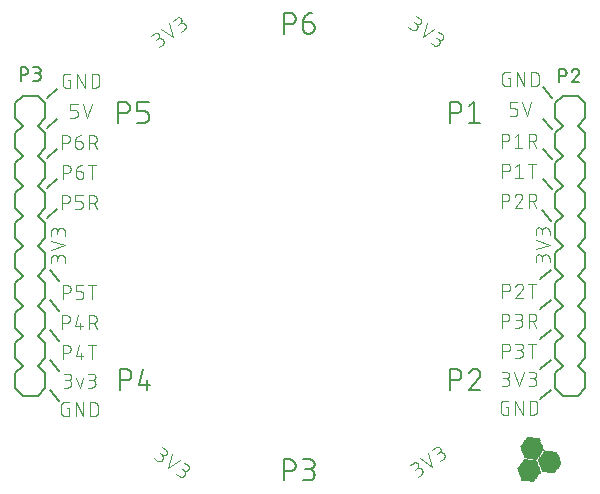
<source format=gbr>
G04 EAGLE Gerber RS-274X export*
G75*
%MOMM*%
%FSLAX34Y34*%
%LPD*%
%INSilkscreen Top*%
%IPPOS*%
%AMOC8*
5,1,8,0,0,1.08239X$1,22.5*%
G01*
%ADD10C,0.101600*%
%ADD11C,0.152400*%
%ADD12R,0.014731X0.014731*%
%ADD13R,0.147319X0.014731*%
%ADD14R,0.265175X0.014731*%
%ADD15R,0.383031X0.014731*%
%ADD16R,0.515619X0.014731*%
%ADD17R,0.633475X0.014731*%
%ADD18R,0.751331X0.014731*%
%ADD19R,0.883919X0.014731*%
%ADD20R,1.001775X0.014731*%
%ADD21R,1.119631X0.014731*%
%ADD22R,1.134363X0.014731*%
%ADD23R,1.149094X0.014731*%
%ADD24R,1.163825X0.014731*%
%ADD25R,1.178556X0.014731*%
%ADD26R,1.193288X0.014731*%
%ADD27R,1.222756X0.014731*%
%ADD28R,1.237488X0.014731*%
%ADD29R,1.266950X0.014731*%
%ADD30R,1.281681X0.014731*%
%ADD31R,1.311144X0.014731*%
%ADD32R,1.325881X0.014731*%
%ADD33R,1.355344X0.014731*%
%ADD34R,1.370075X0.014731*%
%ADD35R,1.384806X0.014731*%
%ADD36R,1.399538X0.014731*%
%ADD37R,1.414275X0.014731*%
%ADD38R,1.443738X0.014731*%
%ADD39R,1.458469X0.014731*%
%ADD40R,1.487931X0.014731*%
%ADD41R,1.502663X0.014731*%
%ADD42R,1.517394X0.014731*%
%ADD43R,1.532125X0.014731*%
%ADD44R,1.546856X0.014731*%
%ADD45R,1.576319X0.014731*%
%ADD46R,1.605788X0.014731*%
%ADD47R,1.620519X0.014731*%
%ADD48R,1.649981X0.014731*%
%ADD49R,1.664713X0.014731*%
%ADD50R,1.694175X0.014731*%
%ADD51R,1.708913X0.014731*%
%ADD52R,1.738375X0.014731*%
%ADD53R,1.753106X0.014731*%
%ADD54R,1.767838X0.014731*%
%ADD55R,1.782569X0.014731*%
%ADD56R,1.797306X0.014731*%
%ADD57R,0.117856X0.014731*%
%ADD58R,1.826769X0.014731*%
%ADD59R,0.235713X0.014731*%
%ADD60R,0.353569X0.014731*%
%ADD61R,1.856231X0.014731*%
%ADD62R,0.486156X0.014731*%
%ADD63R,1.870963X0.014731*%
%ADD64R,0.604013X0.014731*%
%ADD65R,0.721869X0.014731*%
%ADD66R,1.885694X0.014731*%
%ADD67R,0.839719X0.014731*%
%ADD68R,0.972306X0.014731*%
%ADD69R,1.090169X0.014731*%
%ADD70R,1.208025X0.014731*%
%ADD71R,1.252219X0.014731*%
%ADD72R,1.296412X0.014731*%
%ADD73R,1.340612X0.014731*%
%ADD74R,1.826763X0.014731*%
%ADD75R,1.414269X0.014731*%
%ADD76R,1.812031X0.014731*%
%ADD77R,1.429000X0.014731*%
%ADD78R,1.458462X0.014731*%
%ADD79R,1.473200X0.014731*%
%ADD80R,1.723644X0.014731*%
%ADD81R,1.694181X0.014731*%
%ADD82R,1.679450X0.014731*%
%ADD83R,1.561594X0.014731*%
%ADD84R,1.576325X0.014731*%
%ADD85R,1.591056X0.014731*%
%ADD86R,1.635250X0.014731*%
%ADD87R,1.561588X0.014731*%
%ADD88R,1.443731X0.014731*%
%ADD89R,1.797300X0.014731*%
%ADD90R,1.841500X0.014731*%
%ADD91R,1.311150X0.014731*%
%ADD92R,1.296419X0.014731*%
%ADD93R,1.193294X0.014731*%
%ADD94R,0.957575X0.014731*%
%ADD95R,0.589281X0.014731*%
%ADD96R,0.471425X0.014731*%
%ADD97R,0.220975X0.014731*%
%ADD98R,1.812038X0.014731*%
%ADD99R,0.103119X0.014731*%
%ADD100R,0.029463X0.014731*%
%ADD101R,0.162050X0.014731*%
%ADD102R,0.397763X0.014731*%
%ADD103R,0.648206X0.014731*%
%ADD104R,1.679444X0.014731*%
%ADD105R,1.016506X0.014731*%
%ADD106R,1.104900X0.014731*%
%ADD107R,1.222750X0.014731*%
%ADD108R,1.429006X0.014731*%
%ADD109R,1.208019X0.014731*%
%ADD110R,0.987044X0.014731*%
%ADD111R,0.854456X0.014731*%
%ADD112R,0.618744X0.014731*%
%ADD113R,0.500888X0.014731*%
%ADD114R,0.368300X0.014731*%
%ADD115R,0.132587X0.014731*%
%ADD116R,1.664719X0.014731*%
%ADD117R,1.075438X0.014731*%
%ADD118R,0.942844X0.014731*%
%ADD119R,0.707131X0.014731*%
%ADD120R,0.456694X0.014731*%
%ADD121R,0.088388X0.014731*%
%ADD122C,0.127000*%


D10*
X85248Y412682D02*
X87906Y410820D01*
X88000Y410757D01*
X88096Y410697D01*
X88194Y410640D01*
X88294Y410587D01*
X88396Y410537D01*
X88500Y410491D01*
X88605Y410449D01*
X88711Y410410D01*
X88819Y410375D01*
X88928Y410344D01*
X89038Y410316D01*
X89149Y410293D01*
X89260Y410273D01*
X89372Y410257D01*
X89485Y410245D01*
X89598Y410237D01*
X89711Y410233D01*
X89825Y410233D01*
X89938Y410237D01*
X90051Y410245D01*
X90164Y410257D01*
X90276Y410273D01*
X90387Y410293D01*
X90498Y410316D01*
X90608Y410344D01*
X90717Y410375D01*
X90825Y410410D01*
X90931Y410449D01*
X91036Y410491D01*
X91140Y410537D01*
X91242Y410587D01*
X91342Y410640D01*
X91440Y410697D01*
X91536Y410757D01*
X91630Y410820D01*
X91721Y410887D01*
X91811Y410956D01*
X91898Y411029D01*
X91982Y411105D01*
X92063Y411184D01*
X92142Y411265D01*
X92218Y411349D01*
X92291Y411436D01*
X92360Y411526D01*
X92427Y411617D01*
X92490Y411711D01*
X92550Y411807D01*
X92607Y411905D01*
X92660Y412005D01*
X92710Y412107D01*
X92756Y412211D01*
X92798Y412316D01*
X92837Y412422D01*
X92872Y412530D01*
X92903Y412639D01*
X92931Y412749D01*
X92954Y412860D01*
X92974Y412971D01*
X92990Y413083D01*
X93002Y413196D01*
X93010Y413309D01*
X93014Y413422D01*
X93014Y413536D01*
X93010Y413649D01*
X93002Y413762D01*
X92990Y413875D01*
X92974Y413987D01*
X92954Y414098D01*
X92931Y414209D01*
X92903Y414319D01*
X92872Y414428D01*
X92837Y414536D01*
X92798Y414642D01*
X92756Y414747D01*
X92710Y414851D01*
X92660Y414953D01*
X92607Y415053D01*
X92550Y415151D01*
X92490Y415247D01*
X92427Y415341D01*
X92360Y415432D01*
X92291Y415522D01*
X92218Y415609D01*
X92142Y415693D01*
X92063Y415774D01*
X91982Y415853D01*
X91898Y415929D01*
X91811Y416002D01*
X91722Y416071D01*
X91630Y416138D01*
X95140Y420019D02*
X91949Y422253D01*
X95139Y420019D02*
X95220Y419959D01*
X95299Y419897D01*
X95376Y419831D01*
X95450Y419763D01*
X95521Y419692D01*
X95589Y419618D01*
X95655Y419541D01*
X95717Y419462D01*
X95777Y419381D01*
X95833Y419297D01*
X95886Y419212D01*
X95935Y419124D01*
X95981Y419035D01*
X96024Y418943D01*
X96063Y418850D01*
X96098Y418756D01*
X96130Y418661D01*
X96158Y418564D01*
X96182Y418466D01*
X96202Y418368D01*
X96219Y418268D01*
X96231Y418168D01*
X96240Y418068D01*
X96245Y417968D01*
X96246Y417867D01*
X96243Y417766D01*
X96236Y417666D01*
X96225Y417566D01*
X96211Y417466D01*
X96192Y417367D01*
X96170Y417269D01*
X96144Y417172D01*
X96114Y417075D01*
X96081Y416981D01*
X96044Y416887D01*
X96003Y416795D01*
X95958Y416704D01*
X95911Y416616D01*
X95859Y416529D01*
X95805Y416445D01*
X95747Y416362D01*
X95686Y416282D01*
X95622Y416204D01*
X95555Y416129D01*
X95486Y416056D01*
X95413Y415987D01*
X95338Y415920D01*
X95260Y415856D01*
X95180Y415795D01*
X95097Y415737D01*
X95013Y415683D01*
X94926Y415631D01*
X94838Y415584D01*
X94747Y415539D01*
X94655Y415498D01*
X94561Y415461D01*
X94467Y415428D01*
X94370Y415398D01*
X94273Y415372D01*
X94175Y415350D01*
X94076Y415331D01*
X93976Y415317D01*
X93876Y415306D01*
X93776Y415299D01*
X93675Y415296D01*
X93574Y415297D01*
X93474Y415302D01*
X93374Y415311D01*
X93274Y415323D01*
X93174Y415340D01*
X93076Y415360D01*
X92978Y415384D01*
X92881Y415412D01*
X92786Y415444D01*
X92692Y415479D01*
X92599Y415518D01*
X92507Y415561D01*
X92418Y415607D01*
X92330Y415656D01*
X92245Y415709D01*
X92161Y415765D01*
X90034Y417255D01*
X100780Y416069D02*
X97269Y404264D01*
X107161Y411602D01*
X103973Y399570D02*
X106632Y397708D01*
X106726Y397645D01*
X106822Y397585D01*
X106920Y397528D01*
X107020Y397475D01*
X107122Y397425D01*
X107226Y397379D01*
X107331Y397337D01*
X107437Y397298D01*
X107545Y397263D01*
X107654Y397232D01*
X107764Y397204D01*
X107875Y397181D01*
X107986Y397161D01*
X108098Y397145D01*
X108211Y397133D01*
X108324Y397125D01*
X108437Y397121D01*
X108551Y397121D01*
X108664Y397125D01*
X108777Y397133D01*
X108890Y397145D01*
X109002Y397161D01*
X109113Y397181D01*
X109224Y397204D01*
X109334Y397232D01*
X109443Y397263D01*
X109551Y397298D01*
X109657Y397337D01*
X109762Y397379D01*
X109866Y397425D01*
X109968Y397475D01*
X110068Y397528D01*
X110166Y397585D01*
X110262Y397645D01*
X110356Y397708D01*
X110447Y397775D01*
X110537Y397844D01*
X110624Y397917D01*
X110708Y397993D01*
X110789Y398072D01*
X110868Y398153D01*
X110944Y398237D01*
X111017Y398324D01*
X111086Y398414D01*
X111153Y398505D01*
X111216Y398599D01*
X111276Y398695D01*
X111333Y398793D01*
X111386Y398893D01*
X111436Y398995D01*
X111482Y399099D01*
X111524Y399204D01*
X111563Y399310D01*
X111598Y399418D01*
X111629Y399527D01*
X111657Y399637D01*
X111680Y399748D01*
X111700Y399859D01*
X111716Y399971D01*
X111728Y400084D01*
X111736Y400197D01*
X111740Y400310D01*
X111740Y400424D01*
X111736Y400537D01*
X111728Y400650D01*
X111716Y400763D01*
X111700Y400875D01*
X111680Y400986D01*
X111657Y401097D01*
X111629Y401207D01*
X111598Y401316D01*
X111563Y401424D01*
X111524Y401530D01*
X111482Y401635D01*
X111436Y401739D01*
X111386Y401841D01*
X111333Y401941D01*
X111276Y402039D01*
X111216Y402135D01*
X111153Y402229D01*
X111086Y402320D01*
X111017Y402410D01*
X110944Y402497D01*
X110868Y402581D01*
X110789Y402662D01*
X110708Y402741D01*
X110624Y402817D01*
X110537Y402890D01*
X110448Y402959D01*
X110356Y403026D01*
X113865Y406907D02*
X110675Y409141D01*
X113865Y406907D02*
X113946Y406847D01*
X114025Y406785D01*
X114102Y406719D01*
X114176Y406651D01*
X114247Y406580D01*
X114315Y406506D01*
X114381Y406429D01*
X114443Y406350D01*
X114503Y406269D01*
X114559Y406185D01*
X114612Y406100D01*
X114661Y406012D01*
X114707Y405923D01*
X114750Y405831D01*
X114789Y405738D01*
X114824Y405644D01*
X114856Y405549D01*
X114884Y405452D01*
X114908Y405354D01*
X114928Y405256D01*
X114945Y405156D01*
X114957Y405056D01*
X114966Y404956D01*
X114971Y404856D01*
X114972Y404755D01*
X114969Y404654D01*
X114962Y404554D01*
X114951Y404454D01*
X114937Y404354D01*
X114918Y404255D01*
X114896Y404157D01*
X114870Y404060D01*
X114840Y403963D01*
X114807Y403869D01*
X114770Y403775D01*
X114729Y403683D01*
X114684Y403592D01*
X114637Y403504D01*
X114585Y403417D01*
X114531Y403333D01*
X114473Y403250D01*
X114412Y403170D01*
X114348Y403092D01*
X114281Y403017D01*
X114212Y402944D01*
X114139Y402875D01*
X114064Y402808D01*
X113986Y402744D01*
X113906Y402683D01*
X113823Y402625D01*
X113739Y402571D01*
X113652Y402519D01*
X113564Y402472D01*
X113473Y402427D01*
X113381Y402386D01*
X113287Y402349D01*
X113193Y402316D01*
X113096Y402286D01*
X112999Y402260D01*
X112901Y402238D01*
X112802Y402219D01*
X112702Y402205D01*
X112602Y402194D01*
X112502Y402187D01*
X112401Y402184D01*
X112300Y402185D01*
X112200Y402190D01*
X112100Y402199D01*
X112000Y402211D01*
X111900Y402228D01*
X111802Y402248D01*
X111704Y402272D01*
X111607Y402300D01*
X111512Y402332D01*
X111418Y402367D01*
X111325Y402406D01*
X111233Y402449D01*
X111144Y402495D01*
X111056Y402544D01*
X110971Y402597D01*
X110887Y402653D01*
X108760Y404143D01*
X204742Y217260D02*
X204742Y214014D01*
X204742Y217260D02*
X204740Y217373D01*
X204734Y217486D01*
X204724Y217599D01*
X204710Y217712D01*
X204693Y217824D01*
X204671Y217935D01*
X204646Y218045D01*
X204616Y218155D01*
X204583Y218263D01*
X204546Y218370D01*
X204506Y218476D01*
X204461Y218580D01*
X204413Y218683D01*
X204362Y218784D01*
X204307Y218883D01*
X204249Y218980D01*
X204187Y219075D01*
X204122Y219168D01*
X204054Y219258D01*
X203983Y219346D01*
X203908Y219432D01*
X203831Y219515D01*
X203751Y219595D01*
X203668Y219672D01*
X203582Y219747D01*
X203494Y219818D01*
X203404Y219886D01*
X203311Y219951D01*
X203216Y220013D01*
X203119Y220071D01*
X203020Y220126D01*
X202919Y220177D01*
X202816Y220225D01*
X202712Y220270D01*
X202606Y220310D01*
X202499Y220347D01*
X202391Y220380D01*
X202281Y220410D01*
X202171Y220435D01*
X202060Y220457D01*
X201948Y220474D01*
X201835Y220488D01*
X201722Y220498D01*
X201609Y220504D01*
X201496Y220506D01*
X201383Y220504D01*
X201270Y220498D01*
X201157Y220488D01*
X201044Y220474D01*
X200932Y220457D01*
X200821Y220435D01*
X200711Y220410D01*
X200601Y220380D01*
X200493Y220347D01*
X200386Y220310D01*
X200280Y220270D01*
X200176Y220225D01*
X200073Y220177D01*
X199972Y220126D01*
X199873Y220071D01*
X199776Y220013D01*
X199681Y219951D01*
X199588Y219886D01*
X199498Y219818D01*
X199410Y219747D01*
X199324Y219672D01*
X199241Y219595D01*
X199161Y219515D01*
X199084Y219432D01*
X199009Y219346D01*
X198938Y219258D01*
X198870Y219168D01*
X198805Y219075D01*
X198743Y218980D01*
X198685Y218883D01*
X198630Y218784D01*
X198579Y218683D01*
X198531Y218580D01*
X198486Y218476D01*
X198446Y218370D01*
X198409Y218263D01*
X198376Y218155D01*
X198346Y218045D01*
X198321Y217935D01*
X198299Y217824D01*
X198282Y217712D01*
X198268Y217599D01*
X198258Y217486D01*
X198252Y217373D01*
X198250Y217260D01*
X193058Y217909D02*
X193058Y214014D01*
X193058Y217909D02*
X193060Y218010D01*
X193066Y218110D01*
X193076Y218210D01*
X193089Y218310D01*
X193107Y218409D01*
X193128Y218508D01*
X193153Y218605D01*
X193182Y218702D01*
X193215Y218797D01*
X193251Y218891D01*
X193291Y218983D01*
X193334Y219074D01*
X193381Y219163D01*
X193431Y219250D01*
X193485Y219336D01*
X193542Y219419D01*
X193602Y219499D01*
X193665Y219578D01*
X193732Y219654D01*
X193801Y219727D01*
X193873Y219797D01*
X193947Y219865D01*
X194024Y219930D01*
X194104Y219991D01*
X194186Y220050D01*
X194270Y220105D01*
X194356Y220157D01*
X194444Y220206D01*
X194534Y220251D01*
X194626Y220293D01*
X194719Y220331D01*
X194814Y220365D01*
X194909Y220396D01*
X195006Y220423D01*
X195104Y220446D01*
X195203Y220466D01*
X195303Y220481D01*
X195403Y220493D01*
X195503Y220501D01*
X195604Y220505D01*
X195704Y220505D01*
X195805Y220501D01*
X195905Y220493D01*
X196005Y220481D01*
X196105Y220466D01*
X196204Y220446D01*
X196302Y220423D01*
X196399Y220396D01*
X196494Y220365D01*
X196589Y220331D01*
X196682Y220293D01*
X196774Y220251D01*
X196864Y220206D01*
X196952Y220157D01*
X197038Y220105D01*
X197122Y220050D01*
X197204Y219991D01*
X197284Y219930D01*
X197361Y219865D01*
X197435Y219797D01*
X197507Y219727D01*
X197576Y219654D01*
X197643Y219578D01*
X197706Y219499D01*
X197766Y219419D01*
X197823Y219336D01*
X197877Y219250D01*
X197927Y219163D01*
X197974Y219074D01*
X198017Y218983D01*
X198057Y218891D01*
X198093Y218797D01*
X198126Y218702D01*
X198155Y218605D01*
X198180Y218508D01*
X198201Y218409D01*
X198219Y218310D01*
X198232Y218210D01*
X198242Y218110D01*
X198248Y218010D01*
X198250Y217909D01*
X198251Y217909D02*
X198251Y215313D01*
X193058Y224795D02*
X204742Y228690D01*
X193058Y232585D01*
X204742Y236874D02*
X204742Y240120D01*
X204740Y240233D01*
X204734Y240346D01*
X204724Y240459D01*
X204710Y240572D01*
X204693Y240684D01*
X204671Y240795D01*
X204646Y240905D01*
X204616Y241015D01*
X204583Y241123D01*
X204546Y241230D01*
X204506Y241336D01*
X204461Y241440D01*
X204413Y241543D01*
X204362Y241644D01*
X204307Y241743D01*
X204249Y241840D01*
X204187Y241935D01*
X204122Y242028D01*
X204054Y242118D01*
X203983Y242206D01*
X203908Y242292D01*
X203831Y242375D01*
X203751Y242455D01*
X203668Y242532D01*
X203582Y242607D01*
X203494Y242678D01*
X203404Y242746D01*
X203311Y242811D01*
X203216Y242873D01*
X203119Y242931D01*
X203020Y242986D01*
X202919Y243037D01*
X202816Y243085D01*
X202712Y243130D01*
X202606Y243170D01*
X202499Y243207D01*
X202391Y243240D01*
X202281Y243270D01*
X202171Y243295D01*
X202060Y243317D01*
X201948Y243334D01*
X201835Y243348D01*
X201722Y243358D01*
X201609Y243364D01*
X201496Y243366D01*
X201383Y243364D01*
X201270Y243358D01*
X201157Y243348D01*
X201044Y243334D01*
X200932Y243317D01*
X200821Y243295D01*
X200711Y243270D01*
X200601Y243240D01*
X200493Y243207D01*
X200386Y243170D01*
X200280Y243130D01*
X200176Y243085D01*
X200073Y243037D01*
X199972Y242986D01*
X199873Y242931D01*
X199776Y242873D01*
X199681Y242811D01*
X199588Y242746D01*
X199498Y242678D01*
X199410Y242607D01*
X199324Y242532D01*
X199241Y242455D01*
X199161Y242375D01*
X199084Y242292D01*
X199009Y242206D01*
X198938Y242118D01*
X198870Y242028D01*
X198805Y241935D01*
X198743Y241840D01*
X198685Y241743D01*
X198630Y241644D01*
X198579Y241543D01*
X198531Y241440D01*
X198486Y241336D01*
X198446Y241230D01*
X198409Y241123D01*
X198376Y241015D01*
X198346Y240905D01*
X198321Y240795D01*
X198299Y240684D01*
X198282Y240572D01*
X198268Y240459D01*
X198258Y240346D01*
X198252Y240233D01*
X198250Y240120D01*
X193058Y240769D02*
X193058Y236874D01*
X193058Y240769D02*
X193060Y240870D01*
X193066Y240970D01*
X193076Y241070D01*
X193089Y241170D01*
X193107Y241269D01*
X193128Y241368D01*
X193153Y241465D01*
X193182Y241562D01*
X193215Y241657D01*
X193251Y241751D01*
X193291Y241843D01*
X193334Y241934D01*
X193381Y242023D01*
X193431Y242110D01*
X193485Y242196D01*
X193542Y242279D01*
X193602Y242359D01*
X193665Y242438D01*
X193732Y242514D01*
X193801Y242587D01*
X193873Y242657D01*
X193947Y242725D01*
X194024Y242790D01*
X194104Y242851D01*
X194186Y242910D01*
X194270Y242965D01*
X194356Y243017D01*
X194444Y243066D01*
X194534Y243111D01*
X194626Y243153D01*
X194719Y243191D01*
X194814Y243225D01*
X194909Y243256D01*
X195006Y243283D01*
X195104Y243306D01*
X195203Y243326D01*
X195303Y243341D01*
X195403Y243353D01*
X195503Y243361D01*
X195604Y243365D01*
X195704Y243365D01*
X195805Y243361D01*
X195905Y243353D01*
X196005Y243341D01*
X196105Y243326D01*
X196204Y243306D01*
X196302Y243283D01*
X196399Y243256D01*
X196494Y243225D01*
X196589Y243191D01*
X196682Y243153D01*
X196774Y243111D01*
X196864Y243066D01*
X196952Y243017D01*
X197038Y242965D01*
X197122Y242910D01*
X197204Y242851D01*
X197284Y242790D01*
X197361Y242725D01*
X197435Y242657D01*
X197507Y242587D01*
X197576Y242514D01*
X197643Y242438D01*
X197706Y242359D01*
X197766Y242279D01*
X197823Y242196D01*
X197877Y242110D01*
X197927Y242023D01*
X197974Y241934D01*
X198017Y241843D01*
X198057Y241751D01*
X198093Y241657D01*
X198126Y241562D01*
X198155Y241465D01*
X198180Y241368D01*
X198201Y241269D01*
X198219Y241170D01*
X198232Y241070D01*
X198242Y240970D01*
X198248Y240870D01*
X198250Y240769D01*
X198251Y240769D02*
X198251Y238173D01*
X95878Y34079D02*
X93219Y32217D01*
X95878Y34078D02*
X95969Y34145D01*
X96059Y34214D01*
X96146Y34287D01*
X96230Y34363D01*
X96311Y34442D01*
X96390Y34523D01*
X96466Y34607D01*
X96539Y34694D01*
X96608Y34784D01*
X96675Y34875D01*
X96738Y34969D01*
X96798Y35065D01*
X96855Y35163D01*
X96908Y35263D01*
X96958Y35365D01*
X97004Y35469D01*
X97046Y35574D01*
X97085Y35680D01*
X97120Y35788D01*
X97151Y35897D01*
X97179Y36007D01*
X97202Y36118D01*
X97222Y36229D01*
X97238Y36341D01*
X97250Y36454D01*
X97258Y36567D01*
X97262Y36680D01*
X97262Y36794D01*
X97258Y36907D01*
X97250Y37020D01*
X97238Y37133D01*
X97222Y37245D01*
X97202Y37356D01*
X97179Y37467D01*
X97151Y37577D01*
X97120Y37686D01*
X97085Y37794D01*
X97046Y37900D01*
X97004Y38005D01*
X96958Y38109D01*
X96908Y38211D01*
X96855Y38311D01*
X96798Y38409D01*
X96738Y38505D01*
X96675Y38599D01*
X96608Y38690D01*
X96539Y38780D01*
X96466Y38867D01*
X96390Y38951D01*
X96311Y39032D01*
X96230Y39111D01*
X96146Y39187D01*
X96059Y39260D01*
X95970Y39329D01*
X95878Y39396D01*
X95784Y39459D01*
X95688Y39519D01*
X95590Y39576D01*
X95490Y39629D01*
X95388Y39679D01*
X95284Y39725D01*
X95179Y39767D01*
X95073Y39806D01*
X94965Y39841D01*
X94856Y39872D01*
X94746Y39900D01*
X94635Y39923D01*
X94524Y39943D01*
X94412Y39959D01*
X94299Y39971D01*
X94186Y39979D01*
X94073Y39983D01*
X93959Y39983D01*
X93846Y39979D01*
X93733Y39971D01*
X93620Y39959D01*
X93508Y39943D01*
X93397Y39923D01*
X93286Y39900D01*
X93176Y39872D01*
X93067Y39841D01*
X92959Y39806D01*
X92853Y39767D01*
X92748Y39725D01*
X92644Y39679D01*
X92542Y39629D01*
X92442Y39576D01*
X92344Y39519D01*
X92248Y39459D01*
X92154Y39396D01*
X89708Y44022D02*
X86518Y41788D01*
X89708Y44022D02*
X89792Y44078D01*
X89877Y44131D01*
X89965Y44180D01*
X90054Y44226D01*
X90146Y44269D01*
X90239Y44308D01*
X90333Y44343D01*
X90428Y44375D01*
X90525Y44403D01*
X90623Y44427D01*
X90721Y44447D01*
X90821Y44464D01*
X90921Y44476D01*
X91021Y44485D01*
X91122Y44490D01*
X91222Y44491D01*
X91323Y44488D01*
X91423Y44481D01*
X91523Y44470D01*
X91623Y44456D01*
X91722Y44437D01*
X91820Y44415D01*
X91917Y44389D01*
X92014Y44359D01*
X92109Y44326D01*
X92202Y44289D01*
X92294Y44248D01*
X92385Y44203D01*
X92473Y44156D01*
X92560Y44104D01*
X92644Y44050D01*
X92727Y43992D01*
X92807Y43931D01*
X92885Y43867D01*
X92960Y43800D01*
X93033Y43731D01*
X93102Y43658D01*
X93169Y43583D01*
X93233Y43505D01*
X93294Y43425D01*
X93352Y43342D01*
X93406Y43258D01*
X93458Y43171D01*
X93505Y43083D01*
X93550Y42992D01*
X93591Y42900D01*
X93628Y42806D01*
X93661Y42712D01*
X93691Y42615D01*
X93717Y42518D01*
X93739Y42420D01*
X93758Y42321D01*
X93772Y42221D01*
X93783Y42121D01*
X93790Y42021D01*
X93793Y41920D01*
X93792Y41820D01*
X93787Y41719D01*
X93778Y41619D01*
X93766Y41519D01*
X93749Y41419D01*
X93729Y41321D01*
X93705Y41223D01*
X93677Y41126D01*
X93645Y41031D01*
X93610Y40937D01*
X93571Y40844D01*
X93528Y40752D01*
X93482Y40663D01*
X93433Y40575D01*
X93380Y40490D01*
X93324Y40406D01*
X93264Y40325D01*
X93202Y40246D01*
X93136Y40169D01*
X93068Y40095D01*
X92997Y40024D01*
X92923Y39956D01*
X92846Y39890D01*
X92767Y39828D01*
X92686Y39768D01*
X90560Y38279D01*
X95349Y47972D02*
X105241Y40634D01*
X101729Y52439D01*
X111945Y45329D02*
X114604Y47190D01*
X114695Y47257D01*
X114785Y47326D01*
X114872Y47399D01*
X114956Y47475D01*
X115037Y47554D01*
X115116Y47635D01*
X115192Y47719D01*
X115265Y47806D01*
X115334Y47896D01*
X115401Y47987D01*
X115464Y48081D01*
X115524Y48177D01*
X115581Y48275D01*
X115634Y48375D01*
X115684Y48477D01*
X115730Y48581D01*
X115772Y48686D01*
X115811Y48792D01*
X115846Y48900D01*
X115877Y49009D01*
X115905Y49119D01*
X115928Y49230D01*
X115948Y49341D01*
X115964Y49453D01*
X115976Y49566D01*
X115984Y49679D01*
X115988Y49792D01*
X115988Y49906D01*
X115984Y50019D01*
X115976Y50132D01*
X115964Y50245D01*
X115948Y50357D01*
X115928Y50468D01*
X115905Y50579D01*
X115877Y50689D01*
X115846Y50798D01*
X115811Y50906D01*
X115772Y51012D01*
X115730Y51117D01*
X115684Y51221D01*
X115634Y51323D01*
X115581Y51423D01*
X115524Y51521D01*
X115464Y51617D01*
X115401Y51711D01*
X115334Y51802D01*
X115265Y51892D01*
X115192Y51979D01*
X115116Y52063D01*
X115037Y52144D01*
X114956Y52223D01*
X114872Y52299D01*
X114785Y52372D01*
X114696Y52441D01*
X114604Y52508D01*
X114510Y52571D01*
X114414Y52631D01*
X114316Y52688D01*
X114216Y52741D01*
X114114Y52791D01*
X114010Y52837D01*
X113905Y52879D01*
X113799Y52918D01*
X113691Y52953D01*
X113582Y52984D01*
X113472Y53012D01*
X113361Y53035D01*
X113250Y53055D01*
X113138Y53071D01*
X113025Y53083D01*
X112912Y53091D01*
X112799Y53095D01*
X112685Y53095D01*
X112572Y53091D01*
X112459Y53083D01*
X112346Y53071D01*
X112234Y53055D01*
X112123Y53035D01*
X112012Y53012D01*
X111902Y52984D01*
X111793Y52953D01*
X111685Y52918D01*
X111579Y52879D01*
X111474Y52837D01*
X111370Y52791D01*
X111268Y52741D01*
X111168Y52688D01*
X111070Y52631D01*
X110974Y52571D01*
X110880Y52508D01*
X108434Y57134D02*
X105243Y54900D01*
X108434Y57134D02*
X108518Y57190D01*
X108603Y57243D01*
X108691Y57292D01*
X108780Y57338D01*
X108872Y57381D01*
X108965Y57420D01*
X109059Y57455D01*
X109154Y57487D01*
X109251Y57515D01*
X109349Y57539D01*
X109447Y57559D01*
X109547Y57576D01*
X109647Y57588D01*
X109747Y57597D01*
X109848Y57602D01*
X109948Y57603D01*
X110049Y57600D01*
X110149Y57593D01*
X110249Y57582D01*
X110349Y57568D01*
X110448Y57549D01*
X110546Y57527D01*
X110643Y57501D01*
X110740Y57471D01*
X110835Y57438D01*
X110928Y57401D01*
X111020Y57360D01*
X111111Y57315D01*
X111199Y57268D01*
X111286Y57216D01*
X111370Y57162D01*
X111453Y57104D01*
X111533Y57043D01*
X111611Y56979D01*
X111686Y56912D01*
X111759Y56843D01*
X111828Y56770D01*
X111895Y56695D01*
X111959Y56617D01*
X112020Y56537D01*
X112078Y56454D01*
X112132Y56370D01*
X112184Y56283D01*
X112231Y56195D01*
X112276Y56104D01*
X112317Y56012D01*
X112354Y55918D01*
X112387Y55824D01*
X112417Y55727D01*
X112443Y55630D01*
X112465Y55532D01*
X112484Y55433D01*
X112498Y55333D01*
X112509Y55233D01*
X112516Y55133D01*
X112519Y55032D01*
X112518Y54932D01*
X112513Y54831D01*
X112504Y54731D01*
X112492Y54631D01*
X112475Y54531D01*
X112455Y54433D01*
X112431Y54335D01*
X112403Y54238D01*
X112371Y54143D01*
X112336Y54049D01*
X112297Y53956D01*
X112254Y53864D01*
X112208Y53775D01*
X112159Y53687D01*
X112106Y53602D01*
X112050Y53518D01*
X111990Y53437D01*
X111928Y53358D01*
X111862Y53281D01*
X111794Y53207D01*
X111723Y53136D01*
X111649Y53068D01*
X111572Y53002D01*
X111493Y52940D01*
X111412Y52880D01*
X109285Y51391D01*
X-127594Y45920D02*
X-130252Y47782D01*
X-127594Y45920D02*
X-127500Y45857D01*
X-127404Y45797D01*
X-127306Y45740D01*
X-127206Y45687D01*
X-127104Y45637D01*
X-127000Y45591D01*
X-126895Y45549D01*
X-126789Y45510D01*
X-126681Y45475D01*
X-126572Y45444D01*
X-126462Y45416D01*
X-126351Y45393D01*
X-126240Y45373D01*
X-126128Y45357D01*
X-126015Y45345D01*
X-125902Y45337D01*
X-125789Y45333D01*
X-125675Y45333D01*
X-125562Y45337D01*
X-125449Y45345D01*
X-125336Y45357D01*
X-125224Y45373D01*
X-125113Y45393D01*
X-125002Y45416D01*
X-124892Y45444D01*
X-124783Y45475D01*
X-124675Y45510D01*
X-124569Y45549D01*
X-124464Y45591D01*
X-124360Y45637D01*
X-124258Y45687D01*
X-124158Y45740D01*
X-124060Y45797D01*
X-123964Y45857D01*
X-123870Y45920D01*
X-123779Y45987D01*
X-123689Y46056D01*
X-123602Y46129D01*
X-123518Y46205D01*
X-123437Y46284D01*
X-123358Y46365D01*
X-123282Y46449D01*
X-123209Y46536D01*
X-123140Y46626D01*
X-123073Y46717D01*
X-123010Y46811D01*
X-122950Y46907D01*
X-122893Y47005D01*
X-122840Y47105D01*
X-122790Y47207D01*
X-122744Y47311D01*
X-122702Y47416D01*
X-122663Y47522D01*
X-122628Y47630D01*
X-122597Y47739D01*
X-122569Y47849D01*
X-122546Y47960D01*
X-122526Y48071D01*
X-122510Y48183D01*
X-122498Y48296D01*
X-122490Y48409D01*
X-122486Y48522D01*
X-122486Y48636D01*
X-122490Y48749D01*
X-122498Y48862D01*
X-122510Y48975D01*
X-122526Y49087D01*
X-122546Y49198D01*
X-122569Y49309D01*
X-122597Y49419D01*
X-122628Y49528D01*
X-122663Y49636D01*
X-122702Y49742D01*
X-122744Y49847D01*
X-122790Y49951D01*
X-122840Y50053D01*
X-122893Y50153D01*
X-122950Y50251D01*
X-123010Y50347D01*
X-123073Y50441D01*
X-123140Y50532D01*
X-123209Y50622D01*
X-123282Y50709D01*
X-123358Y50793D01*
X-123437Y50874D01*
X-123518Y50953D01*
X-123602Y51029D01*
X-123689Y51102D01*
X-123778Y51171D01*
X-123870Y51238D01*
X-120360Y55119D02*
X-123551Y57353D01*
X-120361Y55119D02*
X-120280Y55059D01*
X-120201Y54997D01*
X-120124Y54931D01*
X-120050Y54863D01*
X-119979Y54792D01*
X-119911Y54718D01*
X-119845Y54641D01*
X-119783Y54562D01*
X-119723Y54481D01*
X-119667Y54397D01*
X-119614Y54312D01*
X-119565Y54224D01*
X-119519Y54135D01*
X-119476Y54043D01*
X-119437Y53950D01*
X-119402Y53856D01*
X-119370Y53761D01*
X-119342Y53664D01*
X-119318Y53566D01*
X-119298Y53468D01*
X-119281Y53368D01*
X-119269Y53268D01*
X-119260Y53168D01*
X-119255Y53067D01*
X-119254Y52967D01*
X-119257Y52866D01*
X-119264Y52766D01*
X-119275Y52666D01*
X-119289Y52566D01*
X-119308Y52467D01*
X-119330Y52369D01*
X-119356Y52272D01*
X-119386Y52175D01*
X-119419Y52081D01*
X-119456Y51987D01*
X-119497Y51895D01*
X-119542Y51804D01*
X-119589Y51716D01*
X-119641Y51629D01*
X-119695Y51545D01*
X-119753Y51462D01*
X-119814Y51382D01*
X-119878Y51304D01*
X-119945Y51229D01*
X-120014Y51156D01*
X-120087Y51087D01*
X-120162Y51020D01*
X-120240Y50956D01*
X-120320Y50895D01*
X-120403Y50837D01*
X-120487Y50783D01*
X-120574Y50731D01*
X-120662Y50684D01*
X-120753Y50639D01*
X-120845Y50598D01*
X-120938Y50561D01*
X-121033Y50528D01*
X-121130Y50498D01*
X-121227Y50472D01*
X-121325Y50450D01*
X-121424Y50431D01*
X-121524Y50417D01*
X-121624Y50406D01*
X-121724Y50399D01*
X-121825Y50396D01*
X-121925Y50397D01*
X-122026Y50402D01*
X-122126Y50411D01*
X-122226Y50423D01*
X-122326Y50440D01*
X-122424Y50460D01*
X-122522Y50484D01*
X-122619Y50512D01*
X-122714Y50544D01*
X-122808Y50579D01*
X-122901Y50618D01*
X-122993Y50661D01*
X-123082Y50707D01*
X-123170Y50756D01*
X-123255Y50809D01*
X-123339Y50865D01*
X-125466Y52355D01*
X-114719Y51169D02*
X-118231Y39364D01*
X-108339Y46702D01*
X-111526Y34670D02*
X-108868Y32808D01*
X-108774Y32745D01*
X-108678Y32685D01*
X-108580Y32628D01*
X-108480Y32575D01*
X-108378Y32525D01*
X-108274Y32479D01*
X-108169Y32437D01*
X-108063Y32398D01*
X-107955Y32363D01*
X-107846Y32332D01*
X-107736Y32304D01*
X-107625Y32281D01*
X-107514Y32261D01*
X-107402Y32245D01*
X-107289Y32233D01*
X-107176Y32225D01*
X-107063Y32221D01*
X-106949Y32221D01*
X-106836Y32225D01*
X-106723Y32233D01*
X-106610Y32245D01*
X-106498Y32261D01*
X-106387Y32281D01*
X-106276Y32304D01*
X-106166Y32332D01*
X-106057Y32363D01*
X-105949Y32398D01*
X-105843Y32437D01*
X-105738Y32479D01*
X-105634Y32525D01*
X-105532Y32575D01*
X-105432Y32628D01*
X-105334Y32685D01*
X-105238Y32745D01*
X-105144Y32808D01*
X-105053Y32875D01*
X-104963Y32944D01*
X-104876Y33017D01*
X-104792Y33093D01*
X-104711Y33172D01*
X-104632Y33253D01*
X-104556Y33337D01*
X-104483Y33424D01*
X-104414Y33514D01*
X-104347Y33605D01*
X-104284Y33699D01*
X-104224Y33795D01*
X-104167Y33893D01*
X-104114Y33993D01*
X-104064Y34095D01*
X-104018Y34199D01*
X-103976Y34304D01*
X-103937Y34410D01*
X-103902Y34518D01*
X-103871Y34627D01*
X-103843Y34737D01*
X-103820Y34848D01*
X-103800Y34959D01*
X-103784Y35071D01*
X-103772Y35184D01*
X-103764Y35297D01*
X-103760Y35410D01*
X-103760Y35524D01*
X-103764Y35637D01*
X-103772Y35750D01*
X-103784Y35863D01*
X-103800Y35975D01*
X-103820Y36086D01*
X-103843Y36197D01*
X-103871Y36307D01*
X-103902Y36416D01*
X-103937Y36524D01*
X-103976Y36630D01*
X-104018Y36735D01*
X-104064Y36839D01*
X-104114Y36941D01*
X-104167Y37041D01*
X-104224Y37139D01*
X-104284Y37235D01*
X-104347Y37329D01*
X-104414Y37420D01*
X-104483Y37510D01*
X-104556Y37597D01*
X-104632Y37681D01*
X-104711Y37762D01*
X-104792Y37841D01*
X-104876Y37917D01*
X-104963Y37990D01*
X-105052Y38059D01*
X-105144Y38126D01*
X-101634Y42007D02*
X-104825Y44241D01*
X-101635Y42007D02*
X-101554Y41947D01*
X-101475Y41885D01*
X-101398Y41819D01*
X-101324Y41751D01*
X-101253Y41680D01*
X-101185Y41606D01*
X-101119Y41529D01*
X-101057Y41450D01*
X-100997Y41369D01*
X-100941Y41285D01*
X-100888Y41200D01*
X-100839Y41112D01*
X-100793Y41023D01*
X-100750Y40931D01*
X-100711Y40838D01*
X-100676Y40744D01*
X-100644Y40649D01*
X-100616Y40552D01*
X-100592Y40454D01*
X-100572Y40356D01*
X-100555Y40256D01*
X-100543Y40156D01*
X-100534Y40056D01*
X-100529Y39955D01*
X-100528Y39855D01*
X-100531Y39754D01*
X-100538Y39654D01*
X-100549Y39554D01*
X-100563Y39454D01*
X-100582Y39355D01*
X-100604Y39257D01*
X-100630Y39160D01*
X-100660Y39063D01*
X-100693Y38969D01*
X-100730Y38875D01*
X-100771Y38783D01*
X-100816Y38692D01*
X-100863Y38604D01*
X-100915Y38517D01*
X-100969Y38433D01*
X-101027Y38350D01*
X-101088Y38270D01*
X-101152Y38192D01*
X-101219Y38117D01*
X-101288Y38044D01*
X-101361Y37975D01*
X-101436Y37908D01*
X-101514Y37844D01*
X-101594Y37783D01*
X-101677Y37725D01*
X-101761Y37671D01*
X-101848Y37619D01*
X-101936Y37572D01*
X-102027Y37527D01*
X-102119Y37486D01*
X-102212Y37449D01*
X-102307Y37416D01*
X-102404Y37386D01*
X-102501Y37360D01*
X-102599Y37338D01*
X-102698Y37319D01*
X-102798Y37305D01*
X-102898Y37294D01*
X-102998Y37287D01*
X-103099Y37284D01*
X-103199Y37285D01*
X-103300Y37290D01*
X-103400Y37299D01*
X-103500Y37311D01*
X-103600Y37328D01*
X-103698Y37348D01*
X-103796Y37372D01*
X-103893Y37400D01*
X-103988Y37432D01*
X-104082Y37467D01*
X-104175Y37506D01*
X-104267Y37549D01*
X-104356Y37595D01*
X-104444Y37644D01*
X-104529Y37697D01*
X-104613Y37753D01*
X-106740Y39243D01*
X-205468Y213544D02*
X-205468Y216790D01*
X-205470Y216903D01*
X-205476Y217016D01*
X-205486Y217129D01*
X-205500Y217242D01*
X-205517Y217354D01*
X-205539Y217465D01*
X-205564Y217575D01*
X-205594Y217685D01*
X-205627Y217793D01*
X-205664Y217900D01*
X-205704Y218006D01*
X-205749Y218110D01*
X-205797Y218213D01*
X-205848Y218314D01*
X-205903Y218413D01*
X-205961Y218510D01*
X-206023Y218605D01*
X-206088Y218698D01*
X-206156Y218788D01*
X-206227Y218876D01*
X-206302Y218962D01*
X-206379Y219045D01*
X-206459Y219125D01*
X-206542Y219202D01*
X-206628Y219277D01*
X-206716Y219348D01*
X-206806Y219416D01*
X-206899Y219481D01*
X-206994Y219543D01*
X-207091Y219601D01*
X-207190Y219656D01*
X-207291Y219707D01*
X-207394Y219755D01*
X-207498Y219800D01*
X-207604Y219840D01*
X-207711Y219877D01*
X-207819Y219910D01*
X-207929Y219940D01*
X-208039Y219965D01*
X-208150Y219987D01*
X-208262Y220004D01*
X-208375Y220018D01*
X-208488Y220028D01*
X-208601Y220034D01*
X-208714Y220036D01*
X-208827Y220034D01*
X-208940Y220028D01*
X-209053Y220018D01*
X-209166Y220004D01*
X-209278Y219987D01*
X-209389Y219965D01*
X-209499Y219940D01*
X-209609Y219910D01*
X-209717Y219877D01*
X-209824Y219840D01*
X-209930Y219800D01*
X-210034Y219755D01*
X-210137Y219707D01*
X-210238Y219656D01*
X-210337Y219601D01*
X-210434Y219543D01*
X-210529Y219481D01*
X-210622Y219416D01*
X-210712Y219348D01*
X-210800Y219277D01*
X-210886Y219202D01*
X-210969Y219125D01*
X-211049Y219045D01*
X-211126Y218962D01*
X-211201Y218876D01*
X-211272Y218788D01*
X-211340Y218698D01*
X-211405Y218605D01*
X-211467Y218510D01*
X-211525Y218413D01*
X-211580Y218314D01*
X-211631Y218213D01*
X-211679Y218110D01*
X-211724Y218006D01*
X-211764Y217900D01*
X-211801Y217793D01*
X-211834Y217685D01*
X-211864Y217575D01*
X-211889Y217465D01*
X-211911Y217354D01*
X-211928Y217242D01*
X-211942Y217129D01*
X-211952Y217016D01*
X-211958Y216903D01*
X-211960Y216790D01*
X-217152Y217439D02*
X-217152Y213544D01*
X-217152Y217439D02*
X-217150Y217540D01*
X-217144Y217640D01*
X-217134Y217740D01*
X-217121Y217840D01*
X-217103Y217939D01*
X-217082Y218038D01*
X-217057Y218135D01*
X-217028Y218232D01*
X-216995Y218327D01*
X-216959Y218421D01*
X-216919Y218513D01*
X-216876Y218604D01*
X-216829Y218693D01*
X-216779Y218780D01*
X-216725Y218866D01*
X-216668Y218949D01*
X-216608Y219029D01*
X-216545Y219108D01*
X-216478Y219184D01*
X-216409Y219257D01*
X-216337Y219327D01*
X-216263Y219395D01*
X-216186Y219460D01*
X-216106Y219521D01*
X-216024Y219580D01*
X-215940Y219635D01*
X-215854Y219687D01*
X-215766Y219736D01*
X-215676Y219781D01*
X-215584Y219823D01*
X-215491Y219861D01*
X-215396Y219895D01*
X-215301Y219926D01*
X-215204Y219953D01*
X-215106Y219976D01*
X-215007Y219996D01*
X-214907Y220011D01*
X-214807Y220023D01*
X-214707Y220031D01*
X-214606Y220035D01*
X-214506Y220035D01*
X-214405Y220031D01*
X-214305Y220023D01*
X-214205Y220011D01*
X-214105Y219996D01*
X-214006Y219976D01*
X-213908Y219953D01*
X-213811Y219926D01*
X-213716Y219895D01*
X-213621Y219861D01*
X-213528Y219823D01*
X-213436Y219781D01*
X-213346Y219736D01*
X-213258Y219687D01*
X-213172Y219635D01*
X-213088Y219580D01*
X-213006Y219521D01*
X-212926Y219460D01*
X-212849Y219395D01*
X-212775Y219327D01*
X-212703Y219257D01*
X-212634Y219184D01*
X-212567Y219108D01*
X-212504Y219029D01*
X-212444Y218949D01*
X-212387Y218866D01*
X-212333Y218780D01*
X-212283Y218693D01*
X-212236Y218604D01*
X-212193Y218513D01*
X-212153Y218421D01*
X-212117Y218327D01*
X-212084Y218232D01*
X-212055Y218135D01*
X-212030Y218038D01*
X-212009Y217939D01*
X-211991Y217840D01*
X-211978Y217740D01*
X-211968Y217640D01*
X-211962Y217540D01*
X-211960Y217439D01*
X-211959Y217439D02*
X-211959Y214843D01*
X-217152Y224325D02*
X-205468Y228220D01*
X-217152Y232115D01*
X-205468Y236404D02*
X-205468Y239650D01*
X-205470Y239763D01*
X-205476Y239876D01*
X-205486Y239989D01*
X-205500Y240102D01*
X-205517Y240214D01*
X-205539Y240325D01*
X-205564Y240435D01*
X-205594Y240545D01*
X-205627Y240653D01*
X-205664Y240760D01*
X-205704Y240866D01*
X-205749Y240970D01*
X-205797Y241073D01*
X-205848Y241174D01*
X-205903Y241273D01*
X-205961Y241370D01*
X-206023Y241465D01*
X-206088Y241558D01*
X-206156Y241648D01*
X-206227Y241736D01*
X-206302Y241822D01*
X-206379Y241905D01*
X-206459Y241985D01*
X-206542Y242062D01*
X-206628Y242137D01*
X-206716Y242208D01*
X-206806Y242276D01*
X-206899Y242341D01*
X-206994Y242403D01*
X-207091Y242461D01*
X-207190Y242516D01*
X-207291Y242567D01*
X-207394Y242615D01*
X-207498Y242660D01*
X-207604Y242700D01*
X-207711Y242737D01*
X-207819Y242770D01*
X-207929Y242800D01*
X-208039Y242825D01*
X-208150Y242847D01*
X-208262Y242864D01*
X-208375Y242878D01*
X-208488Y242888D01*
X-208601Y242894D01*
X-208714Y242896D01*
X-208827Y242894D01*
X-208940Y242888D01*
X-209053Y242878D01*
X-209166Y242864D01*
X-209278Y242847D01*
X-209389Y242825D01*
X-209499Y242800D01*
X-209609Y242770D01*
X-209717Y242737D01*
X-209824Y242700D01*
X-209930Y242660D01*
X-210034Y242615D01*
X-210137Y242567D01*
X-210238Y242516D01*
X-210337Y242461D01*
X-210434Y242403D01*
X-210529Y242341D01*
X-210622Y242276D01*
X-210712Y242208D01*
X-210800Y242137D01*
X-210886Y242062D01*
X-210969Y241985D01*
X-211049Y241905D01*
X-211126Y241822D01*
X-211201Y241736D01*
X-211272Y241648D01*
X-211340Y241558D01*
X-211405Y241465D01*
X-211467Y241370D01*
X-211525Y241273D01*
X-211580Y241174D01*
X-211631Y241073D01*
X-211679Y240970D01*
X-211724Y240866D01*
X-211764Y240760D01*
X-211801Y240653D01*
X-211834Y240545D01*
X-211864Y240435D01*
X-211889Y240325D01*
X-211911Y240214D01*
X-211928Y240102D01*
X-211942Y239989D01*
X-211952Y239876D01*
X-211958Y239763D01*
X-211960Y239650D01*
X-217152Y240299D02*
X-217152Y236404D01*
X-217152Y240299D02*
X-217150Y240400D01*
X-217144Y240500D01*
X-217134Y240600D01*
X-217121Y240700D01*
X-217103Y240799D01*
X-217082Y240898D01*
X-217057Y240995D01*
X-217028Y241092D01*
X-216995Y241187D01*
X-216959Y241281D01*
X-216919Y241373D01*
X-216876Y241464D01*
X-216829Y241553D01*
X-216779Y241640D01*
X-216725Y241726D01*
X-216668Y241809D01*
X-216608Y241889D01*
X-216545Y241968D01*
X-216478Y242044D01*
X-216409Y242117D01*
X-216337Y242187D01*
X-216263Y242255D01*
X-216186Y242320D01*
X-216106Y242381D01*
X-216024Y242440D01*
X-215940Y242495D01*
X-215854Y242547D01*
X-215766Y242596D01*
X-215676Y242641D01*
X-215584Y242683D01*
X-215491Y242721D01*
X-215396Y242755D01*
X-215301Y242786D01*
X-215204Y242813D01*
X-215106Y242836D01*
X-215007Y242856D01*
X-214907Y242871D01*
X-214807Y242883D01*
X-214707Y242891D01*
X-214606Y242895D01*
X-214506Y242895D01*
X-214405Y242891D01*
X-214305Y242883D01*
X-214205Y242871D01*
X-214105Y242856D01*
X-214006Y242836D01*
X-213908Y242813D01*
X-213811Y242786D01*
X-213716Y242755D01*
X-213621Y242721D01*
X-213528Y242683D01*
X-213436Y242641D01*
X-213346Y242596D01*
X-213258Y242547D01*
X-213172Y242495D01*
X-213088Y242440D01*
X-213006Y242381D01*
X-212926Y242320D01*
X-212849Y242255D01*
X-212775Y242187D01*
X-212703Y242117D01*
X-212634Y242044D01*
X-212567Y241968D01*
X-212504Y241889D01*
X-212444Y241809D01*
X-212387Y241726D01*
X-212333Y241640D01*
X-212283Y241553D01*
X-212236Y241464D01*
X-212193Y241373D01*
X-212153Y241281D01*
X-212117Y241187D01*
X-212084Y241092D01*
X-212055Y240995D01*
X-212030Y240898D01*
X-212009Y240799D01*
X-211991Y240700D01*
X-211978Y240600D01*
X-211968Y240500D01*
X-211962Y240400D01*
X-211960Y240299D01*
X-211959Y240299D02*
X-211959Y237703D01*
X-126091Y395847D02*
X-123432Y397709D01*
X-123432Y397708D02*
X-123341Y397775D01*
X-123251Y397844D01*
X-123164Y397917D01*
X-123080Y397993D01*
X-122999Y398072D01*
X-122920Y398153D01*
X-122844Y398237D01*
X-122771Y398324D01*
X-122702Y398413D01*
X-122635Y398505D01*
X-122572Y398599D01*
X-122512Y398695D01*
X-122455Y398793D01*
X-122402Y398893D01*
X-122352Y398995D01*
X-122306Y399099D01*
X-122264Y399204D01*
X-122225Y399310D01*
X-122190Y399418D01*
X-122159Y399527D01*
X-122131Y399637D01*
X-122108Y399748D01*
X-122088Y399859D01*
X-122072Y399971D01*
X-122060Y400084D01*
X-122052Y400197D01*
X-122048Y400310D01*
X-122048Y400424D01*
X-122052Y400537D01*
X-122060Y400650D01*
X-122072Y400763D01*
X-122088Y400875D01*
X-122108Y400986D01*
X-122131Y401097D01*
X-122159Y401207D01*
X-122190Y401316D01*
X-122225Y401424D01*
X-122264Y401530D01*
X-122306Y401635D01*
X-122352Y401739D01*
X-122402Y401841D01*
X-122455Y401941D01*
X-122512Y402039D01*
X-122572Y402135D01*
X-122635Y402229D01*
X-122702Y402320D01*
X-122771Y402410D01*
X-122844Y402497D01*
X-122920Y402581D01*
X-122999Y402662D01*
X-123080Y402741D01*
X-123164Y402817D01*
X-123251Y402890D01*
X-123341Y402959D01*
X-123432Y403026D01*
X-123526Y403089D01*
X-123622Y403149D01*
X-123720Y403206D01*
X-123820Y403259D01*
X-123922Y403309D01*
X-124026Y403355D01*
X-124131Y403397D01*
X-124237Y403436D01*
X-124345Y403471D01*
X-124454Y403502D01*
X-124564Y403530D01*
X-124675Y403553D01*
X-124786Y403573D01*
X-124898Y403589D01*
X-125011Y403601D01*
X-125124Y403609D01*
X-125237Y403613D01*
X-125351Y403613D01*
X-125464Y403609D01*
X-125577Y403601D01*
X-125690Y403589D01*
X-125802Y403573D01*
X-125913Y403553D01*
X-126024Y403530D01*
X-126134Y403502D01*
X-126243Y403471D01*
X-126351Y403436D01*
X-126457Y403397D01*
X-126562Y403355D01*
X-126666Y403309D01*
X-126768Y403259D01*
X-126868Y403206D01*
X-126966Y403149D01*
X-127062Y403089D01*
X-127156Y403026D01*
X-129602Y407652D02*
X-132792Y405418D01*
X-129602Y407652D02*
X-129518Y407708D01*
X-129433Y407761D01*
X-129345Y407810D01*
X-129256Y407856D01*
X-129164Y407899D01*
X-129071Y407938D01*
X-128977Y407973D01*
X-128882Y408005D01*
X-128785Y408033D01*
X-128687Y408057D01*
X-128589Y408077D01*
X-128489Y408094D01*
X-128389Y408106D01*
X-128289Y408115D01*
X-128189Y408120D01*
X-128088Y408121D01*
X-127987Y408118D01*
X-127887Y408111D01*
X-127787Y408100D01*
X-127687Y408086D01*
X-127588Y408067D01*
X-127490Y408045D01*
X-127393Y408019D01*
X-127296Y407989D01*
X-127202Y407956D01*
X-127108Y407919D01*
X-127016Y407878D01*
X-126925Y407833D01*
X-126837Y407786D01*
X-126750Y407734D01*
X-126666Y407680D01*
X-126583Y407622D01*
X-126503Y407561D01*
X-126425Y407497D01*
X-126350Y407430D01*
X-126277Y407361D01*
X-126208Y407288D01*
X-126141Y407213D01*
X-126077Y407135D01*
X-126016Y407055D01*
X-125958Y406972D01*
X-125904Y406888D01*
X-125852Y406801D01*
X-125805Y406713D01*
X-125760Y406622D01*
X-125719Y406530D01*
X-125682Y406436D01*
X-125649Y406342D01*
X-125619Y406245D01*
X-125593Y406148D01*
X-125571Y406050D01*
X-125552Y405951D01*
X-125538Y405851D01*
X-125527Y405751D01*
X-125520Y405651D01*
X-125517Y405550D01*
X-125518Y405449D01*
X-125523Y405349D01*
X-125532Y405249D01*
X-125544Y405149D01*
X-125561Y405049D01*
X-125581Y404951D01*
X-125605Y404853D01*
X-125633Y404756D01*
X-125665Y404661D01*
X-125700Y404567D01*
X-125739Y404474D01*
X-125782Y404382D01*
X-125828Y404293D01*
X-125877Y404205D01*
X-125930Y404120D01*
X-125986Y404036D01*
X-126046Y403955D01*
X-126108Y403876D01*
X-126174Y403799D01*
X-126242Y403725D01*
X-126313Y403654D01*
X-126387Y403586D01*
X-126464Y403520D01*
X-126543Y403458D01*
X-126624Y403398D01*
X-126623Y403398D02*
X-128750Y401909D01*
X-123961Y411602D02*
X-114069Y404264D01*
X-117580Y416069D01*
X-107365Y408959D02*
X-104706Y410820D01*
X-104615Y410887D01*
X-104525Y410956D01*
X-104438Y411029D01*
X-104354Y411105D01*
X-104273Y411184D01*
X-104194Y411265D01*
X-104118Y411349D01*
X-104045Y411436D01*
X-103976Y411525D01*
X-103909Y411617D01*
X-103846Y411711D01*
X-103786Y411807D01*
X-103729Y411905D01*
X-103676Y412005D01*
X-103626Y412107D01*
X-103580Y412211D01*
X-103538Y412316D01*
X-103499Y412422D01*
X-103464Y412530D01*
X-103433Y412639D01*
X-103405Y412749D01*
X-103382Y412860D01*
X-103362Y412971D01*
X-103346Y413083D01*
X-103334Y413196D01*
X-103326Y413309D01*
X-103322Y413422D01*
X-103322Y413536D01*
X-103326Y413649D01*
X-103334Y413762D01*
X-103346Y413875D01*
X-103362Y413987D01*
X-103382Y414098D01*
X-103405Y414209D01*
X-103433Y414319D01*
X-103464Y414428D01*
X-103499Y414536D01*
X-103538Y414642D01*
X-103580Y414747D01*
X-103626Y414851D01*
X-103676Y414953D01*
X-103729Y415053D01*
X-103786Y415151D01*
X-103846Y415247D01*
X-103909Y415341D01*
X-103976Y415432D01*
X-104045Y415522D01*
X-104118Y415609D01*
X-104194Y415693D01*
X-104273Y415774D01*
X-104354Y415853D01*
X-104438Y415929D01*
X-104525Y416002D01*
X-104615Y416071D01*
X-104706Y416138D01*
X-104800Y416201D01*
X-104896Y416261D01*
X-104994Y416318D01*
X-105094Y416371D01*
X-105196Y416421D01*
X-105300Y416467D01*
X-105405Y416509D01*
X-105511Y416548D01*
X-105619Y416583D01*
X-105728Y416614D01*
X-105838Y416642D01*
X-105949Y416665D01*
X-106060Y416685D01*
X-106172Y416701D01*
X-106285Y416713D01*
X-106398Y416721D01*
X-106511Y416725D01*
X-106625Y416725D01*
X-106738Y416721D01*
X-106851Y416713D01*
X-106964Y416701D01*
X-107076Y416685D01*
X-107187Y416665D01*
X-107298Y416642D01*
X-107408Y416614D01*
X-107517Y416583D01*
X-107625Y416548D01*
X-107731Y416509D01*
X-107836Y416467D01*
X-107940Y416421D01*
X-108042Y416371D01*
X-108142Y416318D01*
X-108240Y416261D01*
X-108336Y416201D01*
X-108430Y416138D01*
X-110876Y420764D02*
X-114066Y418530D01*
X-110876Y420764D02*
X-110792Y420820D01*
X-110707Y420873D01*
X-110619Y420922D01*
X-110530Y420968D01*
X-110438Y421011D01*
X-110345Y421050D01*
X-110251Y421085D01*
X-110156Y421117D01*
X-110059Y421145D01*
X-109961Y421169D01*
X-109863Y421189D01*
X-109763Y421206D01*
X-109663Y421218D01*
X-109563Y421227D01*
X-109463Y421232D01*
X-109362Y421233D01*
X-109261Y421230D01*
X-109161Y421223D01*
X-109061Y421212D01*
X-108961Y421198D01*
X-108862Y421179D01*
X-108764Y421157D01*
X-108667Y421131D01*
X-108570Y421101D01*
X-108476Y421068D01*
X-108382Y421031D01*
X-108290Y420990D01*
X-108199Y420945D01*
X-108111Y420898D01*
X-108024Y420846D01*
X-107940Y420792D01*
X-107857Y420734D01*
X-107777Y420673D01*
X-107699Y420609D01*
X-107624Y420542D01*
X-107551Y420473D01*
X-107482Y420400D01*
X-107415Y420325D01*
X-107351Y420247D01*
X-107290Y420167D01*
X-107232Y420084D01*
X-107178Y420000D01*
X-107126Y419913D01*
X-107079Y419825D01*
X-107034Y419734D01*
X-106993Y419642D01*
X-106956Y419548D01*
X-106923Y419454D01*
X-106893Y419357D01*
X-106867Y419260D01*
X-106845Y419162D01*
X-106826Y419063D01*
X-106812Y418963D01*
X-106801Y418863D01*
X-106794Y418763D01*
X-106791Y418662D01*
X-106792Y418561D01*
X-106797Y418461D01*
X-106806Y418361D01*
X-106818Y418261D01*
X-106835Y418161D01*
X-106855Y418063D01*
X-106879Y417965D01*
X-106907Y417868D01*
X-106939Y417773D01*
X-106974Y417679D01*
X-107013Y417586D01*
X-107056Y417494D01*
X-107102Y417405D01*
X-107151Y417317D01*
X-107204Y417232D01*
X-107260Y417148D01*
X-107320Y417067D01*
X-107382Y416988D01*
X-107448Y416911D01*
X-107516Y416837D01*
X-107587Y416766D01*
X-107661Y416698D01*
X-107738Y416632D01*
X-107817Y416570D01*
X-107898Y416510D01*
X-110024Y415021D01*
D11*
X120264Y349850D02*
X120264Y332070D01*
X120264Y349850D02*
X125203Y349850D01*
X125343Y349848D01*
X125482Y349842D01*
X125622Y349832D01*
X125761Y349818D01*
X125900Y349801D01*
X126038Y349779D01*
X126175Y349753D01*
X126312Y349724D01*
X126448Y349691D01*
X126582Y349654D01*
X126716Y349613D01*
X126848Y349568D01*
X126980Y349519D01*
X127109Y349467D01*
X127237Y349412D01*
X127364Y349352D01*
X127489Y349289D01*
X127612Y349223D01*
X127733Y349153D01*
X127852Y349080D01*
X127969Y349003D01*
X128083Y348923D01*
X128196Y348840D01*
X128306Y348754D01*
X128413Y348664D01*
X128518Y348572D01*
X128620Y348477D01*
X128720Y348379D01*
X128817Y348278D01*
X128911Y348174D01*
X129001Y348068D01*
X129089Y347959D01*
X129174Y347848D01*
X129255Y347734D01*
X129334Y347619D01*
X129409Y347501D01*
X129480Y347381D01*
X129548Y347258D01*
X129613Y347135D01*
X129674Y347009D01*
X129732Y346881D01*
X129786Y346753D01*
X129836Y346622D01*
X129883Y346490D01*
X129926Y346357D01*
X129965Y346223D01*
X130000Y346088D01*
X130031Y345952D01*
X130059Y345814D01*
X130082Y345677D01*
X130102Y345538D01*
X130118Y345399D01*
X130130Y345260D01*
X130138Y345121D01*
X130142Y344981D01*
X130142Y344841D01*
X130138Y344701D01*
X130130Y344562D01*
X130118Y344423D01*
X130102Y344284D01*
X130082Y344145D01*
X130059Y344008D01*
X130031Y343870D01*
X130000Y343734D01*
X129965Y343599D01*
X129926Y343465D01*
X129883Y343332D01*
X129836Y343200D01*
X129786Y343069D01*
X129732Y342941D01*
X129674Y342813D01*
X129613Y342687D01*
X129548Y342564D01*
X129480Y342442D01*
X129409Y342321D01*
X129334Y342203D01*
X129255Y342088D01*
X129174Y341974D01*
X129089Y341863D01*
X129001Y341754D01*
X128911Y341648D01*
X128817Y341544D01*
X128720Y341443D01*
X128620Y341345D01*
X128518Y341250D01*
X128413Y341158D01*
X128306Y341068D01*
X128196Y340982D01*
X128083Y340899D01*
X127969Y340819D01*
X127852Y340742D01*
X127733Y340669D01*
X127612Y340599D01*
X127489Y340533D01*
X127364Y340470D01*
X127237Y340410D01*
X127109Y340355D01*
X126980Y340303D01*
X126848Y340254D01*
X126716Y340209D01*
X126582Y340168D01*
X126448Y340131D01*
X126312Y340098D01*
X126175Y340069D01*
X126038Y340043D01*
X125900Y340021D01*
X125761Y340004D01*
X125622Y339990D01*
X125482Y339980D01*
X125343Y339974D01*
X125203Y339972D01*
X120264Y339972D01*
X136259Y345899D02*
X141198Y349850D01*
X141198Y332070D01*
X146136Y332070D02*
X136259Y332070D01*
X120264Y123670D02*
X120264Y105890D01*
X120264Y123670D02*
X125203Y123670D01*
X125343Y123668D01*
X125482Y123662D01*
X125622Y123652D01*
X125761Y123638D01*
X125900Y123621D01*
X126038Y123599D01*
X126175Y123573D01*
X126312Y123544D01*
X126448Y123511D01*
X126582Y123474D01*
X126716Y123433D01*
X126848Y123388D01*
X126980Y123339D01*
X127109Y123287D01*
X127237Y123232D01*
X127364Y123172D01*
X127489Y123109D01*
X127612Y123043D01*
X127733Y122973D01*
X127852Y122900D01*
X127969Y122823D01*
X128083Y122743D01*
X128196Y122660D01*
X128306Y122574D01*
X128413Y122484D01*
X128518Y122392D01*
X128620Y122297D01*
X128720Y122199D01*
X128817Y122098D01*
X128911Y121994D01*
X129001Y121888D01*
X129089Y121779D01*
X129174Y121668D01*
X129255Y121554D01*
X129334Y121439D01*
X129409Y121321D01*
X129480Y121201D01*
X129548Y121078D01*
X129613Y120955D01*
X129674Y120829D01*
X129732Y120701D01*
X129786Y120573D01*
X129836Y120442D01*
X129883Y120310D01*
X129926Y120177D01*
X129965Y120043D01*
X130000Y119908D01*
X130031Y119772D01*
X130059Y119634D01*
X130082Y119497D01*
X130102Y119358D01*
X130118Y119219D01*
X130130Y119080D01*
X130138Y118941D01*
X130142Y118801D01*
X130142Y118661D01*
X130138Y118521D01*
X130130Y118382D01*
X130118Y118243D01*
X130102Y118104D01*
X130082Y117965D01*
X130059Y117828D01*
X130031Y117690D01*
X130000Y117554D01*
X129965Y117419D01*
X129926Y117285D01*
X129883Y117152D01*
X129836Y117020D01*
X129786Y116889D01*
X129732Y116761D01*
X129674Y116633D01*
X129613Y116507D01*
X129548Y116384D01*
X129480Y116262D01*
X129409Y116141D01*
X129334Y116023D01*
X129255Y115908D01*
X129174Y115794D01*
X129089Y115683D01*
X129001Y115574D01*
X128911Y115468D01*
X128817Y115364D01*
X128720Y115263D01*
X128620Y115165D01*
X128518Y115070D01*
X128413Y114978D01*
X128306Y114888D01*
X128196Y114802D01*
X128083Y114719D01*
X127969Y114639D01*
X127852Y114562D01*
X127733Y114489D01*
X127612Y114419D01*
X127489Y114353D01*
X127364Y114290D01*
X127237Y114230D01*
X127109Y114175D01*
X126980Y114123D01*
X126848Y114074D01*
X126716Y114029D01*
X126582Y113988D01*
X126448Y113951D01*
X126312Y113918D01*
X126175Y113889D01*
X126038Y113863D01*
X125900Y113841D01*
X125761Y113824D01*
X125622Y113810D01*
X125482Y113800D01*
X125343Y113794D01*
X125203Y113792D01*
X120264Y113792D01*
X141691Y123670D02*
X141823Y123668D01*
X141954Y123662D01*
X142086Y123652D01*
X142217Y123639D01*
X142347Y123621D01*
X142477Y123600D01*
X142607Y123575D01*
X142735Y123546D01*
X142863Y123513D01*
X142989Y123476D01*
X143115Y123436D01*
X143239Y123392D01*
X143362Y123344D01*
X143483Y123293D01*
X143603Y123238D01*
X143721Y123180D01*
X143837Y123118D01*
X143951Y123052D01*
X144064Y122984D01*
X144174Y122912D01*
X144282Y122837D01*
X144388Y122758D01*
X144492Y122677D01*
X144593Y122592D01*
X144691Y122505D01*
X144787Y122414D01*
X144880Y122321D01*
X144971Y122225D01*
X145058Y122127D01*
X145143Y122026D01*
X145224Y121922D01*
X145303Y121816D01*
X145378Y121708D01*
X145450Y121598D01*
X145518Y121485D01*
X145584Y121371D01*
X145646Y121255D01*
X145704Y121137D01*
X145759Y121017D01*
X145810Y120896D01*
X145858Y120773D01*
X145902Y120649D01*
X145942Y120523D01*
X145979Y120397D01*
X146012Y120269D01*
X146041Y120141D01*
X146066Y120011D01*
X146087Y119881D01*
X146105Y119751D01*
X146118Y119620D01*
X146128Y119488D01*
X146134Y119357D01*
X146136Y119225D01*
X141691Y123670D02*
X141541Y123668D01*
X141392Y123662D01*
X141243Y123652D01*
X141094Y123639D01*
X140945Y123621D01*
X140797Y123600D01*
X140649Y123574D01*
X140503Y123545D01*
X140357Y123512D01*
X140212Y123475D01*
X140068Y123434D01*
X139925Y123390D01*
X139783Y123342D01*
X139643Y123290D01*
X139504Y123235D01*
X139366Y123176D01*
X139231Y123113D01*
X139096Y123047D01*
X138964Y122977D01*
X138834Y122904D01*
X138705Y122827D01*
X138578Y122747D01*
X138454Y122664D01*
X138332Y122578D01*
X138212Y122488D01*
X138095Y122395D01*
X137980Y122300D01*
X137867Y122201D01*
X137757Y122099D01*
X137650Y121995D01*
X137546Y121888D01*
X137444Y121778D01*
X137346Y121665D01*
X137250Y121550D01*
X137158Y121432D01*
X137068Y121312D01*
X136982Y121190D01*
X136899Y121066D01*
X136819Y120939D01*
X136743Y120811D01*
X136670Y120680D01*
X136600Y120547D01*
X136534Y120413D01*
X136472Y120277D01*
X136413Y120140D01*
X136357Y120001D01*
X136306Y119860D01*
X136258Y119719D01*
X144654Y115768D02*
X144750Y115861D01*
X144842Y115957D01*
X144932Y116056D01*
X145019Y116157D01*
X145104Y116260D01*
X145185Y116365D01*
X145263Y116473D01*
X145338Y116583D01*
X145411Y116695D01*
X145480Y116809D01*
X145546Y116925D01*
X145608Y117043D01*
X145667Y117162D01*
X145723Y117283D01*
X145776Y117406D01*
X145825Y117530D01*
X145870Y117655D01*
X145913Y117782D01*
X145951Y117909D01*
X145986Y118038D01*
X146017Y118167D01*
X146045Y118298D01*
X146069Y118429D01*
X146090Y118561D01*
X146106Y118693D01*
X146119Y118826D01*
X146129Y118959D01*
X146134Y119092D01*
X146136Y119225D01*
X144655Y115768D02*
X136259Y105890D01*
X146136Y105890D01*
X-20066Y46980D02*
X-20066Y29200D01*
X-20066Y46980D02*
X-15128Y46980D01*
X-14988Y46978D01*
X-14849Y46972D01*
X-14709Y46962D01*
X-14570Y46948D01*
X-14431Y46931D01*
X-14293Y46909D01*
X-14156Y46883D01*
X-14019Y46854D01*
X-13883Y46821D01*
X-13749Y46784D01*
X-13615Y46743D01*
X-13483Y46698D01*
X-13351Y46649D01*
X-13222Y46597D01*
X-13094Y46542D01*
X-12967Y46482D01*
X-12842Y46419D01*
X-12719Y46353D01*
X-12598Y46283D01*
X-12479Y46210D01*
X-12362Y46133D01*
X-12248Y46053D01*
X-12135Y45970D01*
X-12025Y45884D01*
X-11918Y45794D01*
X-11813Y45702D01*
X-11711Y45607D01*
X-11611Y45509D01*
X-11514Y45408D01*
X-11420Y45304D01*
X-11330Y45198D01*
X-11242Y45089D01*
X-11157Y44978D01*
X-11076Y44864D01*
X-10997Y44749D01*
X-10922Y44631D01*
X-10851Y44511D01*
X-10783Y44388D01*
X-10718Y44265D01*
X-10657Y44139D01*
X-10599Y44011D01*
X-10545Y43883D01*
X-10495Y43752D01*
X-10448Y43620D01*
X-10405Y43487D01*
X-10366Y43353D01*
X-10331Y43218D01*
X-10300Y43082D01*
X-10272Y42944D01*
X-10249Y42807D01*
X-10229Y42668D01*
X-10213Y42529D01*
X-10201Y42390D01*
X-10193Y42251D01*
X-10189Y42111D01*
X-10189Y41971D01*
X-10193Y41831D01*
X-10201Y41692D01*
X-10213Y41553D01*
X-10229Y41414D01*
X-10249Y41275D01*
X-10272Y41138D01*
X-10300Y41000D01*
X-10331Y40864D01*
X-10366Y40729D01*
X-10405Y40595D01*
X-10448Y40462D01*
X-10495Y40330D01*
X-10545Y40199D01*
X-10599Y40071D01*
X-10657Y39943D01*
X-10718Y39817D01*
X-10783Y39694D01*
X-10851Y39572D01*
X-10922Y39451D01*
X-10997Y39333D01*
X-11076Y39218D01*
X-11157Y39104D01*
X-11242Y38993D01*
X-11330Y38884D01*
X-11420Y38778D01*
X-11514Y38674D01*
X-11611Y38573D01*
X-11711Y38475D01*
X-11813Y38380D01*
X-11918Y38288D01*
X-12025Y38198D01*
X-12135Y38112D01*
X-12248Y38029D01*
X-12362Y37949D01*
X-12479Y37872D01*
X-12598Y37799D01*
X-12719Y37729D01*
X-12842Y37663D01*
X-12967Y37600D01*
X-13094Y37540D01*
X-13222Y37485D01*
X-13351Y37433D01*
X-13483Y37384D01*
X-13615Y37339D01*
X-13749Y37298D01*
X-13883Y37261D01*
X-14019Y37228D01*
X-14156Y37199D01*
X-14293Y37173D01*
X-14431Y37151D01*
X-14570Y37134D01*
X-14709Y37120D01*
X-14849Y37110D01*
X-14988Y37104D01*
X-15128Y37102D01*
X-20066Y37102D01*
X-4071Y29200D02*
X868Y29200D01*
X1008Y29202D01*
X1147Y29208D01*
X1287Y29218D01*
X1426Y29232D01*
X1565Y29249D01*
X1703Y29271D01*
X1840Y29297D01*
X1977Y29326D01*
X2113Y29359D01*
X2247Y29396D01*
X2381Y29437D01*
X2513Y29482D01*
X2645Y29531D01*
X2774Y29583D01*
X2902Y29638D01*
X3029Y29698D01*
X3154Y29761D01*
X3277Y29827D01*
X3398Y29897D01*
X3517Y29970D01*
X3634Y30047D01*
X3748Y30127D01*
X3861Y30210D01*
X3971Y30296D01*
X4078Y30386D01*
X4183Y30478D01*
X4285Y30573D01*
X4385Y30671D01*
X4482Y30772D01*
X4576Y30876D01*
X4666Y30982D01*
X4754Y31091D01*
X4839Y31202D01*
X4920Y31316D01*
X4999Y31431D01*
X5074Y31549D01*
X5145Y31670D01*
X5213Y31792D01*
X5278Y31915D01*
X5339Y32041D01*
X5397Y32169D01*
X5451Y32297D01*
X5501Y32428D01*
X5548Y32560D01*
X5591Y32693D01*
X5630Y32827D01*
X5665Y32962D01*
X5696Y33098D01*
X5724Y33236D01*
X5747Y33373D01*
X5767Y33512D01*
X5783Y33651D01*
X5795Y33790D01*
X5803Y33929D01*
X5807Y34069D01*
X5807Y34209D01*
X5803Y34349D01*
X5795Y34488D01*
X5783Y34627D01*
X5767Y34766D01*
X5747Y34905D01*
X5724Y35042D01*
X5696Y35180D01*
X5665Y35316D01*
X5630Y35451D01*
X5591Y35585D01*
X5548Y35718D01*
X5501Y35850D01*
X5451Y35981D01*
X5397Y36109D01*
X5339Y36237D01*
X5278Y36363D01*
X5213Y36486D01*
X5145Y36609D01*
X5074Y36729D01*
X4999Y36847D01*
X4920Y36962D01*
X4839Y37076D01*
X4754Y37187D01*
X4666Y37296D01*
X4576Y37402D01*
X4482Y37506D01*
X4385Y37607D01*
X4285Y37705D01*
X4183Y37800D01*
X4078Y37892D01*
X3971Y37982D01*
X3861Y38068D01*
X3748Y38151D01*
X3634Y38231D01*
X3517Y38308D01*
X3398Y38381D01*
X3277Y38451D01*
X3154Y38517D01*
X3029Y38580D01*
X2902Y38640D01*
X2774Y38695D01*
X2645Y38747D01*
X2513Y38796D01*
X2381Y38841D01*
X2247Y38882D01*
X2113Y38919D01*
X1977Y38952D01*
X1840Y38981D01*
X1703Y39007D01*
X1565Y39029D01*
X1426Y39046D01*
X1287Y39060D01*
X1147Y39070D01*
X1008Y39076D01*
X868Y39078D01*
X1855Y46980D02*
X-4071Y46980D01*
X1855Y46980D02*
X1979Y46978D01*
X2103Y46972D01*
X2227Y46962D01*
X2350Y46949D01*
X2473Y46931D01*
X2595Y46910D01*
X2717Y46885D01*
X2838Y46856D01*
X2957Y46823D01*
X3076Y46787D01*
X3193Y46746D01*
X3309Y46703D01*
X3424Y46655D01*
X3537Y46604D01*
X3649Y46549D01*
X3758Y46491D01*
X3866Y46430D01*
X3972Y46365D01*
X4076Y46297D01*
X4177Y46225D01*
X4277Y46151D01*
X4373Y46073D01*
X4468Y45993D01*
X4560Y45909D01*
X4649Y45823D01*
X4735Y45734D01*
X4819Y45642D01*
X4899Y45547D01*
X4977Y45451D01*
X5051Y45351D01*
X5123Y45250D01*
X5191Y45146D01*
X5256Y45040D01*
X5317Y44932D01*
X5375Y44823D01*
X5430Y44711D01*
X5481Y44598D01*
X5529Y44483D01*
X5572Y44367D01*
X5613Y44250D01*
X5649Y44131D01*
X5682Y44012D01*
X5711Y43891D01*
X5736Y43769D01*
X5757Y43647D01*
X5775Y43524D01*
X5788Y43401D01*
X5798Y43277D01*
X5804Y43153D01*
X5806Y43029D01*
X5804Y42905D01*
X5798Y42781D01*
X5788Y42657D01*
X5775Y42534D01*
X5757Y42411D01*
X5736Y42289D01*
X5711Y42167D01*
X5682Y42046D01*
X5649Y41927D01*
X5613Y41808D01*
X5572Y41691D01*
X5529Y41575D01*
X5481Y41460D01*
X5430Y41347D01*
X5375Y41235D01*
X5317Y41126D01*
X5256Y41018D01*
X5191Y40912D01*
X5123Y40808D01*
X5051Y40707D01*
X4977Y40607D01*
X4899Y40511D01*
X4819Y40416D01*
X4735Y40324D01*
X4649Y40235D01*
X4560Y40149D01*
X4468Y40065D01*
X4373Y39985D01*
X4277Y39907D01*
X4177Y39833D01*
X4076Y39761D01*
X3972Y39693D01*
X3866Y39628D01*
X3758Y39567D01*
X3649Y39509D01*
X3537Y39454D01*
X3424Y39403D01*
X3309Y39355D01*
X3193Y39312D01*
X3076Y39271D01*
X2957Y39235D01*
X2838Y39202D01*
X2717Y39173D01*
X2595Y39148D01*
X2473Y39127D01*
X2350Y39109D01*
X2227Y39096D01*
X2103Y39086D01*
X1979Y39080D01*
X1855Y39078D01*
X-2096Y39078D01*
X-159126Y105890D02*
X-159126Y123670D01*
X-154188Y123670D01*
X-154048Y123668D01*
X-153909Y123662D01*
X-153769Y123652D01*
X-153630Y123638D01*
X-153491Y123621D01*
X-153353Y123599D01*
X-153216Y123573D01*
X-153079Y123544D01*
X-152943Y123511D01*
X-152809Y123474D01*
X-152675Y123433D01*
X-152543Y123388D01*
X-152411Y123339D01*
X-152282Y123287D01*
X-152154Y123232D01*
X-152027Y123172D01*
X-151902Y123109D01*
X-151779Y123043D01*
X-151658Y122973D01*
X-151539Y122900D01*
X-151422Y122823D01*
X-151308Y122743D01*
X-151195Y122660D01*
X-151085Y122574D01*
X-150978Y122484D01*
X-150873Y122392D01*
X-150771Y122297D01*
X-150671Y122199D01*
X-150574Y122098D01*
X-150480Y121994D01*
X-150390Y121888D01*
X-150302Y121779D01*
X-150217Y121668D01*
X-150136Y121554D01*
X-150057Y121439D01*
X-149982Y121321D01*
X-149911Y121201D01*
X-149843Y121078D01*
X-149778Y120955D01*
X-149717Y120829D01*
X-149659Y120701D01*
X-149605Y120573D01*
X-149555Y120442D01*
X-149508Y120310D01*
X-149465Y120177D01*
X-149426Y120043D01*
X-149391Y119908D01*
X-149360Y119772D01*
X-149332Y119634D01*
X-149309Y119497D01*
X-149289Y119358D01*
X-149273Y119219D01*
X-149261Y119080D01*
X-149253Y118941D01*
X-149249Y118801D01*
X-149249Y118661D01*
X-149253Y118521D01*
X-149261Y118382D01*
X-149273Y118243D01*
X-149289Y118104D01*
X-149309Y117965D01*
X-149332Y117828D01*
X-149360Y117690D01*
X-149391Y117554D01*
X-149426Y117419D01*
X-149465Y117285D01*
X-149508Y117152D01*
X-149555Y117020D01*
X-149605Y116889D01*
X-149659Y116761D01*
X-149717Y116633D01*
X-149778Y116507D01*
X-149843Y116384D01*
X-149911Y116262D01*
X-149982Y116141D01*
X-150057Y116023D01*
X-150136Y115908D01*
X-150217Y115794D01*
X-150302Y115683D01*
X-150390Y115574D01*
X-150480Y115468D01*
X-150574Y115364D01*
X-150671Y115263D01*
X-150771Y115165D01*
X-150873Y115070D01*
X-150978Y114978D01*
X-151085Y114888D01*
X-151195Y114802D01*
X-151308Y114719D01*
X-151422Y114639D01*
X-151539Y114562D01*
X-151658Y114489D01*
X-151779Y114419D01*
X-151902Y114353D01*
X-152027Y114290D01*
X-152154Y114230D01*
X-152282Y114175D01*
X-152411Y114123D01*
X-152543Y114074D01*
X-152675Y114029D01*
X-152809Y113988D01*
X-152943Y113951D01*
X-153079Y113918D01*
X-153216Y113889D01*
X-153353Y113863D01*
X-153491Y113841D01*
X-153630Y113824D01*
X-153769Y113810D01*
X-153909Y113800D01*
X-154048Y113794D01*
X-154188Y113792D01*
X-159126Y113792D01*
X-143131Y109841D02*
X-139180Y123670D01*
X-143131Y109841D02*
X-133254Y109841D01*
X-136217Y113792D02*
X-136217Y105890D01*
X-160396Y332070D02*
X-160396Y349850D01*
X-155458Y349850D01*
X-155318Y349848D01*
X-155179Y349842D01*
X-155039Y349832D01*
X-154900Y349818D01*
X-154761Y349801D01*
X-154623Y349779D01*
X-154486Y349753D01*
X-154349Y349724D01*
X-154213Y349691D01*
X-154079Y349654D01*
X-153945Y349613D01*
X-153813Y349568D01*
X-153681Y349519D01*
X-153552Y349467D01*
X-153424Y349412D01*
X-153297Y349352D01*
X-153172Y349289D01*
X-153049Y349223D01*
X-152928Y349153D01*
X-152809Y349080D01*
X-152692Y349003D01*
X-152578Y348923D01*
X-152465Y348840D01*
X-152355Y348754D01*
X-152248Y348664D01*
X-152143Y348572D01*
X-152041Y348477D01*
X-151941Y348379D01*
X-151844Y348278D01*
X-151750Y348174D01*
X-151660Y348068D01*
X-151572Y347959D01*
X-151487Y347848D01*
X-151406Y347734D01*
X-151327Y347619D01*
X-151252Y347501D01*
X-151181Y347381D01*
X-151113Y347258D01*
X-151048Y347135D01*
X-150987Y347009D01*
X-150929Y346881D01*
X-150875Y346753D01*
X-150825Y346622D01*
X-150778Y346490D01*
X-150735Y346357D01*
X-150696Y346223D01*
X-150661Y346088D01*
X-150630Y345952D01*
X-150602Y345814D01*
X-150579Y345677D01*
X-150559Y345538D01*
X-150543Y345399D01*
X-150531Y345260D01*
X-150523Y345121D01*
X-150519Y344981D01*
X-150519Y344841D01*
X-150523Y344701D01*
X-150531Y344562D01*
X-150543Y344423D01*
X-150559Y344284D01*
X-150579Y344145D01*
X-150602Y344008D01*
X-150630Y343870D01*
X-150661Y343734D01*
X-150696Y343599D01*
X-150735Y343465D01*
X-150778Y343332D01*
X-150825Y343200D01*
X-150875Y343069D01*
X-150929Y342941D01*
X-150987Y342813D01*
X-151048Y342687D01*
X-151113Y342564D01*
X-151181Y342442D01*
X-151252Y342321D01*
X-151327Y342203D01*
X-151406Y342088D01*
X-151487Y341974D01*
X-151572Y341863D01*
X-151660Y341754D01*
X-151750Y341648D01*
X-151844Y341544D01*
X-151941Y341443D01*
X-152041Y341345D01*
X-152143Y341250D01*
X-152248Y341158D01*
X-152355Y341068D01*
X-152465Y340982D01*
X-152578Y340899D01*
X-152692Y340819D01*
X-152809Y340742D01*
X-152928Y340669D01*
X-153049Y340599D01*
X-153172Y340533D01*
X-153297Y340470D01*
X-153424Y340410D01*
X-153552Y340355D01*
X-153681Y340303D01*
X-153813Y340254D01*
X-153945Y340209D01*
X-154079Y340168D01*
X-154213Y340131D01*
X-154349Y340098D01*
X-154486Y340069D01*
X-154623Y340043D01*
X-154761Y340021D01*
X-154900Y340004D01*
X-155039Y339990D01*
X-155179Y339980D01*
X-155318Y339974D01*
X-155458Y339972D01*
X-160396Y339972D01*
X-144401Y332070D02*
X-138475Y332070D01*
X-138351Y332072D01*
X-138227Y332078D01*
X-138103Y332088D01*
X-137980Y332101D01*
X-137857Y332119D01*
X-137735Y332140D01*
X-137613Y332165D01*
X-137492Y332194D01*
X-137373Y332227D01*
X-137254Y332263D01*
X-137137Y332304D01*
X-137021Y332347D01*
X-136906Y332395D01*
X-136793Y332446D01*
X-136681Y332501D01*
X-136572Y332559D01*
X-136464Y332620D01*
X-136358Y332685D01*
X-136254Y332753D01*
X-136153Y332825D01*
X-136053Y332899D01*
X-135957Y332977D01*
X-135862Y333057D01*
X-135770Y333141D01*
X-135681Y333227D01*
X-135595Y333316D01*
X-135511Y333408D01*
X-135431Y333503D01*
X-135353Y333599D01*
X-135279Y333699D01*
X-135207Y333800D01*
X-135139Y333904D01*
X-135074Y334010D01*
X-135013Y334118D01*
X-134955Y334227D01*
X-134900Y334339D01*
X-134849Y334452D01*
X-134801Y334567D01*
X-134758Y334683D01*
X-134717Y334800D01*
X-134681Y334919D01*
X-134648Y335038D01*
X-134619Y335159D01*
X-134594Y335281D01*
X-134573Y335403D01*
X-134555Y335526D01*
X-134542Y335649D01*
X-134532Y335773D01*
X-134526Y335897D01*
X-134524Y336021D01*
X-134524Y337997D01*
X-134526Y338121D01*
X-134532Y338245D01*
X-134542Y338369D01*
X-134555Y338492D01*
X-134573Y338615D01*
X-134594Y338737D01*
X-134619Y338859D01*
X-134648Y338980D01*
X-134681Y339099D01*
X-134717Y339218D01*
X-134758Y339335D01*
X-134801Y339451D01*
X-134849Y339566D01*
X-134900Y339679D01*
X-134955Y339791D01*
X-135013Y339900D01*
X-135074Y340008D01*
X-135139Y340114D01*
X-135207Y340218D01*
X-135279Y340319D01*
X-135353Y340419D01*
X-135431Y340515D01*
X-135511Y340610D01*
X-135595Y340702D01*
X-135681Y340791D01*
X-135770Y340877D01*
X-135862Y340961D01*
X-135957Y341041D01*
X-136053Y341119D01*
X-136153Y341193D01*
X-136254Y341265D01*
X-136358Y341333D01*
X-136464Y341398D01*
X-136572Y341459D01*
X-136681Y341517D01*
X-136793Y341572D01*
X-136906Y341623D01*
X-137021Y341671D01*
X-137137Y341714D01*
X-137254Y341755D01*
X-137373Y341791D01*
X-137492Y341824D01*
X-137613Y341853D01*
X-137735Y341878D01*
X-137857Y341899D01*
X-137980Y341917D01*
X-138103Y341930D01*
X-138227Y341940D01*
X-138351Y341946D01*
X-138475Y341948D01*
X-144401Y341948D01*
X-144401Y349850D01*
X-134524Y349850D01*
X-20066Y407390D02*
X-20066Y425170D01*
X-15128Y425170D01*
X-14988Y425168D01*
X-14849Y425162D01*
X-14709Y425152D01*
X-14570Y425138D01*
X-14431Y425121D01*
X-14293Y425099D01*
X-14156Y425073D01*
X-14019Y425044D01*
X-13883Y425011D01*
X-13749Y424974D01*
X-13615Y424933D01*
X-13483Y424888D01*
X-13351Y424839D01*
X-13222Y424787D01*
X-13094Y424732D01*
X-12967Y424672D01*
X-12842Y424609D01*
X-12719Y424543D01*
X-12598Y424473D01*
X-12479Y424400D01*
X-12362Y424323D01*
X-12248Y424243D01*
X-12135Y424160D01*
X-12025Y424074D01*
X-11918Y423984D01*
X-11813Y423892D01*
X-11711Y423797D01*
X-11611Y423699D01*
X-11514Y423598D01*
X-11420Y423494D01*
X-11330Y423388D01*
X-11242Y423279D01*
X-11157Y423168D01*
X-11076Y423054D01*
X-10997Y422939D01*
X-10922Y422821D01*
X-10851Y422701D01*
X-10783Y422578D01*
X-10718Y422455D01*
X-10657Y422329D01*
X-10599Y422201D01*
X-10545Y422073D01*
X-10495Y421942D01*
X-10448Y421810D01*
X-10405Y421677D01*
X-10366Y421543D01*
X-10331Y421408D01*
X-10300Y421272D01*
X-10272Y421134D01*
X-10249Y420997D01*
X-10229Y420858D01*
X-10213Y420719D01*
X-10201Y420580D01*
X-10193Y420441D01*
X-10189Y420301D01*
X-10189Y420161D01*
X-10193Y420021D01*
X-10201Y419882D01*
X-10213Y419743D01*
X-10229Y419604D01*
X-10249Y419465D01*
X-10272Y419328D01*
X-10300Y419190D01*
X-10331Y419054D01*
X-10366Y418919D01*
X-10405Y418785D01*
X-10448Y418652D01*
X-10495Y418520D01*
X-10545Y418389D01*
X-10599Y418261D01*
X-10657Y418133D01*
X-10718Y418007D01*
X-10783Y417884D01*
X-10851Y417762D01*
X-10922Y417641D01*
X-10997Y417523D01*
X-11076Y417408D01*
X-11157Y417294D01*
X-11242Y417183D01*
X-11330Y417074D01*
X-11420Y416968D01*
X-11514Y416864D01*
X-11611Y416763D01*
X-11711Y416665D01*
X-11813Y416570D01*
X-11918Y416478D01*
X-12025Y416388D01*
X-12135Y416302D01*
X-12248Y416219D01*
X-12362Y416139D01*
X-12479Y416062D01*
X-12598Y415989D01*
X-12719Y415919D01*
X-12842Y415853D01*
X-12967Y415790D01*
X-13094Y415730D01*
X-13222Y415675D01*
X-13351Y415623D01*
X-13483Y415574D01*
X-13615Y415529D01*
X-13749Y415488D01*
X-13883Y415451D01*
X-14019Y415418D01*
X-14156Y415389D01*
X-14293Y415363D01*
X-14431Y415341D01*
X-14570Y415324D01*
X-14709Y415310D01*
X-14849Y415300D01*
X-14988Y415294D01*
X-15128Y415292D01*
X-20066Y415292D01*
X-4071Y417268D02*
X1855Y417268D01*
X1979Y417266D01*
X2103Y417260D01*
X2227Y417250D01*
X2350Y417237D01*
X2473Y417219D01*
X2595Y417198D01*
X2717Y417173D01*
X2838Y417144D01*
X2957Y417111D01*
X3076Y417075D01*
X3193Y417034D01*
X3309Y416991D01*
X3424Y416943D01*
X3537Y416892D01*
X3649Y416837D01*
X3758Y416779D01*
X3866Y416718D01*
X3972Y416653D01*
X4076Y416585D01*
X4177Y416513D01*
X4277Y416439D01*
X4373Y416361D01*
X4468Y416281D01*
X4560Y416197D01*
X4649Y416111D01*
X4735Y416022D01*
X4819Y415930D01*
X4899Y415835D01*
X4977Y415739D01*
X5051Y415639D01*
X5123Y415538D01*
X5191Y415434D01*
X5256Y415328D01*
X5317Y415220D01*
X5375Y415111D01*
X5430Y414999D01*
X5481Y414886D01*
X5529Y414771D01*
X5572Y414655D01*
X5613Y414538D01*
X5649Y414419D01*
X5682Y414300D01*
X5711Y414179D01*
X5736Y414057D01*
X5757Y413935D01*
X5775Y413812D01*
X5788Y413689D01*
X5798Y413565D01*
X5804Y413441D01*
X5806Y413317D01*
X5806Y412329D01*
X5807Y412329D02*
X5805Y412189D01*
X5799Y412050D01*
X5789Y411910D01*
X5775Y411771D01*
X5758Y411632D01*
X5736Y411494D01*
X5710Y411357D01*
X5681Y411220D01*
X5648Y411084D01*
X5611Y410950D01*
X5570Y410816D01*
X5525Y410684D01*
X5476Y410552D01*
X5424Y410423D01*
X5369Y410295D01*
X5309Y410168D01*
X5246Y410043D01*
X5180Y409920D01*
X5110Y409799D01*
X5037Y409680D01*
X4960Y409563D01*
X4880Y409449D01*
X4797Y409336D01*
X4711Y409226D01*
X4621Y409119D01*
X4529Y409014D01*
X4434Y408912D01*
X4336Y408812D01*
X4235Y408715D01*
X4131Y408621D01*
X4025Y408531D01*
X3916Y408443D01*
X3805Y408358D01*
X3691Y408277D01*
X3576Y408198D01*
X3458Y408123D01*
X3338Y408052D01*
X3215Y407984D01*
X3092Y407919D01*
X2966Y407858D01*
X2838Y407800D01*
X2710Y407746D01*
X2579Y407696D01*
X2447Y407649D01*
X2314Y407606D01*
X2180Y407567D01*
X2045Y407532D01*
X1909Y407501D01*
X1771Y407473D01*
X1634Y407450D01*
X1495Y407430D01*
X1356Y407414D01*
X1217Y407402D01*
X1078Y407394D01*
X938Y407390D01*
X798Y407390D01*
X658Y407394D01*
X519Y407402D01*
X380Y407414D01*
X241Y407430D01*
X102Y407450D01*
X-35Y407473D01*
X-173Y407501D01*
X-309Y407532D01*
X-444Y407567D01*
X-578Y407606D01*
X-711Y407649D01*
X-843Y407696D01*
X-974Y407746D01*
X-1102Y407800D01*
X-1230Y407858D01*
X-1356Y407919D01*
X-1479Y407984D01*
X-1601Y408052D01*
X-1722Y408123D01*
X-1840Y408198D01*
X-1955Y408277D01*
X-2069Y408358D01*
X-2180Y408443D01*
X-2289Y408531D01*
X-2395Y408621D01*
X-2499Y408715D01*
X-2600Y408812D01*
X-2698Y408912D01*
X-2793Y409014D01*
X-2885Y409119D01*
X-2975Y409226D01*
X-3061Y409336D01*
X-3144Y409449D01*
X-3224Y409563D01*
X-3301Y409680D01*
X-3374Y409799D01*
X-3444Y409920D01*
X-3510Y410043D01*
X-3573Y410168D01*
X-3633Y410295D01*
X-3688Y410423D01*
X-3740Y410552D01*
X-3789Y410684D01*
X-3834Y410816D01*
X-3875Y410950D01*
X-3912Y411084D01*
X-3945Y411220D01*
X-3974Y411357D01*
X-4000Y411494D01*
X-4022Y411632D01*
X-4039Y411771D01*
X-4053Y411910D01*
X-4063Y412050D01*
X-4069Y412189D01*
X-4071Y412329D01*
X-4071Y417268D01*
X-4069Y417462D01*
X-4061Y417656D01*
X-4050Y417849D01*
X-4033Y418043D01*
X-4012Y418235D01*
X-3985Y418427D01*
X-3955Y418619D01*
X-3919Y418810D01*
X-3879Y418999D01*
X-3834Y419188D01*
X-3785Y419376D01*
X-3731Y419562D01*
X-3672Y419747D01*
X-3609Y419930D01*
X-3542Y420112D01*
X-3470Y420292D01*
X-3393Y420470D01*
X-3312Y420647D01*
X-3227Y420821D01*
X-3138Y420993D01*
X-3044Y421163D01*
X-2947Y421330D01*
X-2845Y421496D01*
X-2739Y421658D01*
X-2630Y421818D01*
X-2516Y421975D01*
X-2399Y422130D01*
X-2277Y422281D01*
X-2152Y422429D01*
X-2024Y422575D01*
X-1892Y422717D01*
X-1757Y422856D01*
X-1618Y422991D01*
X-1476Y423123D01*
X-1330Y423251D01*
X-1182Y423376D01*
X-1031Y423497D01*
X-876Y423615D01*
X-719Y423729D01*
X-559Y423838D01*
X-397Y423944D01*
X-231Y424046D01*
X-64Y424143D01*
X106Y424237D01*
X278Y424326D01*
X452Y424411D01*
X629Y424492D01*
X807Y424568D01*
X987Y424640D01*
X1169Y424708D01*
X1352Y424771D01*
X1537Y424830D01*
X1723Y424884D01*
X1911Y424933D01*
X2100Y424978D01*
X2289Y425018D01*
X2480Y425054D01*
X2671Y425084D01*
X2864Y425111D01*
X3056Y425132D01*
X3250Y425149D01*
X3443Y425160D01*
X3637Y425168D01*
X3831Y425170D01*
D12*
X191348Y27694D03*
D13*
X190833Y27841D03*
D14*
X190243Y27988D03*
D15*
X189802Y28136D03*
D16*
X189286Y28283D03*
D17*
X188844Y28430D03*
D18*
X188255Y28578D03*
D19*
X187739Y28725D03*
D20*
X187297Y28872D03*
D21*
X186855Y29020D03*
D22*
X186781Y29167D03*
D23*
X186855Y29314D03*
D24*
X186929Y29461D03*
D25*
X186855Y29609D03*
D26*
X186929Y29756D03*
D27*
X186929Y29903D03*
D28*
X187002Y30051D03*
X187002Y30198D03*
D29*
X187002Y30345D03*
D30*
X187076Y30493D03*
D31*
X187076Y30640D03*
X187076Y30787D03*
D32*
X187150Y30935D03*
D33*
X187150Y31082D03*
D34*
X187223Y31229D03*
D35*
X187150Y31377D03*
D36*
X187223Y31524D03*
D37*
X187297Y31671D03*
D38*
X187297Y31819D03*
X187297Y31966D03*
D39*
X187371Y32113D03*
D40*
X187371Y32261D03*
D41*
X187444Y32408D03*
D42*
X187371Y32555D03*
D43*
X187444Y32703D03*
D44*
X187518Y32850D03*
D45*
X187518Y32997D03*
X187518Y33144D03*
D46*
X187518Y33292D03*
D47*
X187592Y33439D03*
X187592Y33586D03*
D48*
X187592Y33734D03*
D49*
X187665Y33881D03*
D50*
X187665Y34028D03*
X187665Y34176D03*
D51*
X187739Y34323D03*
D52*
X187739Y34470D03*
D53*
X187813Y34618D03*
D54*
X187739Y34765D03*
D55*
X187813Y34912D03*
D56*
X187886Y35060D03*
D57*
X208364Y35060D03*
D58*
X187886Y35207D03*
D59*
X207775Y35207D03*
D58*
X187886Y35354D03*
D60*
X207333Y35354D03*
D61*
X187886Y35502D03*
D62*
X206817Y35502D03*
D63*
X187960Y35649D03*
D64*
X206375Y35649D03*
D63*
X187960Y35796D03*
D65*
X205786Y35796D03*
D66*
X187886Y35944D03*
D67*
X205344Y35944D03*
D66*
X187886Y36091D03*
D68*
X204828Y36091D03*
D63*
X187813Y36238D03*
D69*
X204386Y36238D03*
D66*
X187739Y36386D03*
D21*
X204239Y36386D03*
D66*
X187739Y36533D03*
D23*
X204239Y36533D03*
D66*
X187592Y36680D03*
D24*
X204313Y36680D03*
D66*
X187592Y36827D03*
D25*
X204386Y36827D03*
D63*
X187518Y36975D03*
D26*
X204313Y36975D03*
D66*
X187444Y37122D03*
D70*
X204386Y37122D03*
D66*
X187444Y37269D03*
D28*
X204386Y37269D03*
D66*
X187297Y37417D03*
D71*
X204460Y37417D03*
D66*
X187297Y37564D03*
D71*
X204460Y37564D03*
D63*
X187223Y37711D03*
D30*
X204460Y37711D03*
D66*
X187150Y37859D03*
D72*
X204534Y37859D03*
D66*
X187150Y38006D03*
D32*
X204534Y38006D03*
D66*
X187002Y38153D03*
D32*
X204534Y38153D03*
D66*
X187002Y38301D03*
D73*
X204607Y38301D03*
D63*
X186929Y38448D03*
D34*
X204607Y38448D03*
D61*
X187002Y38595D03*
D35*
X204681Y38595D03*
D61*
X187002Y38743D03*
D36*
X204607Y38743D03*
D74*
X187002Y38890D03*
D75*
X204681Y38890D03*
D76*
X187076Y39037D03*
D77*
X204754Y39037D03*
D55*
X187076Y39185D03*
D78*
X204754Y39185D03*
D55*
X187076Y39332D03*
D78*
X204754Y39332D03*
D54*
X187150Y39479D03*
D79*
X204828Y39479D03*
D52*
X187150Y39627D03*
D41*
X204828Y39627D03*
D80*
X187223Y39774D03*
D41*
X204828Y39774D03*
D51*
X187150Y39921D03*
D43*
X204828Y39921D03*
D81*
X187223Y40069D03*
D44*
X204902Y40069D03*
D82*
X187297Y40216D03*
D83*
X204975Y40216D03*
D48*
X187297Y40363D03*
D84*
X204902Y40363D03*
D48*
X187297Y40510D03*
D85*
X204975Y40510D03*
D86*
X187371Y40658D03*
D47*
X204975Y40658D03*
D46*
X187371Y40805D03*
D86*
X205049Y40805D03*
D46*
X187371Y40952D03*
D86*
X205049Y40952D03*
D84*
X187371Y41100D03*
D49*
X205049Y41100D03*
D87*
X187444Y41247D03*
D82*
X205123Y41247D03*
D44*
X187518Y41394D03*
D51*
X205123Y41394D03*
D43*
X187444Y41542D03*
D51*
X205123Y41542D03*
D42*
X187518Y41689D03*
D80*
X205196Y41689D03*
D40*
X187518Y41836D03*
D53*
X205196Y41836D03*
D79*
X187592Y41984D03*
D54*
X205270Y41984D03*
D79*
X187592Y42131D03*
D55*
X205196Y42131D03*
D88*
X187592Y42278D03*
D89*
X205270Y42278D03*
D77*
X187665Y42426D03*
D76*
X205344Y42426D03*
D36*
X187665Y42573D03*
D90*
X205344Y42573D03*
D36*
X187665Y42720D03*
D90*
X205344Y42720D03*
D35*
X187739Y42868D03*
D63*
X205344Y42868D03*
D33*
X187739Y43015D03*
D66*
X205417Y43015D03*
D73*
X187813Y43162D03*
D63*
X205344Y43162D03*
D32*
X187739Y43310D03*
D66*
X205270Y43310D03*
D91*
X187813Y43457D03*
D66*
X205270Y43457D03*
D92*
X187886Y43604D03*
D63*
X205196Y43604D03*
D29*
X187886Y43752D03*
D66*
X205123Y43752D03*
D29*
X187886Y43899D03*
D66*
X205123Y43899D03*
D71*
X187960Y44046D03*
D66*
X204975Y44046D03*
D27*
X187960Y44193D03*
D66*
X204975Y44193D03*
D70*
X188034Y44341D03*
D63*
X204902Y44341D03*
D93*
X187960Y44488D03*
D66*
X204828Y44488D03*
D25*
X188034Y44635D03*
D66*
X204828Y44635D03*
D24*
X188107Y44783D03*
D66*
X204681Y44783D03*
D23*
X188034Y44930D03*
D66*
X204681Y44930D03*
D22*
X188107Y45077D03*
D63*
X204607Y45077D03*
D69*
X188034Y45225D03*
D66*
X204534Y45225D03*
D94*
X187518Y45372D03*
D66*
X204534Y45372D03*
D67*
X186929Y45519D03*
D66*
X204386Y45519D03*
D65*
X186487Y45667D03*
D66*
X204386Y45667D03*
D95*
X185971Y45814D03*
D61*
X204386Y45814D03*
D96*
X185529Y45961D03*
D90*
X204460Y45961D03*
D60*
X184940Y46109D03*
D90*
X204460Y46109D03*
D97*
X184424Y46256D03*
D98*
X204460Y46256D03*
D99*
X183982Y46403D03*
D56*
X204534Y46403D03*
D100*
X193779Y46551D03*
D55*
X204460Y46551D03*
D101*
X193264Y46698D03*
D54*
X204534Y46698D03*
D14*
X192748Y46845D03*
D53*
X204607Y46845D03*
D102*
X192232Y46993D03*
D80*
X204607Y46993D03*
D16*
X191790Y47140D03*
D80*
X204607Y47140D03*
D103*
X191275Y47287D03*
D81*
X204607Y47287D03*
D18*
X190759Y47435D03*
D104*
X204681Y47435D03*
D19*
X190243Y47582D03*
D49*
X204754Y47582D03*
D105*
X189728Y47729D03*
D48*
X204681Y47729D03*
D106*
X189286Y47876D03*
D86*
X204754Y47876D03*
D22*
X189286Y48024D03*
D47*
X204828Y48024D03*
D23*
X189360Y48171D03*
D85*
X204828Y48171D03*
D24*
X189433Y48318D03*
D85*
X204828Y48318D03*
D25*
X189360Y48466D03*
D87*
X204828Y48466D03*
D26*
X189433Y48613D03*
D44*
X204902Y48613D03*
D107*
X189433Y48760D03*
D43*
X204975Y48760D03*
D28*
X189507Y48908D03*
D42*
X204902Y48908D03*
D28*
X189507Y49055D03*
D41*
X204975Y49055D03*
D29*
X189507Y49202D03*
D79*
X204975Y49202D03*
D30*
X189581Y49350D03*
D39*
X205049Y49350D03*
D31*
X189581Y49497D03*
D39*
X205049Y49497D03*
D31*
X189581Y49644D03*
D108*
X205049Y49644D03*
D32*
X189654Y49792D03*
D75*
X205123Y49792D03*
D33*
X189654Y49939D03*
D35*
X205123Y49939D03*
D34*
X189728Y50086D03*
D35*
X205123Y50086D03*
X189654Y50234D03*
D34*
X205196Y50234D03*
D36*
X189728Y50381D03*
D73*
X205196Y50381D03*
D75*
X189802Y50528D03*
D73*
X205196Y50528D03*
D38*
X189802Y50676D03*
D91*
X205196Y50676D03*
D38*
X189802Y50823D03*
D72*
X205270Y50823D03*
D79*
X189802Y50970D03*
D30*
X205344Y50970D03*
D40*
X189875Y51118D03*
D29*
X205270Y51118D03*
D41*
X189949Y51265D03*
D71*
X205344Y51265D03*
D42*
X189875Y51412D03*
D27*
X205344Y51412D03*
D43*
X189949Y51559D03*
D109*
X205417Y51559D03*
D87*
X189949Y51707D03*
D109*
X205417Y51707D03*
D45*
X190022Y51854D03*
D25*
X205417Y51854D03*
D45*
X190022Y52001D03*
D24*
X205491Y52001D03*
D46*
X190022Y52149D03*
D23*
X205565Y52149D03*
D47*
X190096Y52296D03*
D22*
X205491Y52296D03*
D47*
X190096Y52443D03*
D106*
X205491Y52443D03*
D48*
X190096Y52591D03*
D110*
X205049Y52591D03*
D49*
X190170Y52738D03*
D111*
X204534Y52738D03*
D50*
X190170Y52885D03*
D18*
X204018Y52885D03*
D50*
X190170Y53033D03*
D112*
X203502Y53033D03*
D51*
X190243Y53180D03*
D113*
X203060Y53180D03*
D52*
X190243Y53327D03*
D114*
X202545Y53327D03*
D53*
X190317Y53475D03*
D14*
X202029Y53475D03*
D54*
X190243Y53622D03*
D115*
X201513Y53622D03*
D55*
X190317Y53769D03*
D12*
X201071Y53769D03*
D56*
X190391Y53917D03*
D58*
X190391Y54064D03*
X190391Y54211D03*
D61*
X190391Y54359D03*
D63*
X190464Y54506D03*
X190464Y54653D03*
D66*
X190391Y54801D03*
X190391Y54948D03*
X190243Y55095D03*
X190243Y55242D03*
D63*
X190170Y55390D03*
D66*
X190096Y55537D03*
X190096Y55684D03*
X189949Y55832D03*
X189949Y55979D03*
D63*
X189875Y56126D03*
D66*
X189802Y56274D03*
X189802Y56421D03*
D63*
X189728Y56568D03*
D66*
X189654Y56716D03*
X189654Y56863D03*
X189507Y57010D03*
X189507Y57158D03*
D63*
X189433Y57305D03*
D61*
X189507Y57452D03*
X189507Y57600D03*
D74*
X189507Y57747D03*
D76*
X189581Y57894D03*
D55*
X189581Y58042D03*
X189581Y58189D03*
D54*
X189654Y58336D03*
D52*
X189654Y58484D03*
D80*
X189728Y58631D03*
D51*
X189654Y58778D03*
D81*
X189728Y58925D03*
D82*
X189802Y59073D03*
D116*
X189728Y59220D03*
D48*
X189802Y59367D03*
D47*
X189802Y59515D03*
D46*
X189875Y59662D03*
X189875Y59809D03*
D84*
X189875Y59957D03*
D87*
X189949Y60104D03*
D43*
X189949Y60251D03*
X189949Y60399D03*
D42*
X190022Y60546D03*
D40*
X190022Y60693D03*
D79*
X190096Y60841D03*
X190096Y60988D03*
D88*
X190096Y61135D03*
D77*
X190170Y61283D03*
D36*
X190170Y61430D03*
X190170Y61577D03*
D35*
X190243Y61725D03*
D33*
X190243Y61872D03*
D73*
X190317Y62019D03*
D32*
X190243Y62167D03*
D91*
X190317Y62314D03*
D92*
X190391Y62461D03*
D29*
X190391Y62608D03*
X190391Y62756D03*
D28*
X190391Y62903D03*
D27*
X190464Y63050D03*
D70*
X190538Y63198D03*
D93*
X190464Y63345D03*
D25*
X190538Y63492D03*
D23*
X190538Y63640D03*
X190538Y63787D03*
D22*
X190612Y63934D03*
D117*
X190464Y64082D03*
D118*
X189949Y64229D03*
D67*
X189433Y64376D03*
D119*
X188918Y64524D03*
D95*
X188476Y64671D03*
D120*
X187960Y64818D03*
D60*
X187444Y64966D03*
D97*
X186929Y65113D03*
D121*
X186413Y65260D03*
D10*
X171244Y369549D02*
X169296Y369549D01*
X171244Y369549D02*
X171244Y363058D01*
X167349Y363058D01*
X167250Y363060D01*
X167150Y363066D01*
X167051Y363075D01*
X166953Y363088D01*
X166855Y363105D01*
X166757Y363126D01*
X166661Y363151D01*
X166566Y363179D01*
X166472Y363211D01*
X166379Y363246D01*
X166287Y363285D01*
X166197Y363328D01*
X166109Y363373D01*
X166022Y363423D01*
X165938Y363475D01*
X165855Y363531D01*
X165775Y363589D01*
X165697Y363651D01*
X165622Y363716D01*
X165549Y363784D01*
X165479Y363854D01*
X165411Y363927D01*
X165346Y364002D01*
X165284Y364080D01*
X165226Y364160D01*
X165170Y364243D01*
X165118Y364327D01*
X165068Y364414D01*
X165023Y364502D01*
X164980Y364592D01*
X164941Y364684D01*
X164906Y364777D01*
X164874Y364871D01*
X164846Y364966D01*
X164821Y365062D01*
X164800Y365160D01*
X164783Y365258D01*
X164770Y365356D01*
X164761Y365455D01*
X164755Y365555D01*
X164753Y365654D01*
X164753Y372146D01*
X164755Y372245D01*
X164761Y372345D01*
X164770Y372444D01*
X164783Y372542D01*
X164800Y372640D01*
X164821Y372738D01*
X164846Y372834D01*
X164874Y372929D01*
X164906Y373023D01*
X164941Y373116D01*
X164980Y373208D01*
X165023Y373298D01*
X165068Y373386D01*
X165118Y373473D01*
X165170Y373557D01*
X165226Y373640D01*
X165284Y373720D01*
X165346Y373798D01*
X165411Y373873D01*
X165479Y373946D01*
X165549Y374016D01*
X165622Y374084D01*
X165697Y374149D01*
X165775Y374211D01*
X165855Y374269D01*
X165938Y374325D01*
X166022Y374377D01*
X166109Y374427D01*
X166197Y374472D01*
X166287Y374515D01*
X166379Y374554D01*
X166471Y374589D01*
X166566Y374621D01*
X166661Y374649D01*
X166757Y374674D01*
X166855Y374695D01*
X166953Y374712D01*
X167051Y374725D01*
X167150Y374734D01*
X167250Y374740D01*
X167349Y374742D01*
X171244Y374742D01*
X176944Y374742D02*
X176944Y363058D01*
X183436Y363058D02*
X176944Y374742D01*
X183436Y374742D02*
X183436Y363058D01*
X189136Y363058D02*
X189136Y374742D01*
X192382Y374742D01*
X192495Y374740D01*
X192608Y374734D01*
X192721Y374724D01*
X192834Y374710D01*
X192946Y374693D01*
X193057Y374671D01*
X193167Y374646D01*
X193277Y374616D01*
X193385Y374583D01*
X193492Y374546D01*
X193598Y374506D01*
X193702Y374461D01*
X193805Y374413D01*
X193906Y374362D01*
X194005Y374307D01*
X194102Y374249D01*
X194197Y374187D01*
X194290Y374122D01*
X194380Y374054D01*
X194468Y373983D01*
X194554Y373908D01*
X194637Y373831D01*
X194717Y373751D01*
X194794Y373668D01*
X194869Y373582D01*
X194940Y373494D01*
X195008Y373404D01*
X195073Y373311D01*
X195135Y373216D01*
X195193Y373119D01*
X195248Y373020D01*
X195299Y372919D01*
X195347Y372816D01*
X195392Y372712D01*
X195432Y372606D01*
X195469Y372499D01*
X195502Y372391D01*
X195532Y372281D01*
X195557Y372171D01*
X195579Y372060D01*
X195596Y371948D01*
X195610Y371835D01*
X195620Y371722D01*
X195626Y371609D01*
X195628Y371496D01*
X195628Y366304D01*
X195626Y366191D01*
X195620Y366078D01*
X195610Y365965D01*
X195596Y365852D01*
X195579Y365740D01*
X195557Y365629D01*
X195532Y365519D01*
X195502Y365409D01*
X195469Y365301D01*
X195432Y365194D01*
X195392Y365088D01*
X195347Y364984D01*
X195299Y364881D01*
X195248Y364780D01*
X195193Y364681D01*
X195135Y364584D01*
X195073Y364489D01*
X195008Y364396D01*
X194940Y364306D01*
X194869Y364218D01*
X194794Y364132D01*
X194717Y364049D01*
X194637Y363969D01*
X194554Y363892D01*
X194468Y363817D01*
X194380Y363746D01*
X194290Y363678D01*
X194197Y363613D01*
X194102Y363551D01*
X194005Y363493D01*
X193906Y363438D01*
X193805Y363387D01*
X193702Y363339D01*
X193598Y363294D01*
X193492Y363254D01*
X193385Y363217D01*
X193277Y363184D01*
X193167Y363154D01*
X193057Y363129D01*
X192946Y363107D01*
X192834Y363090D01*
X192721Y363076D01*
X192608Y363066D01*
X192495Y363060D01*
X192382Y363058D01*
X189136Y363058D01*
X174800Y337658D02*
X170905Y337658D01*
X174800Y337658D02*
X174899Y337660D01*
X174999Y337666D01*
X175098Y337675D01*
X175196Y337688D01*
X175294Y337705D01*
X175392Y337726D01*
X175488Y337751D01*
X175583Y337779D01*
X175677Y337811D01*
X175770Y337846D01*
X175862Y337885D01*
X175952Y337928D01*
X176040Y337973D01*
X176127Y338023D01*
X176211Y338075D01*
X176294Y338131D01*
X176374Y338189D01*
X176452Y338251D01*
X176527Y338316D01*
X176600Y338384D01*
X176670Y338454D01*
X176738Y338527D01*
X176803Y338602D01*
X176865Y338680D01*
X176923Y338760D01*
X176979Y338843D01*
X177031Y338927D01*
X177081Y339014D01*
X177126Y339102D01*
X177169Y339192D01*
X177208Y339284D01*
X177243Y339377D01*
X177275Y339471D01*
X177303Y339566D01*
X177328Y339662D01*
X177349Y339760D01*
X177366Y339858D01*
X177379Y339956D01*
X177388Y340055D01*
X177394Y340155D01*
X177396Y340254D01*
X177396Y341553D01*
X177394Y341652D01*
X177388Y341752D01*
X177379Y341851D01*
X177366Y341949D01*
X177349Y342047D01*
X177328Y342145D01*
X177303Y342241D01*
X177275Y342336D01*
X177243Y342430D01*
X177208Y342523D01*
X177169Y342615D01*
X177126Y342705D01*
X177081Y342793D01*
X177031Y342880D01*
X176979Y342964D01*
X176923Y343047D01*
X176865Y343127D01*
X176803Y343205D01*
X176738Y343280D01*
X176670Y343353D01*
X176600Y343423D01*
X176527Y343491D01*
X176452Y343556D01*
X176374Y343618D01*
X176294Y343676D01*
X176211Y343732D01*
X176127Y343784D01*
X176040Y343834D01*
X175952Y343879D01*
X175862Y343922D01*
X175770Y343961D01*
X175677Y343996D01*
X175583Y344028D01*
X175488Y344056D01*
X175392Y344081D01*
X175294Y344102D01*
X175196Y344119D01*
X175098Y344132D01*
X174999Y344141D01*
X174899Y344147D01*
X174800Y344149D01*
X170905Y344149D01*
X170905Y349342D01*
X177396Y349342D01*
X181686Y349342D02*
X185580Y337658D01*
X189475Y349342D01*
X164292Y322672D02*
X164292Y310988D01*
X164292Y322672D02*
X167538Y322672D01*
X167651Y322670D01*
X167764Y322664D01*
X167877Y322654D01*
X167990Y322640D01*
X168102Y322623D01*
X168213Y322601D01*
X168323Y322576D01*
X168433Y322546D01*
X168541Y322513D01*
X168648Y322476D01*
X168754Y322436D01*
X168858Y322391D01*
X168961Y322343D01*
X169062Y322292D01*
X169161Y322237D01*
X169258Y322179D01*
X169353Y322117D01*
X169446Y322052D01*
X169536Y321984D01*
X169624Y321913D01*
X169710Y321838D01*
X169793Y321761D01*
X169873Y321681D01*
X169950Y321598D01*
X170025Y321512D01*
X170096Y321424D01*
X170164Y321334D01*
X170229Y321241D01*
X170291Y321146D01*
X170349Y321049D01*
X170404Y320950D01*
X170455Y320849D01*
X170503Y320746D01*
X170548Y320642D01*
X170588Y320536D01*
X170625Y320429D01*
X170658Y320321D01*
X170688Y320211D01*
X170713Y320101D01*
X170735Y319990D01*
X170752Y319878D01*
X170766Y319765D01*
X170776Y319652D01*
X170782Y319539D01*
X170784Y319426D01*
X170782Y319313D01*
X170776Y319200D01*
X170766Y319087D01*
X170752Y318974D01*
X170735Y318862D01*
X170713Y318751D01*
X170688Y318641D01*
X170658Y318531D01*
X170625Y318423D01*
X170588Y318316D01*
X170548Y318210D01*
X170503Y318106D01*
X170455Y318003D01*
X170404Y317902D01*
X170349Y317803D01*
X170291Y317706D01*
X170229Y317611D01*
X170164Y317518D01*
X170096Y317428D01*
X170025Y317340D01*
X169950Y317254D01*
X169873Y317171D01*
X169793Y317091D01*
X169710Y317014D01*
X169624Y316939D01*
X169536Y316868D01*
X169446Y316800D01*
X169353Y316735D01*
X169258Y316673D01*
X169161Y316615D01*
X169062Y316560D01*
X168961Y316509D01*
X168858Y316461D01*
X168754Y316416D01*
X168648Y316376D01*
X168541Y316339D01*
X168433Y316306D01*
X168323Y316276D01*
X168213Y316251D01*
X168102Y316229D01*
X167990Y316212D01*
X167877Y316198D01*
X167764Y316188D01*
X167651Y316182D01*
X167538Y316180D01*
X167538Y316181D02*
X164292Y316181D01*
X175172Y320076D02*
X178418Y322672D01*
X178418Y310988D01*
X181663Y310988D02*
X175172Y310988D01*
X187057Y310988D02*
X187057Y322672D01*
X190302Y322672D01*
X190415Y322670D01*
X190528Y322664D01*
X190641Y322654D01*
X190754Y322640D01*
X190866Y322623D01*
X190977Y322601D01*
X191087Y322576D01*
X191197Y322546D01*
X191305Y322513D01*
X191412Y322476D01*
X191518Y322436D01*
X191622Y322391D01*
X191725Y322343D01*
X191826Y322292D01*
X191925Y322237D01*
X192022Y322179D01*
X192117Y322117D01*
X192210Y322052D01*
X192300Y321984D01*
X192388Y321913D01*
X192474Y321838D01*
X192557Y321761D01*
X192637Y321681D01*
X192714Y321598D01*
X192789Y321512D01*
X192860Y321424D01*
X192928Y321334D01*
X192993Y321241D01*
X193055Y321146D01*
X193113Y321049D01*
X193168Y320950D01*
X193219Y320849D01*
X193267Y320746D01*
X193312Y320642D01*
X193352Y320536D01*
X193389Y320429D01*
X193422Y320321D01*
X193452Y320211D01*
X193477Y320101D01*
X193499Y319990D01*
X193516Y319878D01*
X193530Y319765D01*
X193540Y319652D01*
X193546Y319539D01*
X193548Y319426D01*
X193546Y319313D01*
X193540Y319200D01*
X193530Y319087D01*
X193516Y318974D01*
X193499Y318862D01*
X193477Y318751D01*
X193452Y318641D01*
X193422Y318531D01*
X193389Y318423D01*
X193352Y318316D01*
X193312Y318210D01*
X193267Y318106D01*
X193219Y318003D01*
X193168Y317902D01*
X193113Y317803D01*
X193055Y317706D01*
X192993Y317611D01*
X192928Y317518D01*
X192860Y317428D01*
X192789Y317340D01*
X192714Y317254D01*
X192637Y317171D01*
X192557Y317091D01*
X192474Y317014D01*
X192388Y316939D01*
X192300Y316868D01*
X192210Y316800D01*
X192117Y316735D01*
X192022Y316673D01*
X191925Y316615D01*
X191826Y316560D01*
X191725Y316509D01*
X191622Y316461D01*
X191518Y316416D01*
X191412Y316376D01*
X191305Y316339D01*
X191197Y316306D01*
X191087Y316276D01*
X190977Y316251D01*
X190866Y316229D01*
X190754Y316212D01*
X190641Y316198D01*
X190528Y316188D01*
X190415Y316182D01*
X190302Y316180D01*
X190302Y316181D02*
X187057Y316181D01*
X190951Y316181D02*
X193548Y310988D01*
X164901Y297272D02*
X164901Y285588D01*
X164901Y297272D02*
X168146Y297272D01*
X168259Y297270D01*
X168372Y297264D01*
X168485Y297254D01*
X168598Y297240D01*
X168710Y297223D01*
X168821Y297201D01*
X168931Y297176D01*
X169041Y297146D01*
X169149Y297113D01*
X169256Y297076D01*
X169362Y297036D01*
X169466Y296991D01*
X169569Y296943D01*
X169670Y296892D01*
X169769Y296837D01*
X169866Y296779D01*
X169961Y296717D01*
X170054Y296652D01*
X170144Y296584D01*
X170232Y296513D01*
X170318Y296438D01*
X170401Y296361D01*
X170481Y296281D01*
X170558Y296198D01*
X170633Y296112D01*
X170704Y296024D01*
X170772Y295934D01*
X170837Y295841D01*
X170899Y295746D01*
X170957Y295649D01*
X171012Y295550D01*
X171063Y295449D01*
X171111Y295346D01*
X171156Y295242D01*
X171196Y295136D01*
X171233Y295029D01*
X171266Y294921D01*
X171296Y294811D01*
X171321Y294701D01*
X171343Y294590D01*
X171360Y294478D01*
X171374Y294365D01*
X171384Y294252D01*
X171390Y294139D01*
X171392Y294026D01*
X171390Y293913D01*
X171384Y293800D01*
X171374Y293687D01*
X171360Y293574D01*
X171343Y293462D01*
X171321Y293351D01*
X171296Y293241D01*
X171266Y293131D01*
X171233Y293023D01*
X171196Y292916D01*
X171156Y292810D01*
X171111Y292706D01*
X171063Y292603D01*
X171012Y292502D01*
X170957Y292403D01*
X170899Y292306D01*
X170837Y292211D01*
X170772Y292118D01*
X170704Y292028D01*
X170633Y291940D01*
X170558Y291854D01*
X170481Y291771D01*
X170401Y291691D01*
X170318Y291614D01*
X170232Y291539D01*
X170144Y291468D01*
X170054Y291400D01*
X169961Y291335D01*
X169866Y291273D01*
X169769Y291215D01*
X169670Y291160D01*
X169569Y291109D01*
X169466Y291061D01*
X169362Y291016D01*
X169256Y290976D01*
X169149Y290939D01*
X169041Y290906D01*
X168931Y290876D01*
X168821Y290851D01*
X168710Y290829D01*
X168598Y290812D01*
X168485Y290798D01*
X168372Y290788D01*
X168259Y290782D01*
X168146Y290780D01*
X168146Y290781D02*
X164901Y290781D01*
X175780Y294676D02*
X179026Y297272D01*
X179026Y285588D01*
X182271Y285588D02*
X175780Y285588D01*
X189694Y285588D02*
X189694Y297272D01*
X192939Y297272D02*
X186448Y297272D01*
X164292Y271872D02*
X164292Y260188D01*
X164292Y271872D02*
X167538Y271872D01*
X167651Y271870D01*
X167764Y271864D01*
X167877Y271854D01*
X167990Y271840D01*
X168102Y271823D01*
X168213Y271801D01*
X168323Y271776D01*
X168433Y271746D01*
X168541Y271713D01*
X168648Y271676D01*
X168754Y271636D01*
X168858Y271591D01*
X168961Y271543D01*
X169062Y271492D01*
X169161Y271437D01*
X169258Y271379D01*
X169353Y271317D01*
X169446Y271252D01*
X169536Y271184D01*
X169624Y271113D01*
X169710Y271038D01*
X169793Y270961D01*
X169873Y270881D01*
X169950Y270798D01*
X170025Y270712D01*
X170096Y270624D01*
X170164Y270534D01*
X170229Y270441D01*
X170291Y270346D01*
X170349Y270249D01*
X170404Y270150D01*
X170455Y270049D01*
X170503Y269946D01*
X170548Y269842D01*
X170588Y269736D01*
X170625Y269629D01*
X170658Y269521D01*
X170688Y269411D01*
X170713Y269301D01*
X170735Y269190D01*
X170752Y269078D01*
X170766Y268965D01*
X170776Y268852D01*
X170782Y268739D01*
X170784Y268626D01*
X170782Y268513D01*
X170776Y268400D01*
X170766Y268287D01*
X170752Y268174D01*
X170735Y268062D01*
X170713Y267951D01*
X170688Y267841D01*
X170658Y267731D01*
X170625Y267623D01*
X170588Y267516D01*
X170548Y267410D01*
X170503Y267306D01*
X170455Y267203D01*
X170404Y267102D01*
X170349Y267003D01*
X170291Y266906D01*
X170229Y266811D01*
X170164Y266718D01*
X170096Y266628D01*
X170025Y266540D01*
X169950Y266454D01*
X169873Y266371D01*
X169793Y266291D01*
X169710Y266214D01*
X169624Y266139D01*
X169536Y266068D01*
X169446Y266000D01*
X169353Y265935D01*
X169258Y265873D01*
X169161Y265815D01*
X169062Y265760D01*
X168961Y265709D01*
X168858Y265661D01*
X168754Y265616D01*
X168648Y265576D01*
X168541Y265539D01*
X168433Y265506D01*
X168323Y265476D01*
X168213Y265451D01*
X168102Y265429D01*
X167990Y265412D01*
X167877Y265398D01*
X167764Y265388D01*
X167651Y265382D01*
X167538Y265380D01*
X167538Y265381D02*
X164292Y265381D01*
X178742Y271872D02*
X178849Y271870D01*
X178955Y271864D01*
X179061Y271854D01*
X179167Y271841D01*
X179273Y271823D01*
X179377Y271802D01*
X179481Y271777D01*
X179584Y271748D01*
X179685Y271716D01*
X179785Y271679D01*
X179884Y271639D01*
X179982Y271596D01*
X180078Y271549D01*
X180172Y271498D01*
X180264Y271444D01*
X180354Y271387D01*
X180442Y271327D01*
X180527Y271263D01*
X180610Y271196D01*
X180691Y271126D01*
X180769Y271054D01*
X180845Y270978D01*
X180917Y270900D01*
X180987Y270819D01*
X181054Y270736D01*
X181118Y270651D01*
X181178Y270563D01*
X181235Y270473D01*
X181289Y270381D01*
X181340Y270287D01*
X181387Y270191D01*
X181430Y270093D01*
X181470Y269994D01*
X181507Y269894D01*
X181539Y269793D01*
X181568Y269690D01*
X181593Y269586D01*
X181614Y269482D01*
X181632Y269376D01*
X181645Y269270D01*
X181655Y269164D01*
X181661Y269058D01*
X181663Y268951D01*
X178742Y271872D02*
X178621Y271870D01*
X178500Y271864D01*
X178380Y271854D01*
X178259Y271841D01*
X178140Y271823D01*
X178020Y271802D01*
X177902Y271777D01*
X177785Y271748D01*
X177668Y271715D01*
X177553Y271679D01*
X177439Y271638D01*
X177326Y271595D01*
X177214Y271547D01*
X177105Y271496D01*
X176997Y271441D01*
X176890Y271383D01*
X176786Y271322D01*
X176684Y271257D01*
X176584Y271189D01*
X176486Y271118D01*
X176390Y271044D01*
X176297Y270967D01*
X176207Y270886D01*
X176119Y270803D01*
X176034Y270717D01*
X175951Y270628D01*
X175872Y270537D01*
X175795Y270443D01*
X175722Y270347D01*
X175652Y270249D01*
X175585Y270148D01*
X175521Y270045D01*
X175461Y269940D01*
X175404Y269833D01*
X175350Y269725D01*
X175300Y269615D01*
X175254Y269503D01*
X175211Y269390D01*
X175172Y269275D01*
X180690Y266679D02*
X180769Y266756D01*
X180845Y266837D01*
X180918Y266920D01*
X180988Y267005D01*
X181055Y267093D01*
X181119Y267183D01*
X181179Y267275D01*
X181236Y267370D01*
X181290Y267466D01*
X181341Y267564D01*
X181388Y267664D01*
X181432Y267766D01*
X181472Y267869D01*
X181508Y267973D01*
X181540Y268079D01*
X181569Y268185D01*
X181594Y268293D01*
X181616Y268401D01*
X181633Y268511D01*
X181647Y268620D01*
X181656Y268730D01*
X181662Y268841D01*
X181664Y268951D01*
X180689Y266679D02*
X175172Y260188D01*
X181663Y260188D01*
X187057Y260188D02*
X187057Y271872D01*
X190302Y271872D01*
X190415Y271870D01*
X190528Y271864D01*
X190641Y271854D01*
X190754Y271840D01*
X190866Y271823D01*
X190977Y271801D01*
X191087Y271776D01*
X191197Y271746D01*
X191305Y271713D01*
X191412Y271676D01*
X191518Y271636D01*
X191622Y271591D01*
X191725Y271543D01*
X191826Y271492D01*
X191925Y271437D01*
X192022Y271379D01*
X192117Y271317D01*
X192210Y271252D01*
X192300Y271184D01*
X192388Y271113D01*
X192474Y271038D01*
X192557Y270961D01*
X192637Y270881D01*
X192714Y270798D01*
X192789Y270712D01*
X192860Y270624D01*
X192928Y270534D01*
X192993Y270441D01*
X193055Y270346D01*
X193113Y270249D01*
X193168Y270150D01*
X193219Y270049D01*
X193267Y269946D01*
X193312Y269842D01*
X193352Y269736D01*
X193389Y269629D01*
X193422Y269521D01*
X193452Y269411D01*
X193477Y269301D01*
X193499Y269190D01*
X193516Y269078D01*
X193530Y268965D01*
X193540Y268852D01*
X193546Y268739D01*
X193548Y268626D01*
X193546Y268513D01*
X193540Y268400D01*
X193530Y268287D01*
X193516Y268174D01*
X193499Y268062D01*
X193477Y267951D01*
X193452Y267841D01*
X193422Y267731D01*
X193389Y267623D01*
X193352Y267516D01*
X193312Y267410D01*
X193267Y267306D01*
X193219Y267203D01*
X193168Y267102D01*
X193113Y267003D01*
X193055Y266906D01*
X192993Y266811D01*
X192928Y266718D01*
X192860Y266628D01*
X192789Y266540D01*
X192714Y266454D01*
X192637Y266371D01*
X192557Y266291D01*
X192474Y266214D01*
X192388Y266139D01*
X192300Y266068D01*
X192210Y266000D01*
X192117Y265935D01*
X192022Y265873D01*
X191925Y265815D01*
X191826Y265760D01*
X191725Y265709D01*
X191622Y265661D01*
X191518Y265616D01*
X191412Y265576D01*
X191305Y265539D01*
X191197Y265506D01*
X191087Y265476D01*
X190977Y265451D01*
X190866Y265429D01*
X190754Y265412D01*
X190641Y265398D01*
X190528Y265388D01*
X190415Y265382D01*
X190302Y265380D01*
X190302Y265381D02*
X187057Y265381D01*
X190951Y265381D02*
X193548Y260188D01*
X164901Y195672D02*
X164901Y183988D01*
X164901Y195672D02*
X168146Y195672D01*
X168259Y195670D01*
X168372Y195664D01*
X168485Y195654D01*
X168598Y195640D01*
X168710Y195623D01*
X168821Y195601D01*
X168931Y195576D01*
X169041Y195546D01*
X169149Y195513D01*
X169256Y195476D01*
X169362Y195436D01*
X169466Y195391D01*
X169569Y195343D01*
X169670Y195292D01*
X169769Y195237D01*
X169866Y195179D01*
X169961Y195117D01*
X170054Y195052D01*
X170144Y194984D01*
X170232Y194913D01*
X170318Y194838D01*
X170401Y194761D01*
X170481Y194681D01*
X170558Y194598D01*
X170633Y194512D01*
X170704Y194424D01*
X170772Y194334D01*
X170837Y194241D01*
X170899Y194146D01*
X170957Y194049D01*
X171012Y193950D01*
X171063Y193849D01*
X171111Y193746D01*
X171156Y193642D01*
X171196Y193536D01*
X171233Y193429D01*
X171266Y193321D01*
X171296Y193211D01*
X171321Y193101D01*
X171343Y192990D01*
X171360Y192878D01*
X171374Y192765D01*
X171384Y192652D01*
X171390Y192539D01*
X171392Y192426D01*
X171390Y192313D01*
X171384Y192200D01*
X171374Y192087D01*
X171360Y191974D01*
X171343Y191862D01*
X171321Y191751D01*
X171296Y191641D01*
X171266Y191531D01*
X171233Y191423D01*
X171196Y191316D01*
X171156Y191210D01*
X171111Y191106D01*
X171063Y191003D01*
X171012Y190902D01*
X170957Y190803D01*
X170899Y190706D01*
X170837Y190611D01*
X170772Y190518D01*
X170704Y190428D01*
X170633Y190340D01*
X170558Y190254D01*
X170481Y190171D01*
X170401Y190091D01*
X170318Y190014D01*
X170232Y189939D01*
X170144Y189868D01*
X170054Y189800D01*
X169961Y189735D01*
X169866Y189673D01*
X169769Y189615D01*
X169670Y189560D01*
X169569Y189509D01*
X169466Y189461D01*
X169362Y189416D01*
X169256Y189376D01*
X169149Y189339D01*
X169041Y189306D01*
X168931Y189276D01*
X168821Y189251D01*
X168710Y189229D01*
X168598Y189212D01*
X168485Y189198D01*
X168372Y189188D01*
X168259Y189182D01*
X168146Y189180D01*
X168146Y189181D02*
X164901Y189181D01*
X179350Y195672D02*
X179457Y195670D01*
X179563Y195664D01*
X179669Y195654D01*
X179775Y195641D01*
X179881Y195623D01*
X179985Y195602D01*
X180089Y195577D01*
X180192Y195548D01*
X180293Y195516D01*
X180393Y195479D01*
X180492Y195439D01*
X180590Y195396D01*
X180686Y195349D01*
X180780Y195298D01*
X180872Y195244D01*
X180962Y195187D01*
X181050Y195127D01*
X181135Y195063D01*
X181218Y194996D01*
X181299Y194926D01*
X181377Y194854D01*
X181453Y194778D01*
X181525Y194700D01*
X181595Y194619D01*
X181662Y194536D01*
X181726Y194451D01*
X181786Y194363D01*
X181843Y194273D01*
X181897Y194181D01*
X181948Y194087D01*
X181995Y193991D01*
X182038Y193893D01*
X182078Y193794D01*
X182115Y193694D01*
X182147Y193593D01*
X182176Y193490D01*
X182201Y193386D01*
X182222Y193282D01*
X182240Y193176D01*
X182253Y193070D01*
X182263Y192964D01*
X182269Y192858D01*
X182271Y192751D01*
X179350Y195672D02*
X179229Y195670D01*
X179108Y195664D01*
X178988Y195654D01*
X178867Y195641D01*
X178748Y195623D01*
X178628Y195602D01*
X178510Y195577D01*
X178393Y195548D01*
X178276Y195515D01*
X178161Y195479D01*
X178047Y195438D01*
X177934Y195395D01*
X177822Y195347D01*
X177713Y195296D01*
X177605Y195241D01*
X177498Y195183D01*
X177394Y195122D01*
X177292Y195057D01*
X177192Y194989D01*
X177094Y194918D01*
X176998Y194844D01*
X176905Y194767D01*
X176815Y194686D01*
X176727Y194603D01*
X176642Y194517D01*
X176559Y194428D01*
X176480Y194337D01*
X176403Y194243D01*
X176330Y194147D01*
X176260Y194049D01*
X176193Y193948D01*
X176129Y193845D01*
X176069Y193740D01*
X176012Y193633D01*
X175958Y193525D01*
X175908Y193415D01*
X175862Y193303D01*
X175819Y193190D01*
X175780Y193075D01*
X181298Y190479D02*
X181377Y190556D01*
X181453Y190637D01*
X181526Y190720D01*
X181596Y190805D01*
X181663Y190893D01*
X181727Y190983D01*
X181787Y191075D01*
X181844Y191170D01*
X181898Y191266D01*
X181949Y191364D01*
X181996Y191464D01*
X182040Y191566D01*
X182080Y191669D01*
X182116Y191773D01*
X182148Y191879D01*
X182177Y191985D01*
X182202Y192093D01*
X182224Y192201D01*
X182241Y192311D01*
X182255Y192420D01*
X182264Y192530D01*
X182270Y192641D01*
X182272Y192751D01*
X181298Y190479D02*
X175780Y183988D01*
X182271Y183988D01*
X189694Y183988D02*
X189694Y195672D01*
X192939Y195672D02*
X186448Y195672D01*
X164292Y170272D02*
X164292Y158588D01*
X164292Y170272D02*
X167538Y170272D01*
X167651Y170270D01*
X167764Y170264D01*
X167877Y170254D01*
X167990Y170240D01*
X168102Y170223D01*
X168213Y170201D01*
X168323Y170176D01*
X168433Y170146D01*
X168541Y170113D01*
X168648Y170076D01*
X168754Y170036D01*
X168858Y169991D01*
X168961Y169943D01*
X169062Y169892D01*
X169161Y169837D01*
X169258Y169779D01*
X169353Y169717D01*
X169446Y169652D01*
X169536Y169584D01*
X169624Y169513D01*
X169710Y169438D01*
X169793Y169361D01*
X169873Y169281D01*
X169950Y169198D01*
X170025Y169112D01*
X170096Y169024D01*
X170164Y168934D01*
X170229Y168841D01*
X170291Y168746D01*
X170349Y168649D01*
X170404Y168550D01*
X170455Y168449D01*
X170503Y168346D01*
X170548Y168242D01*
X170588Y168136D01*
X170625Y168029D01*
X170658Y167921D01*
X170688Y167811D01*
X170713Y167701D01*
X170735Y167590D01*
X170752Y167478D01*
X170766Y167365D01*
X170776Y167252D01*
X170782Y167139D01*
X170784Y167026D01*
X170782Y166913D01*
X170776Y166800D01*
X170766Y166687D01*
X170752Y166574D01*
X170735Y166462D01*
X170713Y166351D01*
X170688Y166241D01*
X170658Y166131D01*
X170625Y166023D01*
X170588Y165916D01*
X170548Y165810D01*
X170503Y165706D01*
X170455Y165603D01*
X170404Y165502D01*
X170349Y165403D01*
X170291Y165306D01*
X170229Y165211D01*
X170164Y165118D01*
X170096Y165028D01*
X170025Y164940D01*
X169950Y164854D01*
X169873Y164771D01*
X169793Y164691D01*
X169710Y164614D01*
X169624Y164539D01*
X169536Y164468D01*
X169446Y164400D01*
X169353Y164335D01*
X169258Y164273D01*
X169161Y164215D01*
X169062Y164160D01*
X168961Y164109D01*
X168858Y164061D01*
X168754Y164016D01*
X168648Y163976D01*
X168541Y163939D01*
X168433Y163906D01*
X168323Y163876D01*
X168213Y163851D01*
X168102Y163829D01*
X167990Y163812D01*
X167877Y163798D01*
X167764Y163788D01*
X167651Y163782D01*
X167538Y163780D01*
X167538Y163781D02*
X164292Y163781D01*
X175172Y158588D02*
X178418Y158588D01*
X178531Y158590D01*
X178644Y158596D01*
X178757Y158606D01*
X178870Y158620D01*
X178982Y158637D01*
X179093Y158659D01*
X179203Y158684D01*
X179313Y158714D01*
X179421Y158747D01*
X179528Y158784D01*
X179634Y158824D01*
X179738Y158869D01*
X179841Y158917D01*
X179942Y158968D01*
X180041Y159023D01*
X180138Y159081D01*
X180233Y159143D01*
X180326Y159208D01*
X180416Y159276D01*
X180504Y159347D01*
X180590Y159422D01*
X180673Y159499D01*
X180753Y159579D01*
X180830Y159662D01*
X180905Y159748D01*
X180976Y159836D01*
X181044Y159926D01*
X181109Y160019D01*
X181171Y160114D01*
X181229Y160211D01*
X181284Y160310D01*
X181335Y160411D01*
X181383Y160514D01*
X181428Y160618D01*
X181468Y160724D01*
X181505Y160831D01*
X181538Y160939D01*
X181568Y161049D01*
X181593Y161159D01*
X181615Y161270D01*
X181632Y161382D01*
X181646Y161495D01*
X181656Y161608D01*
X181662Y161721D01*
X181664Y161834D01*
X181662Y161947D01*
X181656Y162060D01*
X181646Y162173D01*
X181632Y162286D01*
X181615Y162398D01*
X181593Y162509D01*
X181568Y162619D01*
X181538Y162729D01*
X181505Y162837D01*
X181468Y162944D01*
X181428Y163050D01*
X181383Y163154D01*
X181335Y163257D01*
X181284Y163358D01*
X181229Y163457D01*
X181171Y163554D01*
X181109Y163649D01*
X181044Y163742D01*
X180976Y163832D01*
X180905Y163920D01*
X180830Y164006D01*
X180753Y164089D01*
X180673Y164169D01*
X180590Y164246D01*
X180504Y164321D01*
X180416Y164392D01*
X180326Y164460D01*
X180233Y164525D01*
X180138Y164587D01*
X180041Y164645D01*
X179942Y164700D01*
X179841Y164751D01*
X179738Y164799D01*
X179634Y164844D01*
X179528Y164884D01*
X179421Y164921D01*
X179313Y164954D01*
X179203Y164984D01*
X179093Y165009D01*
X178982Y165031D01*
X178870Y165048D01*
X178757Y165062D01*
X178644Y165072D01*
X178531Y165078D01*
X178418Y165080D01*
X179067Y170272D02*
X175172Y170272D01*
X179067Y170272D02*
X179168Y170270D01*
X179268Y170264D01*
X179368Y170254D01*
X179468Y170241D01*
X179567Y170223D01*
X179666Y170202D01*
X179763Y170177D01*
X179860Y170148D01*
X179955Y170115D01*
X180049Y170079D01*
X180141Y170039D01*
X180232Y169996D01*
X180321Y169949D01*
X180408Y169899D01*
X180494Y169845D01*
X180577Y169788D01*
X180657Y169728D01*
X180736Y169665D01*
X180812Y169598D01*
X180885Y169529D01*
X180955Y169457D01*
X181023Y169383D01*
X181088Y169306D01*
X181149Y169226D01*
X181208Y169144D01*
X181263Y169060D01*
X181315Y168974D01*
X181364Y168886D01*
X181409Y168796D01*
X181451Y168704D01*
X181489Y168611D01*
X181523Y168516D01*
X181554Y168421D01*
X181581Y168324D01*
X181604Y168226D01*
X181624Y168127D01*
X181639Y168027D01*
X181651Y167927D01*
X181659Y167827D01*
X181663Y167726D01*
X181663Y167626D01*
X181659Y167525D01*
X181651Y167425D01*
X181639Y167325D01*
X181624Y167225D01*
X181604Y167126D01*
X181581Y167028D01*
X181554Y166931D01*
X181523Y166836D01*
X181489Y166741D01*
X181451Y166648D01*
X181409Y166556D01*
X181364Y166466D01*
X181315Y166378D01*
X181263Y166292D01*
X181208Y166208D01*
X181149Y166126D01*
X181088Y166046D01*
X181023Y165969D01*
X180955Y165895D01*
X180885Y165823D01*
X180812Y165754D01*
X180736Y165687D01*
X180657Y165624D01*
X180577Y165564D01*
X180494Y165507D01*
X180408Y165453D01*
X180321Y165403D01*
X180232Y165356D01*
X180141Y165313D01*
X180049Y165273D01*
X179955Y165237D01*
X179860Y165204D01*
X179763Y165175D01*
X179666Y165150D01*
X179567Y165129D01*
X179468Y165111D01*
X179368Y165098D01*
X179268Y165088D01*
X179168Y165082D01*
X179067Y165080D01*
X179067Y165079D02*
X176470Y165079D01*
X187057Y170272D02*
X187057Y158588D01*
X187057Y170272D02*
X190302Y170272D01*
X190415Y170270D01*
X190528Y170264D01*
X190641Y170254D01*
X190754Y170240D01*
X190866Y170223D01*
X190977Y170201D01*
X191087Y170176D01*
X191197Y170146D01*
X191305Y170113D01*
X191412Y170076D01*
X191518Y170036D01*
X191622Y169991D01*
X191725Y169943D01*
X191826Y169892D01*
X191925Y169837D01*
X192022Y169779D01*
X192117Y169717D01*
X192210Y169652D01*
X192300Y169584D01*
X192388Y169513D01*
X192474Y169438D01*
X192557Y169361D01*
X192637Y169281D01*
X192714Y169198D01*
X192789Y169112D01*
X192860Y169024D01*
X192928Y168934D01*
X192993Y168841D01*
X193055Y168746D01*
X193113Y168649D01*
X193168Y168550D01*
X193219Y168449D01*
X193267Y168346D01*
X193312Y168242D01*
X193352Y168136D01*
X193389Y168029D01*
X193422Y167921D01*
X193452Y167811D01*
X193477Y167701D01*
X193499Y167590D01*
X193516Y167478D01*
X193530Y167365D01*
X193540Y167252D01*
X193546Y167139D01*
X193548Y167026D01*
X193546Y166913D01*
X193540Y166800D01*
X193530Y166687D01*
X193516Y166574D01*
X193499Y166462D01*
X193477Y166351D01*
X193452Y166241D01*
X193422Y166131D01*
X193389Y166023D01*
X193352Y165916D01*
X193312Y165810D01*
X193267Y165706D01*
X193219Y165603D01*
X193168Y165502D01*
X193113Y165403D01*
X193055Y165306D01*
X192993Y165211D01*
X192928Y165118D01*
X192860Y165028D01*
X192789Y164940D01*
X192714Y164854D01*
X192637Y164771D01*
X192557Y164691D01*
X192474Y164614D01*
X192388Y164539D01*
X192300Y164468D01*
X192210Y164400D01*
X192117Y164335D01*
X192022Y164273D01*
X191925Y164215D01*
X191826Y164160D01*
X191725Y164109D01*
X191622Y164061D01*
X191518Y164016D01*
X191412Y163976D01*
X191305Y163939D01*
X191197Y163906D01*
X191087Y163876D01*
X190977Y163851D01*
X190866Y163829D01*
X190754Y163812D01*
X190641Y163798D01*
X190528Y163788D01*
X190415Y163782D01*
X190302Y163780D01*
X190302Y163781D02*
X187057Y163781D01*
X190951Y163781D02*
X193548Y158588D01*
X164901Y144872D02*
X164901Y133188D01*
X164901Y144872D02*
X168146Y144872D01*
X168259Y144870D01*
X168372Y144864D01*
X168485Y144854D01*
X168598Y144840D01*
X168710Y144823D01*
X168821Y144801D01*
X168931Y144776D01*
X169041Y144746D01*
X169149Y144713D01*
X169256Y144676D01*
X169362Y144636D01*
X169466Y144591D01*
X169569Y144543D01*
X169670Y144492D01*
X169769Y144437D01*
X169866Y144379D01*
X169961Y144317D01*
X170054Y144252D01*
X170144Y144184D01*
X170232Y144113D01*
X170318Y144038D01*
X170401Y143961D01*
X170481Y143881D01*
X170558Y143798D01*
X170633Y143712D01*
X170704Y143624D01*
X170772Y143534D01*
X170837Y143441D01*
X170899Y143346D01*
X170957Y143249D01*
X171012Y143150D01*
X171063Y143049D01*
X171111Y142946D01*
X171156Y142842D01*
X171196Y142736D01*
X171233Y142629D01*
X171266Y142521D01*
X171296Y142411D01*
X171321Y142301D01*
X171343Y142190D01*
X171360Y142078D01*
X171374Y141965D01*
X171384Y141852D01*
X171390Y141739D01*
X171392Y141626D01*
X171390Y141513D01*
X171384Y141400D01*
X171374Y141287D01*
X171360Y141174D01*
X171343Y141062D01*
X171321Y140951D01*
X171296Y140841D01*
X171266Y140731D01*
X171233Y140623D01*
X171196Y140516D01*
X171156Y140410D01*
X171111Y140306D01*
X171063Y140203D01*
X171012Y140102D01*
X170957Y140003D01*
X170899Y139906D01*
X170837Y139811D01*
X170772Y139718D01*
X170704Y139628D01*
X170633Y139540D01*
X170558Y139454D01*
X170481Y139371D01*
X170401Y139291D01*
X170318Y139214D01*
X170232Y139139D01*
X170144Y139068D01*
X170054Y139000D01*
X169961Y138935D01*
X169866Y138873D01*
X169769Y138815D01*
X169670Y138760D01*
X169569Y138709D01*
X169466Y138661D01*
X169362Y138616D01*
X169256Y138576D01*
X169149Y138539D01*
X169041Y138506D01*
X168931Y138476D01*
X168821Y138451D01*
X168710Y138429D01*
X168598Y138412D01*
X168485Y138398D01*
X168372Y138388D01*
X168259Y138382D01*
X168146Y138380D01*
X168146Y138381D02*
X164901Y138381D01*
X175780Y133188D02*
X179026Y133188D01*
X179139Y133190D01*
X179252Y133196D01*
X179365Y133206D01*
X179478Y133220D01*
X179590Y133237D01*
X179701Y133259D01*
X179811Y133284D01*
X179921Y133314D01*
X180029Y133347D01*
X180136Y133384D01*
X180242Y133424D01*
X180346Y133469D01*
X180449Y133517D01*
X180550Y133568D01*
X180649Y133623D01*
X180746Y133681D01*
X180841Y133743D01*
X180934Y133808D01*
X181024Y133876D01*
X181112Y133947D01*
X181198Y134022D01*
X181281Y134099D01*
X181361Y134179D01*
X181438Y134262D01*
X181513Y134348D01*
X181584Y134436D01*
X181652Y134526D01*
X181717Y134619D01*
X181779Y134714D01*
X181837Y134811D01*
X181892Y134910D01*
X181943Y135011D01*
X181991Y135114D01*
X182036Y135218D01*
X182076Y135324D01*
X182113Y135431D01*
X182146Y135539D01*
X182176Y135649D01*
X182201Y135759D01*
X182223Y135870D01*
X182240Y135982D01*
X182254Y136095D01*
X182264Y136208D01*
X182270Y136321D01*
X182272Y136434D01*
X182270Y136547D01*
X182264Y136660D01*
X182254Y136773D01*
X182240Y136886D01*
X182223Y136998D01*
X182201Y137109D01*
X182176Y137219D01*
X182146Y137329D01*
X182113Y137437D01*
X182076Y137544D01*
X182036Y137650D01*
X181991Y137754D01*
X181943Y137857D01*
X181892Y137958D01*
X181837Y138057D01*
X181779Y138154D01*
X181717Y138249D01*
X181652Y138342D01*
X181584Y138432D01*
X181513Y138520D01*
X181438Y138606D01*
X181361Y138689D01*
X181281Y138769D01*
X181198Y138846D01*
X181112Y138921D01*
X181024Y138992D01*
X180934Y139060D01*
X180841Y139125D01*
X180746Y139187D01*
X180649Y139245D01*
X180550Y139300D01*
X180449Y139351D01*
X180346Y139399D01*
X180242Y139444D01*
X180136Y139484D01*
X180029Y139521D01*
X179921Y139554D01*
X179811Y139584D01*
X179701Y139609D01*
X179590Y139631D01*
X179478Y139648D01*
X179365Y139662D01*
X179252Y139672D01*
X179139Y139678D01*
X179026Y139680D01*
X179675Y144872D02*
X175780Y144872D01*
X179675Y144872D02*
X179776Y144870D01*
X179876Y144864D01*
X179976Y144854D01*
X180076Y144841D01*
X180175Y144823D01*
X180274Y144802D01*
X180371Y144777D01*
X180468Y144748D01*
X180563Y144715D01*
X180657Y144679D01*
X180749Y144639D01*
X180840Y144596D01*
X180929Y144549D01*
X181016Y144499D01*
X181102Y144445D01*
X181185Y144388D01*
X181265Y144328D01*
X181344Y144265D01*
X181420Y144198D01*
X181493Y144129D01*
X181563Y144057D01*
X181631Y143983D01*
X181696Y143906D01*
X181757Y143826D01*
X181816Y143744D01*
X181871Y143660D01*
X181923Y143574D01*
X181972Y143486D01*
X182017Y143396D01*
X182059Y143304D01*
X182097Y143211D01*
X182131Y143116D01*
X182162Y143021D01*
X182189Y142924D01*
X182212Y142826D01*
X182232Y142727D01*
X182247Y142627D01*
X182259Y142527D01*
X182267Y142427D01*
X182271Y142326D01*
X182271Y142226D01*
X182267Y142125D01*
X182259Y142025D01*
X182247Y141925D01*
X182232Y141825D01*
X182212Y141726D01*
X182189Y141628D01*
X182162Y141531D01*
X182131Y141436D01*
X182097Y141341D01*
X182059Y141248D01*
X182017Y141156D01*
X181972Y141066D01*
X181923Y140978D01*
X181871Y140892D01*
X181816Y140808D01*
X181757Y140726D01*
X181696Y140646D01*
X181631Y140569D01*
X181563Y140495D01*
X181493Y140423D01*
X181420Y140354D01*
X181344Y140287D01*
X181265Y140224D01*
X181185Y140164D01*
X181102Y140107D01*
X181016Y140053D01*
X180929Y140003D01*
X180840Y139956D01*
X180749Y139913D01*
X180657Y139873D01*
X180563Y139837D01*
X180468Y139804D01*
X180371Y139775D01*
X180274Y139750D01*
X180175Y139729D01*
X180076Y139711D01*
X179976Y139698D01*
X179876Y139688D01*
X179776Y139682D01*
X179675Y139680D01*
X179675Y139679D02*
X177079Y139679D01*
X189694Y144872D02*
X189694Y133188D01*
X186448Y144872D02*
X192939Y144872D01*
X167490Y109058D02*
X164244Y109058D01*
X167490Y109058D02*
X167603Y109060D01*
X167716Y109066D01*
X167829Y109076D01*
X167942Y109090D01*
X168054Y109107D01*
X168165Y109129D01*
X168275Y109154D01*
X168385Y109184D01*
X168493Y109217D01*
X168600Y109254D01*
X168706Y109294D01*
X168810Y109339D01*
X168913Y109387D01*
X169014Y109438D01*
X169113Y109493D01*
X169210Y109551D01*
X169305Y109613D01*
X169398Y109678D01*
X169488Y109746D01*
X169576Y109817D01*
X169662Y109892D01*
X169745Y109969D01*
X169825Y110049D01*
X169902Y110132D01*
X169977Y110218D01*
X170048Y110306D01*
X170116Y110396D01*
X170181Y110489D01*
X170243Y110584D01*
X170301Y110681D01*
X170356Y110780D01*
X170407Y110881D01*
X170455Y110984D01*
X170500Y111088D01*
X170540Y111194D01*
X170577Y111301D01*
X170610Y111409D01*
X170640Y111519D01*
X170665Y111629D01*
X170687Y111740D01*
X170704Y111852D01*
X170718Y111965D01*
X170728Y112078D01*
X170734Y112191D01*
X170736Y112304D01*
X170734Y112417D01*
X170728Y112530D01*
X170718Y112643D01*
X170704Y112756D01*
X170687Y112868D01*
X170665Y112979D01*
X170640Y113089D01*
X170610Y113199D01*
X170577Y113307D01*
X170540Y113414D01*
X170500Y113520D01*
X170455Y113624D01*
X170407Y113727D01*
X170356Y113828D01*
X170301Y113927D01*
X170243Y114024D01*
X170181Y114119D01*
X170116Y114212D01*
X170048Y114302D01*
X169977Y114390D01*
X169902Y114476D01*
X169825Y114559D01*
X169745Y114639D01*
X169662Y114716D01*
X169576Y114791D01*
X169488Y114862D01*
X169398Y114930D01*
X169305Y114995D01*
X169210Y115057D01*
X169113Y115115D01*
X169014Y115170D01*
X168913Y115221D01*
X168810Y115269D01*
X168706Y115314D01*
X168600Y115354D01*
X168493Y115391D01*
X168385Y115424D01*
X168275Y115454D01*
X168165Y115479D01*
X168054Y115501D01*
X167942Y115518D01*
X167829Y115532D01*
X167716Y115542D01*
X167603Y115548D01*
X167490Y115550D01*
X168139Y120742D02*
X164244Y120742D01*
X168139Y120742D02*
X168240Y120740D01*
X168340Y120734D01*
X168440Y120724D01*
X168540Y120711D01*
X168639Y120693D01*
X168738Y120672D01*
X168835Y120647D01*
X168932Y120618D01*
X169027Y120585D01*
X169121Y120549D01*
X169213Y120509D01*
X169304Y120466D01*
X169393Y120419D01*
X169480Y120369D01*
X169566Y120315D01*
X169649Y120258D01*
X169729Y120198D01*
X169808Y120135D01*
X169884Y120068D01*
X169957Y119999D01*
X170027Y119927D01*
X170095Y119853D01*
X170160Y119776D01*
X170221Y119696D01*
X170280Y119614D01*
X170335Y119530D01*
X170387Y119444D01*
X170436Y119356D01*
X170481Y119266D01*
X170523Y119174D01*
X170561Y119081D01*
X170595Y118986D01*
X170626Y118891D01*
X170653Y118794D01*
X170676Y118696D01*
X170696Y118597D01*
X170711Y118497D01*
X170723Y118397D01*
X170731Y118297D01*
X170735Y118196D01*
X170735Y118096D01*
X170731Y117995D01*
X170723Y117895D01*
X170711Y117795D01*
X170696Y117695D01*
X170676Y117596D01*
X170653Y117498D01*
X170626Y117401D01*
X170595Y117306D01*
X170561Y117211D01*
X170523Y117118D01*
X170481Y117026D01*
X170436Y116936D01*
X170387Y116848D01*
X170335Y116762D01*
X170280Y116678D01*
X170221Y116596D01*
X170160Y116516D01*
X170095Y116439D01*
X170027Y116365D01*
X169957Y116293D01*
X169884Y116224D01*
X169808Y116157D01*
X169729Y116094D01*
X169649Y116034D01*
X169566Y115977D01*
X169480Y115923D01*
X169393Y115873D01*
X169304Y115826D01*
X169213Y115783D01*
X169121Y115743D01*
X169027Y115707D01*
X168932Y115674D01*
X168835Y115645D01*
X168738Y115620D01*
X168639Y115599D01*
X168540Y115581D01*
X168440Y115568D01*
X168340Y115558D01*
X168240Y115552D01*
X168139Y115550D01*
X168139Y115549D02*
X165543Y115549D01*
X175025Y120742D02*
X178920Y109058D01*
X182815Y120742D01*
X187104Y109058D02*
X190350Y109058D01*
X190463Y109060D01*
X190576Y109066D01*
X190689Y109076D01*
X190802Y109090D01*
X190914Y109107D01*
X191025Y109129D01*
X191135Y109154D01*
X191245Y109184D01*
X191353Y109217D01*
X191460Y109254D01*
X191566Y109294D01*
X191670Y109339D01*
X191773Y109387D01*
X191874Y109438D01*
X191973Y109493D01*
X192070Y109551D01*
X192165Y109613D01*
X192258Y109678D01*
X192348Y109746D01*
X192436Y109817D01*
X192522Y109892D01*
X192605Y109969D01*
X192685Y110049D01*
X192762Y110132D01*
X192837Y110218D01*
X192908Y110306D01*
X192976Y110396D01*
X193041Y110489D01*
X193103Y110584D01*
X193161Y110681D01*
X193216Y110780D01*
X193267Y110881D01*
X193315Y110984D01*
X193360Y111088D01*
X193400Y111194D01*
X193437Y111301D01*
X193470Y111409D01*
X193500Y111519D01*
X193525Y111629D01*
X193547Y111740D01*
X193564Y111852D01*
X193578Y111965D01*
X193588Y112078D01*
X193594Y112191D01*
X193596Y112304D01*
X193594Y112417D01*
X193588Y112530D01*
X193578Y112643D01*
X193564Y112756D01*
X193547Y112868D01*
X193525Y112979D01*
X193500Y113089D01*
X193470Y113199D01*
X193437Y113307D01*
X193400Y113414D01*
X193360Y113520D01*
X193315Y113624D01*
X193267Y113727D01*
X193216Y113828D01*
X193161Y113927D01*
X193103Y114024D01*
X193041Y114119D01*
X192976Y114212D01*
X192908Y114302D01*
X192837Y114390D01*
X192762Y114476D01*
X192685Y114559D01*
X192605Y114639D01*
X192522Y114716D01*
X192436Y114791D01*
X192348Y114862D01*
X192258Y114930D01*
X192165Y114995D01*
X192070Y115057D01*
X191973Y115115D01*
X191874Y115170D01*
X191773Y115221D01*
X191670Y115269D01*
X191566Y115314D01*
X191460Y115354D01*
X191353Y115391D01*
X191245Y115424D01*
X191135Y115454D01*
X191025Y115479D01*
X190914Y115501D01*
X190802Y115518D01*
X190689Y115532D01*
X190576Y115542D01*
X190463Y115548D01*
X190350Y115550D01*
X190999Y120742D02*
X187104Y120742D01*
X190999Y120742D02*
X191100Y120740D01*
X191200Y120734D01*
X191300Y120724D01*
X191400Y120711D01*
X191499Y120693D01*
X191598Y120672D01*
X191695Y120647D01*
X191792Y120618D01*
X191887Y120585D01*
X191981Y120549D01*
X192073Y120509D01*
X192164Y120466D01*
X192253Y120419D01*
X192340Y120369D01*
X192426Y120315D01*
X192509Y120258D01*
X192589Y120198D01*
X192668Y120135D01*
X192744Y120068D01*
X192817Y119999D01*
X192887Y119927D01*
X192955Y119853D01*
X193020Y119776D01*
X193081Y119696D01*
X193140Y119614D01*
X193195Y119530D01*
X193247Y119444D01*
X193296Y119356D01*
X193341Y119266D01*
X193383Y119174D01*
X193421Y119081D01*
X193455Y118986D01*
X193486Y118891D01*
X193513Y118794D01*
X193536Y118696D01*
X193556Y118597D01*
X193571Y118497D01*
X193583Y118397D01*
X193591Y118297D01*
X193595Y118196D01*
X193595Y118096D01*
X193591Y117995D01*
X193583Y117895D01*
X193571Y117795D01*
X193556Y117695D01*
X193536Y117596D01*
X193513Y117498D01*
X193486Y117401D01*
X193455Y117306D01*
X193421Y117211D01*
X193383Y117118D01*
X193341Y117026D01*
X193296Y116936D01*
X193247Y116848D01*
X193195Y116762D01*
X193140Y116678D01*
X193081Y116596D01*
X193020Y116516D01*
X192955Y116439D01*
X192887Y116365D01*
X192817Y116293D01*
X192744Y116224D01*
X192668Y116157D01*
X192589Y116094D01*
X192509Y116034D01*
X192426Y115977D01*
X192340Y115923D01*
X192253Y115873D01*
X192164Y115826D01*
X192073Y115783D01*
X191981Y115743D01*
X191887Y115707D01*
X191792Y115674D01*
X191695Y115645D01*
X191598Y115620D01*
X191499Y115599D01*
X191400Y115581D01*
X191300Y115568D01*
X191200Y115558D01*
X191100Y115552D01*
X190999Y115550D01*
X190999Y115549D02*
X188403Y115549D01*
X169974Y91419D02*
X168026Y91419D01*
X169974Y91419D02*
X169974Y84928D01*
X166079Y84928D01*
X165980Y84930D01*
X165880Y84936D01*
X165781Y84945D01*
X165683Y84958D01*
X165585Y84975D01*
X165487Y84996D01*
X165391Y85021D01*
X165296Y85049D01*
X165202Y85081D01*
X165109Y85116D01*
X165017Y85155D01*
X164927Y85198D01*
X164839Y85243D01*
X164752Y85293D01*
X164668Y85345D01*
X164585Y85401D01*
X164505Y85459D01*
X164427Y85521D01*
X164352Y85586D01*
X164279Y85654D01*
X164209Y85724D01*
X164141Y85797D01*
X164076Y85872D01*
X164014Y85950D01*
X163956Y86030D01*
X163900Y86113D01*
X163848Y86197D01*
X163798Y86284D01*
X163753Y86372D01*
X163710Y86462D01*
X163671Y86554D01*
X163636Y86647D01*
X163604Y86741D01*
X163576Y86836D01*
X163551Y86932D01*
X163530Y87030D01*
X163513Y87128D01*
X163500Y87226D01*
X163491Y87325D01*
X163485Y87425D01*
X163483Y87524D01*
X163483Y94016D01*
X163485Y94115D01*
X163491Y94215D01*
X163500Y94314D01*
X163513Y94412D01*
X163530Y94510D01*
X163551Y94608D01*
X163576Y94704D01*
X163604Y94799D01*
X163636Y94893D01*
X163671Y94986D01*
X163710Y95078D01*
X163753Y95168D01*
X163798Y95256D01*
X163848Y95343D01*
X163900Y95427D01*
X163956Y95510D01*
X164014Y95590D01*
X164076Y95668D01*
X164141Y95743D01*
X164209Y95816D01*
X164279Y95886D01*
X164352Y95954D01*
X164427Y96019D01*
X164505Y96081D01*
X164585Y96139D01*
X164668Y96195D01*
X164752Y96247D01*
X164839Y96297D01*
X164927Y96342D01*
X165017Y96385D01*
X165109Y96424D01*
X165201Y96459D01*
X165296Y96491D01*
X165391Y96519D01*
X165487Y96544D01*
X165585Y96565D01*
X165683Y96582D01*
X165781Y96595D01*
X165880Y96604D01*
X165980Y96610D01*
X166079Y96612D01*
X169974Y96612D01*
X175674Y96612D02*
X175674Y84928D01*
X182166Y84928D02*
X175674Y96612D01*
X182166Y96612D02*
X182166Y84928D01*
X187866Y84928D02*
X187866Y96612D01*
X191112Y96612D01*
X191225Y96610D01*
X191338Y96604D01*
X191451Y96594D01*
X191564Y96580D01*
X191676Y96563D01*
X191787Y96541D01*
X191897Y96516D01*
X192007Y96486D01*
X192115Y96453D01*
X192222Y96416D01*
X192328Y96376D01*
X192432Y96331D01*
X192535Y96283D01*
X192636Y96232D01*
X192735Y96177D01*
X192832Y96119D01*
X192927Y96057D01*
X193020Y95992D01*
X193110Y95924D01*
X193198Y95853D01*
X193284Y95778D01*
X193367Y95701D01*
X193447Y95621D01*
X193524Y95538D01*
X193599Y95452D01*
X193670Y95364D01*
X193738Y95274D01*
X193803Y95181D01*
X193865Y95086D01*
X193923Y94989D01*
X193978Y94890D01*
X194029Y94789D01*
X194077Y94686D01*
X194122Y94582D01*
X194162Y94476D01*
X194199Y94369D01*
X194232Y94261D01*
X194262Y94151D01*
X194287Y94041D01*
X194309Y93930D01*
X194326Y93818D01*
X194340Y93705D01*
X194350Y93592D01*
X194356Y93479D01*
X194358Y93366D01*
X194358Y88174D01*
X194356Y88061D01*
X194350Y87948D01*
X194340Y87835D01*
X194326Y87722D01*
X194309Y87610D01*
X194287Y87499D01*
X194262Y87389D01*
X194232Y87279D01*
X194199Y87171D01*
X194162Y87064D01*
X194122Y86958D01*
X194077Y86854D01*
X194029Y86751D01*
X193978Y86650D01*
X193923Y86551D01*
X193865Y86454D01*
X193803Y86359D01*
X193738Y86266D01*
X193670Y86176D01*
X193599Y86088D01*
X193524Y86002D01*
X193447Y85919D01*
X193367Y85839D01*
X193284Y85762D01*
X193198Y85687D01*
X193110Y85616D01*
X193020Y85548D01*
X192927Y85483D01*
X192832Y85421D01*
X192735Y85363D01*
X192636Y85308D01*
X192535Y85257D01*
X192432Y85209D01*
X192328Y85164D01*
X192222Y85124D01*
X192115Y85087D01*
X192007Y85054D01*
X191897Y85024D01*
X191787Y84999D01*
X191676Y84977D01*
X191564Y84960D01*
X191451Y84946D01*
X191338Y84936D01*
X191225Y84930D01*
X191112Y84928D01*
X187866Y84928D01*
D11*
X207010Y326390D02*
X199390Y335280D01*
X207010Y353060D02*
X199390Y361950D01*
X199390Y309880D02*
X207010Y300990D01*
X199390Y284480D02*
X207010Y275590D01*
X198120Y257810D02*
X205740Y248920D01*
X205740Y207010D02*
X196850Y199390D01*
X205740Y181610D02*
X196850Y173990D01*
X205740Y156210D02*
X196850Y148590D01*
X205740Y130810D02*
X196850Y123190D01*
X205740Y105410D02*
X196850Y97790D01*
D10*
X-200866Y368279D02*
X-202814Y368279D01*
X-200866Y368279D02*
X-200866Y361788D01*
X-204761Y361788D01*
X-204860Y361790D01*
X-204960Y361796D01*
X-205059Y361805D01*
X-205157Y361818D01*
X-205255Y361835D01*
X-205353Y361856D01*
X-205449Y361881D01*
X-205544Y361909D01*
X-205638Y361941D01*
X-205731Y361976D01*
X-205823Y362015D01*
X-205913Y362058D01*
X-206001Y362103D01*
X-206088Y362153D01*
X-206172Y362205D01*
X-206255Y362261D01*
X-206335Y362319D01*
X-206413Y362381D01*
X-206488Y362446D01*
X-206561Y362514D01*
X-206631Y362584D01*
X-206699Y362657D01*
X-206764Y362732D01*
X-206826Y362810D01*
X-206884Y362890D01*
X-206940Y362973D01*
X-206992Y363057D01*
X-207042Y363144D01*
X-207087Y363232D01*
X-207130Y363322D01*
X-207169Y363414D01*
X-207204Y363507D01*
X-207236Y363601D01*
X-207264Y363696D01*
X-207289Y363792D01*
X-207310Y363890D01*
X-207327Y363988D01*
X-207340Y364086D01*
X-207349Y364185D01*
X-207355Y364285D01*
X-207357Y364384D01*
X-207358Y364384D02*
X-207358Y370876D01*
X-207357Y370876D02*
X-207355Y370975D01*
X-207349Y371075D01*
X-207340Y371174D01*
X-207327Y371272D01*
X-207310Y371370D01*
X-207289Y371468D01*
X-207264Y371564D01*
X-207236Y371659D01*
X-207204Y371753D01*
X-207169Y371846D01*
X-207130Y371938D01*
X-207087Y372028D01*
X-207042Y372116D01*
X-206992Y372203D01*
X-206940Y372287D01*
X-206884Y372370D01*
X-206826Y372450D01*
X-206764Y372528D01*
X-206699Y372603D01*
X-206631Y372676D01*
X-206561Y372746D01*
X-206488Y372814D01*
X-206413Y372879D01*
X-206335Y372941D01*
X-206255Y372999D01*
X-206172Y373055D01*
X-206088Y373107D01*
X-206001Y373157D01*
X-205913Y373202D01*
X-205823Y373245D01*
X-205731Y373284D01*
X-205638Y373319D01*
X-205544Y373351D01*
X-205449Y373379D01*
X-205353Y373404D01*
X-205255Y373425D01*
X-205157Y373442D01*
X-205059Y373455D01*
X-204960Y373464D01*
X-204860Y373470D01*
X-204761Y373472D01*
X-200866Y373472D01*
X-195166Y373472D02*
X-195166Y361788D01*
X-188674Y361788D02*
X-195166Y373472D01*
X-188674Y373472D02*
X-188674Y361788D01*
X-182974Y361788D02*
X-182974Y373472D01*
X-179728Y373472D01*
X-179615Y373470D01*
X-179502Y373464D01*
X-179389Y373454D01*
X-179276Y373440D01*
X-179164Y373423D01*
X-179053Y373401D01*
X-178943Y373376D01*
X-178833Y373346D01*
X-178725Y373313D01*
X-178618Y373276D01*
X-178512Y373236D01*
X-178408Y373191D01*
X-178305Y373143D01*
X-178204Y373092D01*
X-178105Y373037D01*
X-178008Y372979D01*
X-177913Y372917D01*
X-177820Y372852D01*
X-177730Y372784D01*
X-177642Y372713D01*
X-177556Y372638D01*
X-177473Y372561D01*
X-177393Y372481D01*
X-177316Y372398D01*
X-177241Y372312D01*
X-177170Y372224D01*
X-177102Y372134D01*
X-177037Y372041D01*
X-176975Y371946D01*
X-176917Y371849D01*
X-176862Y371750D01*
X-176811Y371649D01*
X-176763Y371546D01*
X-176718Y371442D01*
X-176678Y371336D01*
X-176641Y371229D01*
X-176608Y371121D01*
X-176578Y371011D01*
X-176553Y370901D01*
X-176531Y370790D01*
X-176514Y370678D01*
X-176500Y370565D01*
X-176490Y370452D01*
X-176484Y370339D01*
X-176482Y370226D01*
X-176482Y365034D01*
X-176484Y364921D01*
X-176490Y364808D01*
X-176500Y364695D01*
X-176514Y364582D01*
X-176531Y364470D01*
X-176553Y364359D01*
X-176578Y364249D01*
X-176608Y364139D01*
X-176641Y364031D01*
X-176678Y363924D01*
X-176718Y363818D01*
X-176763Y363714D01*
X-176811Y363611D01*
X-176862Y363510D01*
X-176917Y363411D01*
X-176975Y363314D01*
X-177037Y363219D01*
X-177102Y363126D01*
X-177170Y363036D01*
X-177241Y362948D01*
X-177316Y362862D01*
X-177393Y362779D01*
X-177473Y362699D01*
X-177556Y362622D01*
X-177642Y362547D01*
X-177730Y362476D01*
X-177820Y362408D01*
X-177913Y362343D01*
X-178008Y362281D01*
X-178105Y362223D01*
X-178204Y362168D01*
X-178305Y362117D01*
X-178408Y362069D01*
X-178512Y362024D01*
X-178618Y361984D01*
X-178725Y361947D01*
X-178833Y361914D01*
X-178943Y361884D01*
X-179053Y361859D01*
X-179164Y361837D01*
X-179276Y361820D01*
X-179389Y361806D01*
X-179502Y361796D01*
X-179615Y361790D01*
X-179728Y361788D01*
X-182974Y361788D01*
X-197310Y336388D02*
X-201205Y336388D01*
X-197310Y336388D02*
X-197211Y336390D01*
X-197111Y336396D01*
X-197012Y336405D01*
X-196914Y336418D01*
X-196816Y336435D01*
X-196718Y336456D01*
X-196622Y336481D01*
X-196527Y336509D01*
X-196433Y336541D01*
X-196340Y336576D01*
X-196248Y336615D01*
X-196158Y336658D01*
X-196070Y336703D01*
X-195983Y336753D01*
X-195899Y336805D01*
X-195816Y336861D01*
X-195736Y336919D01*
X-195658Y336981D01*
X-195583Y337046D01*
X-195510Y337114D01*
X-195440Y337184D01*
X-195372Y337257D01*
X-195307Y337332D01*
X-195245Y337410D01*
X-195187Y337490D01*
X-195131Y337573D01*
X-195079Y337657D01*
X-195029Y337744D01*
X-194984Y337832D01*
X-194941Y337922D01*
X-194902Y338014D01*
X-194867Y338107D01*
X-194835Y338201D01*
X-194807Y338296D01*
X-194782Y338392D01*
X-194761Y338490D01*
X-194744Y338588D01*
X-194731Y338686D01*
X-194722Y338785D01*
X-194716Y338885D01*
X-194714Y338984D01*
X-194714Y340283D01*
X-194716Y340382D01*
X-194722Y340482D01*
X-194731Y340581D01*
X-194744Y340679D01*
X-194761Y340777D01*
X-194782Y340875D01*
X-194807Y340971D01*
X-194835Y341066D01*
X-194867Y341160D01*
X-194902Y341253D01*
X-194941Y341345D01*
X-194984Y341435D01*
X-195029Y341523D01*
X-195079Y341610D01*
X-195131Y341694D01*
X-195187Y341777D01*
X-195245Y341857D01*
X-195307Y341935D01*
X-195372Y342010D01*
X-195440Y342083D01*
X-195510Y342153D01*
X-195583Y342221D01*
X-195658Y342286D01*
X-195736Y342348D01*
X-195816Y342406D01*
X-195899Y342462D01*
X-195983Y342514D01*
X-196070Y342564D01*
X-196158Y342609D01*
X-196248Y342652D01*
X-196340Y342691D01*
X-196433Y342726D01*
X-196527Y342758D01*
X-196622Y342786D01*
X-196718Y342811D01*
X-196816Y342832D01*
X-196914Y342849D01*
X-197012Y342862D01*
X-197111Y342871D01*
X-197211Y342877D01*
X-197310Y342879D01*
X-201205Y342879D01*
X-201205Y348072D01*
X-194714Y348072D01*
X-190424Y348072D02*
X-186530Y336388D01*
X-182635Y348072D01*
X-207818Y321402D02*
X-207818Y309718D01*
X-207818Y321402D02*
X-204572Y321402D01*
X-204459Y321400D01*
X-204346Y321394D01*
X-204233Y321384D01*
X-204120Y321370D01*
X-204008Y321353D01*
X-203897Y321331D01*
X-203787Y321306D01*
X-203677Y321276D01*
X-203569Y321243D01*
X-203462Y321206D01*
X-203356Y321166D01*
X-203252Y321121D01*
X-203149Y321073D01*
X-203048Y321022D01*
X-202949Y320967D01*
X-202852Y320909D01*
X-202757Y320847D01*
X-202664Y320782D01*
X-202574Y320714D01*
X-202486Y320643D01*
X-202400Y320568D01*
X-202317Y320491D01*
X-202237Y320411D01*
X-202160Y320328D01*
X-202085Y320242D01*
X-202014Y320154D01*
X-201946Y320064D01*
X-201881Y319971D01*
X-201819Y319876D01*
X-201761Y319779D01*
X-201706Y319680D01*
X-201655Y319579D01*
X-201607Y319476D01*
X-201562Y319372D01*
X-201522Y319266D01*
X-201485Y319159D01*
X-201452Y319051D01*
X-201422Y318941D01*
X-201397Y318831D01*
X-201375Y318720D01*
X-201358Y318608D01*
X-201344Y318495D01*
X-201334Y318382D01*
X-201328Y318269D01*
X-201326Y318156D01*
X-201328Y318043D01*
X-201334Y317930D01*
X-201344Y317817D01*
X-201358Y317704D01*
X-201375Y317592D01*
X-201397Y317481D01*
X-201422Y317371D01*
X-201452Y317261D01*
X-201485Y317153D01*
X-201522Y317046D01*
X-201562Y316940D01*
X-201607Y316836D01*
X-201655Y316733D01*
X-201706Y316632D01*
X-201761Y316533D01*
X-201819Y316436D01*
X-201881Y316341D01*
X-201946Y316248D01*
X-202014Y316158D01*
X-202085Y316070D01*
X-202160Y315984D01*
X-202237Y315901D01*
X-202317Y315821D01*
X-202400Y315744D01*
X-202486Y315669D01*
X-202574Y315598D01*
X-202664Y315530D01*
X-202757Y315465D01*
X-202852Y315403D01*
X-202949Y315345D01*
X-203048Y315290D01*
X-203149Y315239D01*
X-203252Y315191D01*
X-203356Y315146D01*
X-203462Y315106D01*
X-203569Y315069D01*
X-203677Y315036D01*
X-203787Y315006D01*
X-203897Y314981D01*
X-204008Y314959D01*
X-204120Y314942D01*
X-204233Y314928D01*
X-204346Y314918D01*
X-204459Y314912D01*
X-204572Y314910D01*
X-204572Y314911D02*
X-207818Y314911D01*
X-196938Y316209D02*
X-193043Y316209D01*
X-192944Y316207D01*
X-192844Y316201D01*
X-192745Y316192D01*
X-192647Y316179D01*
X-192549Y316162D01*
X-192451Y316141D01*
X-192355Y316116D01*
X-192260Y316088D01*
X-192166Y316056D01*
X-192073Y316021D01*
X-191981Y315982D01*
X-191891Y315939D01*
X-191803Y315894D01*
X-191716Y315844D01*
X-191632Y315792D01*
X-191549Y315736D01*
X-191469Y315678D01*
X-191391Y315616D01*
X-191316Y315551D01*
X-191243Y315483D01*
X-191173Y315413D01*
X-191105Y315340D01*
X-191040Y315265D01*
X-190978Y315187D01*
X-190920Y315107D01*
X-190864Y315024D01*
X-190812Y314940D01*
X-190762Y314853D01*
X-190717Y314765D01*
X-190674Y314675D01*
X-190635Y314583D01*
X-190600Y314490D01*
X-190568Y314396D01*
X-190540Y314301D01*
X-190515Y314205D01*
X-190494Y314107D01*
X-190477Y314009D01*
X-190464Y313911D01*
X-190455Y313812D01*
X-190449Y313712D01*
X-190447Y313613D01*
X-190447Y312964D01*
X-190446Y312964D02*
X-190448Y312851D01*
X-190454Y312738D01*
X-190464Y312625D01*
X-190478Y312512D01*
X-190495Y312400D01*
X-190517Y312289D01*
X-190542Y312179D01*
X-190572Y312069D01*
X-190605Y311961D01*
X-190642Y311854D01*
X-190682Y311748D01*
X-190727Y311644D01*
X-190775Y311541D01*
X-190826Y311440D01*
X-190881Y311341D01*
X-190939Y311244D01*
X-191001Y311149D01*
X-191066Y311056D01*
X-191134Y310966D01*
X-191205Y310878D01*
X-191280Y310792D01*
X-191357Y310709D01*
X-191437Y310629D01*
X-191520Y310552D01*
X-191606Y310477D01*
X-191694Y310406D01*
X-191784Y310338D01*
X-191877Y310273D01*
X-191972Y310211D01*
X-192069Y310153D01*
X-192168Y310098D01*
X-192269Y310047D01*
X-192372Y309999D01*
X-192476Y309954D01*
X-192582Y309914D01*
X-192689Y309877D01*
X-192797Y309844D01*
X-192907Y309814D01*
X-193017Y309789D01*
X-193128Y309767D01*
X-193240Y309750D01*
X-193353Y309736D01*
X-193466Y309726D01*
X-193579Y309720D01*
X-193692Y309718D01*
X-193805Y309720D01*
X-193918Y309726D01*
X-194031Y309736D01*
X-194144Y309750D01*
X-194256Y309767D01*
X-194367Y309789D01*
X-194477Y309814D01*
X-194587Y309844D01*
X-194695Y309877D01*
X-194802Y309914D01*
X-194908Y309954D01*
X-195012Y309999D01*
X-195115Y310047D01*
X-195216Y310098D01*
X-195315Y310153D01*
X-195412Y310211D01*
X-195507Y310273D01*
X-195600Y310338D01*
X-195690Y310406D01*
X-195778Y310477D01*
X-195864Y310552D01*
X-195947Y310629D01*
X-196027Y310709D01*
X-196104Y310792D01*
X-196179Y310878D01*
X-196250Y310966D01*
X-196318Y311056D01*
X-196383Y311149D01*
X-196445Y311244D01*
X-196503Y311341D01*
X-196558Y311440D01*
X-196609Y311541D01*
X-196657Y311644D01*
X-196702Y311748D01*
X-196742Y311854D01*
X-196779Y311961D01*
X-196812Y312069D01*
X-196842Y312179D01*
X-196867Y312289D01*
X-196889Y312400D01*
X-196906Y312512D01*
X-196920Y312625D01*
X-196930Y312738D01*
X-196936Y312851D01*
X-196938Y312964D01*
X-196938Y316209D01*
X-196936Y316352D01*
X-196930Y316495D01*
X-196920Y316638D01*
X-196906Y316780D01*
X-196889Y316922D01*
X-196867Y317064D01*
X-196842Y317205D01*
X-196812Y317345D01*
X-196779Y317484D01*
X-196742Y317622D01*
X-196701Y317759D01*
X-196657Y317895D01*
X-196608Y318030D01*
X-196556Y318163D01*
X-196501Y318295D01*
X-196441Y318425D01*
X-196378Y318554D01*
X-196312Y318681D01*
X-196242Y318806D01*
X-196169Y318928D01*
X-196092Y319049D01*
X-196012Y319168D01*
X-195929Y319284D01*
X-195843Y319399D01*
X-195754Y319510D01*
X-195661Y319620D01*
X-195566Y319726D01*
X-195467Y319830D01*
X-195366Y319931D01*
X-195262Y320030D01*
X-195156Y320125D01*
X-195046Y320218D01*
X-194935Y320307D01*
X-194820Y320393D01*
X-194704Y320476D01*
X-194585Y320556D01*
X-194464Y320633D01*
X-194342Y320706D01*
X-194217Y320776D01*
X-194090Y320842D01*
X-193961Y320905D01*
X-193831Y320965D01*
X-193699Y321020D01*
X-193566Y321072D01*
X-193431Y321121D01*
X-193295Y321165D01*
X-193158Y321206D01*
X-193020Y321243D01*
X-192881Y321276D01*
X-192741Y321306D01*
X-192600Y321331D01*
X-192458Y321353D01*
X-192316Y321370D01*
X-192174Y321384D01*
X-192031Y321394D01*
X-191888Y321400D01*
X-191745Y321402D01*
X-185053Y321402D02*
X-185053Y309718D01*
X-185053Y321402D02*
X-181808Y321402D01*
X-181695Y321400D01*
X-181582Y321394D01*
X-181469Y321384D01*
X-181356Y321370D01*
X-181244Y321353D01*
X-181133Y321331D01*
X-181023Y321306D01*
X-180913Y321276D01*
X-180805Y321243D01*
X-180698Y321206D01*
X-180592Y321166D01*
X-180488Y321121D01*
X-180385Y321073D01*
X-180284Y321022D01*
X-180185Y320967D01*
X-180088Y320909D01*
X-179993Y320847D01*
X-179900Y320782D01*
X-179810Y320714D01*
X-179722Y320643D01*
X-179636Y320568D01*
X-179553Y320491D01*
X-179473Y320411D01*
X-179396Y320328D01*
X-179321Y320242D01*
X-179250Y320154D01*
X-179182Y320064D01*
X-179117Y319971D01*
X-179055Y319876D01*
X-178997Y319779D01*
X-178942Y319680D01*
X-178891Y319579D01*
X-178843Y319476D01*
X-178798Y319372D01*
X-178758Y319266D01*
X-178721Y319159D01*
X-178688Y319051D01*
X-178658Y318941D01*
X-178633Y318831D01*
X-178611Y318720D01*
X-178594Y318608D01*
X-178580Y318495D01*
X-178570Y318382D01*
X-178564Y318269D01*
X-178562Y318156D01*
X-178564Y318043D01*
X-178570Y317930D01*
X-178580Y317817D01*
X-178594Y317704D01*
X-178611Y317592D01*
X-178633Y317481D01*
X-178658Y317371D01*
X-178688Y317261D01*
X-178721Y317153D01*
X-178758Y317046D01*
X-178798Y316940D01*
X-178843Y316836D01*
X-178891Y316733D01*
X-178942Y316632D01*
X-178997Y316533D01*
X-179055Y316436D01*
X-179117Y316341D01*
X-179182Y316248D01*
X-179250Y316158D01*
X-179321Y316070D01*
X-179396Y315984D01*
X-179473Y315901D01*
X-179553Y315821D01*
X-179636Y315744D01*
X-179722Y315669D01*
X-179810Y315598D01*
X-179900Y315530D01*
X-179993Y315465D01*
X-180088Y315403D01*
X-180185Y315345D01*
X-180284Y315290D01*
X-180385Y315239D01*
X-180488Y315191D01*
X-180592Y315146D01*
X-180698Y315106D01*
X-180805Y315069D01*
X-180913Y315036D01*
X-181023Y315006D01*
X-181133Y314981D01*
X-181244Y314959D01*
X-181356Y314942D01*
X-181469Y314928D01*
X-181582Y314918D01*
X-181695Y314912D01*
X-181808Y314910D01*
X-181808Y314911D02*
X-185053Y314911D01*
X-181159Y314911D02*
X-178562Y309718D01*
X-207209Y296002D02*
X-207209Y284318D01*
X-207209Y296002D02*
X-203964Y296002D01*
X-203851Y296000D01*
X-203738Y295994D01*
X-203625Y295984D01*
X-203512Y295970D01*
X-203400Y295953D01*
X-203289Y295931D01*
X-203179Y295906D01*
X-203069Y295876D01*
X-202961Y295843D01*
X-202854Y295806D01*
X-202748Y295766D01*
X-202644Y295721D01*
X-202541Y295673D01*
X-202440Y295622D01*
X-202341Y295567D01*
X-202244Y295509D01*
X-202149Y295447D01*
X-202056Y295382D01*
X-201966Y295314D01*
X-201878Y295243D01*
X-201792Y295168D01*
X-201709Y295091D01*
X-201629Y295011D01*
X-201552Y294928D01*
X-201477Y294842D01*
X-201406Y294754D01*
X-201338Y294664D01*
X-201273Y294571D01*
X-201211Y294476D01*
X-201153Y294379D01*
X-201098Y294280D01*
X-201047Y294179D01*
X-200999Y294076D01*
X-200954Y293972D01*
X-200914Y293866D01*
X-200877Y293759D01*
X-200844Y293651D01*
X-200814Y293541D01*
X-200789Y293431D01*
X-200767Y293320D01*
X-200750Y293208D01*
X-200736Y293095D01*
X-200726Y292982D01*
X-200720Y292869D01*
X-200718Y292756D01*
X-200720Y292643D01*
X-200726Y292530D01*
X-200736Y292417D01*
X-200750Y292304D01*
X-200767Y292192D01*
X-200789Y292081D01*
X-200814Y291971D01*
X-200844Y291861D01*
X-200877Y291753D01*
X-200914Y291646D01*
X-200954Y291540D01*
X-200999Y291436D01*
X-201047Y291333D01*
X-201098Y291232D01*
X-201153Y291133D01*
X-201211Y291036D01*
X-201273Y290941D01*
X-201338Y290848D01*
X-201406Y290758D01*
X-201477Y290670D01*
X-201552Y290584D01*
X-201629Y290501D01*
X-201709Y290421D01*
X-201792Y290344D01*
X-201878Y290269D01*
X-201966Y290198D01*
X-202056Y290130D01*
X-202149Y290065D01*
X-202244Y290003D01*
X-202341Y289945D01*
X-202440Y289890D01*
X-202541Y289839D01*
X-202644Y289791D01*
X-202748Y289746D01*
X-202854Y289706D01*
X-202961Y289669D01*
X-203069Y289636D01*
X-203179Y289606D01*
X-203289Y289581D01*
X-203400Y289559D01*
X-203512Y289542D01*
X-203625Y289528D01*
X-203738Y289518D01*
X-203851Y289512D01*
X-203964Y289510D01*
X-203964Y289511D02*
X-207209Y289511D01*
X-196330Y290809D02*
X-192435Y290809D01*
X-192336Y290807D01*
X-192236Y290801D01*
X-192137Y290792D01*
X-192039Y290779D01*
X-191941Y290762D01*
X-191843Y290741D01*
X-191747Y290716D01*
X-191652Y290688D01*
X-191558Y290656D01*
X-191465Y290621D01*
X-191373Y290582D01*
X-191283Y290539D01*
X-191195Y290494D01*
X-191108Y290444D01*
X-191024Y290392D01*
X-190941Y290336D01*
X-190861Y290278D01*
X-190783Y290216D01*
X-190708Y290151D01*
X-190635Y290083D01*
X-190565Y290013D01*
X-190497Y289940D01*
X-190432Y289865D01*
X-190370Y289787D01*
X-190312Y289707D01*
X-190256Y289624D01*
X-190204Y289540D01*
X-190154Y289453D01*
X-190109Y289365D01*
X-190066Y289275D01*
X-190027Y289183D01*
X-189992Y289090D01*
X-189960Y288996D01*
X-189932Y288901D01*
X-189907Y288805D01*
X-189886Y288707D01*
X-189869Y288609D01*
X-189856Y288511D01*
X-189847Y288412D01*
X-189841Y288312D01*
X-189839Y288213D01*
X-189839Y287564D01*
X-189838Y287564D02*
X-189840Y287451D01*
X-189846Y287338D01*
X-189856Y287225D01*
X-189870Y287112D01*
X-189887Y287000D01*
X-189909Y286889D01*
X-189934Y286779D01*
X-189964Y286669D01*
X-189997Y286561D01*
X-190034Y286454D01*
X-190074Y286348D01*
X-190119Y286244D01*
X-190167Y286141D01*
X-190218Y286040D01*
X-190273Y285941D01*
X-190331Y285844D01*
X-190393Y285749D01*
X-190458Y285656D01*
X-190526Y285566D01*
X-190597Y285478D01*
X-190672Y285392D01*
X-190749Y285309D01*
X-190829Y285229D01*
X-190912Y285152D01*
X-190998Y285077D01*
X-191086Y285006D01*
X-191176Y284938D01*
X-191269Y284873D01*
X-191364Y284811D01*
X-191461Y284753D01*
X-191560Y284698D01*
X-191661Y284647D01*
X-191764Y284599D01*
X-191868Y284554D01*
X-191974Y284514D01*
X-192081Y284477D01*
X-192189Y284444D01*
X-192299Y284414D01*
X-192409Y284389D01*
X-192520Y284367D01*
X-192632Y284350D01*
X-192745Y284336D01*
X-192858Y284326D01*
X-192971Y284320D01*
X-193084Y284318D01*
X-193197Y284320D01*
X-193310Y284326D01*
X-193423Y284336D01*
X-193536Y284350D01*
X-193648Y284367D01*
X-193759Y284389D01*
X-193869Y284414D01*
X-193979Y284444D01*
X-194087Y284477D01*
X-194194Y284514D01*
X-194300Y284554D01*
X-194404Y284599D01*
X-194507Y284647D01*
X-194608Y284698D01*
X-194707Y284753D01*
X-194804Y284811D01*
X-194899Y284873D01*
X-194992Y284938D01*
X-195082Y285006D01*
X-195170Y285077D01*
X-195256Y285152D01*
X-195339Y285229D01*
X-195419Y285309D01*
X-195496Y285392D01*
X-195571Y285478D01*
X-195642Y285566D01*
X-195710Y285656D01*
X-195775Y285749D01*
X-195837Y285844D01*
X-195895Y285941D01*
X-195950Y286040D01*
X-196001Y286141D01*
X-196049Y286244D01*
X-196094Y286348D01*
X-196134Y286454D01*
X-196171Y286561D01*
X-196204Y286669D01*
X-196234Y286779D01*
X-196259Y286889D01*
X-196281Y287000D01*
X-196298Y287112D01*
X-196312Y287225D01*
X-196322Y287338D01*
X-196328Y287451D01*
X-196330Y287564D01*
X-196330Y290809D01*
X-196328Y290952D01*
X-196322Y291095D01*
X-196312Y291238D01*
X-196298Y291380D01*
X-196281Y291522D01*
X-196259Y291664D01*
X-196234Y291805D01*
X-196204Y291945D01*
X-196171Y292084D01*
X-196134Y292222D01*
X-196093Y292359D01*
X-196049Y292495D01*
X-196000Y292630D01*
X-195948Y292763D01*
X-195893Y292895D01*
X-195833Y293025D01*
X-195770Y293154D01*
X-195704Y293281D01*
X-195634Y293406D01*
X-195561Y293528D01*
X-195484Y293649D01*
X-195404Y293768D01*
X-195321Y293884D01*
X-195235Y293999D01*
X-195146Y294110D01*
X-195053Y294220D01*
X-194958Y294326D01*
X-194859Y294430D01*
X-194758Y294531D01*
X-194654Y294630D01*
X-194548Y294725D01*
X-194438Y294818D01*
X-194327Y294907D01*
X-194212Y294993D01*
X-194096Y295076D01*
X-193977Y295156D01*
X-193856Y295233D01*
X-193734Y295306D01*
X-193609Y295376D01*
X-193482Y295442D01*
X-193353Y295505D01*
X-193223Y295565D01*
X-193091Y295620D01*
X-192958Y295672D01*
X-192823Y295721D01*
X-192687Y295765D01*
X-192550Y295806D01*
X-192412Y295843D01*
X-192273Y295876D01*
X-192133Y295906D01*
X-191992Y295931D01*
X-191850Y295953D01*
X-191708Y295970D01*
X-191566Y295984D01*
X-191423Y295994D01*
X-191280Y296000D01*
X-191137Y296002D01*
X-182416Y296002D02*
X-182416Y284318D01*
X-185662Y296002D02*
X-179171Y296002D01*
X-207818Y270602D02*
X-207818Y258918D01*
X-207818Y270602D02*
X-204572Y270602D01*
X-204459Y270600D01*
X-204346Y270594D01*
X-204233Y270584D01*
X-204120Y270570D01*
X-204008Y270553D01*
X-203897Y270531D01*
X-203787Y270506D01*
X-203677Y270476D01*
X-203569Y270443D01*
X-203462Y270406D01*
X-203356Y270366D01*
X-203252Y270321D01*
X-203149Y270273D01*
X-203048Y270222D01*
X-202949Y270167D01*
X-202852Y270109D01*
X-202757Y270047D01*
X-202664Y269982D01*
X-202574Y269914D01*
X-202486Y269843D01*
X-202400Y269768D01*
X-202317Y269691D01*
X-202237Y269611D01*
X-202160Y269528D01*
X-202085Y269442D01*
X-202014Y269354D01*
X-201946Y269264D01*
X-201881Y269171D01*
X-201819Y269076D01*
X-201761Y268979D01*
X-201706Y268880D01*
X-201655Y268779D01*
X-201607Y268676D01*
X-201562Y268572D01*
X-201522Y268466D01*
X-201485Y268359D01*
X-201452Y268251D01*
X-201422Y268141D01*
X-201397Y268031D01*
X-201375Y267920D01*
X-201358Y267808D01*
X-201344Y267695D01*
X-201334Y267582D01*
X-201328Y267469D01*
X-201326Y267356D01*
X-201328Y267243D01*
X-201334Y267130D01*
X-201344Y267017D01*
X-201358Y266904D01*
X-201375Y266792D01*
X-201397Y266681D01*
X-201422Y266571D01*
X-201452Y266461D01*
X-201485Y266353D01*
X-201522Y266246D01*
X-201562Y266140D01*
X-201607Y266036D01*
X-201655Y265933D01*
X-201706Y265832D01*
X-201761Y265733D01*
X-201819Y265636D01*
X-201881Y265541D01*
X-201946Y265448D01*
X-202014Y265358D01*
X-202085Y265270D01*
X-202160Y265184D01*
X-202237Y265101D01*
X-202317Y265021D01*
X-202400Y264944D01*
X-202486Y264869D01*
X-202574Y264798D01*
X-202664Y264730D01*
X-202757Y264665D01*
X-202852Y264603D01*
X-202949Y264545D01*
X-203048Y264490D01*
X-203149Y264439D01*
X-203252Y264391D01*
X-203356Y264346D01*
X-203462Y264306D01*
X-203569Y264269D01*
X-203677Y264236D01*
X-203787Y264206D01*
X-203897Y264181D01*
X-204008Y264159D01*
X-204120Y264142D01*
X-204233Y264128D01*
X-204346Y264118D01*
X-204459Y264112D01*
X-204572Y264110D01*
X-204572Y264111D02*
X-207818Y264111D01*
X-196938Y258918D02*
X-193043Y258918D01*
X-192944Y258920D01*
X-192844Y258926D01*
X-192745Y258935D01*
X-192647Y258948D01*
X-192549Y258965D01*
X-192451Y258986D01*
X-192355Y259011D01*
X-192260Y259039D01*
X-192166Y259071D01*
X-192073Y259106D01*
X-191981Y259145D01*
X-191891Y259188D01*
X-191803Y259233D01*
X-191716Y259283D01*
X-191632Y259335D01*
X-191549Y259391D01*
X-191469Y259449D01*
X-191391Y259511D01*
X-191316Y259576D01*
X-191243Y259644D01*
X-191173Y259714D01*
X-191105Y259787D01*
X-191040Y259862D01*
X-190978Y259940D01*
X-190920Y260020D01*
X-190864Y260103D01*
X-190812Y260187D01*
X-190762Y260274D01*
X-190717Y260362D01*
X-190674Y260452D01*
X-190635Y260544D01*
X-190600Y260637D01*
X-190568Y260731D01*
X-190540Y260826D01*
X-190515Y260922D01*
X-190494Y261020D01*
X-190477Y261118D01*
X-190464Y261216D01*
X-190455Y261315D01*
X-190449Y261415D01*
X-190447Y261514D01*
X-190447Y262813D01*
X-190449Y262912D01*
X-190455Y263012D01*
X-190464Y263111D01*
X-190477Y263209D01*
X-190494Y263307D01*
X-190515Y263405D01*
X-190540Y263501D01*
X-190568Y263596D01*
X-190600Y263690D01*
X-190635Y263783D01*
X-190674Y263875D01*
X-190717Y263965D01*
X-190762Y264053D01*
X-190812Y264140D01*
X-190864Y264224D01*
X-190920Y264307D01*
X-190978Y264387D01*
X-191040Y264465D01*
X-191105Y264540D01*
X-191173Y264613D01*
X-191243Y264683D01*
X-191316Y264751D01*
X-191391Y264816D01*
X-191469Y264878D01*
X-191549Y264936D01*
X-191632Y264992D01*
X-191716Y265044D01*
X-191803Y265094D01*
X-191891Y265139D01*
X-191981Y265182D01*
X-192073Y265221D01*
X-192166Y265256D01*
X-192260Y265288D01*
X-192355Y265316D01*
X-192451Y265341D01*
X-192549Y265362D01*
X-192647Y265379D01*
X-192745Y265392D01*
X-192844Y265401D01*
X-192944Y265407D01*
X-193043Y265409D01*
X-196938Y265409D01*
X-196938Y270602D01*
X-190447Y270602D01*
X-185053Y270602D02*
X-185053Y258918D01*
X-185053Y270602D02*
X-181808Y270602D01*
X-181695Y270600D01*
X-181582Y270594D01*
X-181469Y270584D01*
X-181356Y270570D01*
X-181244Y270553D01*
X-181133Y270531D01*
X-181023Y270506D01*
X-180913Y270476D01*
X-180805Y270443D01*
X-180698Y270406D01*
X-180592Y270366D01*
X-180488Y270321D01*
X-180385Y270273D01*
X-180284Y270222D01*
X-180185Y270167D01*
X-180088Y270109D01*
X-179993Y270047D01*
X-179900Y269982D01*
X-179810Y269914D01*
X-179722Y269843D01*
X-179636Y269768D01*
X-179553Y269691D01*
X-179473Y269611D01*
X-179396Y269528D01*
X-179321Y269442D01*
X-179250Y269354D01*
X-179182Y269264D01*
X-179117Y269171D01*
X-179055Y269076D01*
X-178997Y268979D01*
X-178942Y268880D01*
X-178891Y268779D01*
X-178843Y268676D01*
X-178798Y268572D01*
X-178758Y268466D01*
X-178721Y268359D01*
X-178688Y268251D01*
X-178658Y268141D01*
X-178633Y268031D01*
X-178611Y267920D01*
X-178594Y267808D01*
X-178580Y267695D01*
X-178570Y267582D01*
X-178564Y267469D01*
X-178562Y267356D01*
X-178564Y267243D01*
X-178570Y267130D01*
X-178580Y267017D01*
X-178594Y266904D01*
X-178611Y266792D01*
X-178633Y266681D01*
X-178658Y266571D01*
X-178688Y266461D01*
X-178721Y266353D01*
X-178758Y266246D01*
X-178798Y266140D01*
X-178843Y266036D01*
X-178891Y265933D01*
X-178942Y265832D01*
X-178997Y265733D01*
X-179055Y265636D01*
X-179117Y265541D01*
X-179182Y265448D01*
X-179250Y265358D01*
X-179321Y265270D01*
X-179396Y265184D01*
X-179473Y265101D01*
X-179553Y265021D01*
X-179636Y264944D01*
X-179722Y264869D01*
X-179810Y264798D01*
X-179900Y264730D01*
X-179993Y264665D01*
X-180088Y264603D01*
X-180185Y264545D01*
X-180284Y264490D01*
X-180385Y264439D01*
X-180488Y264391D01*
X-180592Y264346D01*
X-180698Y264306D01*
X-180805Y264269D01*
X-180913Y264236D01*
X-181023Y264206D01*
X-181133Y264181D01*
X-181244Y264159D01*
X-181356Y264142D01*
X-181469Y264128D01*
X-181582Y264118D01*
X-181695Y264112D01*
X-181808Y264110D01*
X-181808Y264111D02*
X-185053Y264111D01*
X-181159Y264111D02*
X-178562Y258918D01*
X-207209Y194402D02*
X-207209Y182718D01*
X-207209Y194402D02*
X-203964Y194402D01*
X-203851Y194400D01*
X-203738Y194394D01*
X-203625Y194384D01*
X-203512Y194370D01*
X-203400Y194353D01*
X-203289Y194331D01*
X-203179Y194306D01*
X-203069Y194276D01*
X-202961Y194243D01*
X-202854Y194206D01*
X-202748Y194166D01*
X-202644Y194121D01*
X-202541Y194073D01*
X-202440Y194022D01*
X-202341Y193967D01*
X-202244Y193909D01*
X-202149Y193847D01*
X-202056Y193782D01*
X-201966Y193714D01*
X-201878Y193643D01*
X-201792Y193568D01*
X-201709Y193491D01*
X-201629Y193411D01*
X-201552Y193328D01*
X-201477Y193242D01*
X-201406Y193154D01*
X-201338Y193064D01*
X-201273Y192971D01*
X-201211Y192876D01*
X-201153Y192779D01*
X-201098Y192680D01*
X-201047Y192579D01*
X-200999Y192476D01*
X-200954Y192372D01*
X-200914Y192266D01*
X-200877Y192159D01*
X-200844Y192051D01*
X-200814Y191941D01*
X-200789Y191831D01*
X-200767Y191720D01*
X-200750Y191608D01*
X-200736Y191495D01*
X-200726Y191382D01*
X-200720Y191269D01*
X-200718Y191156D01*
X-200720Y191043D01*
X-200726Y190930D01*
X-200736Y190817D01*
X-200750Y190704D01*
X-200767Y190592D01*
X-200789Y190481D01*
X-200814Y190371D01*
X-200844Y190261D01*
X-200877Y190153D01*
X-200914Y190046D01*
X-200954Y189940D01*
X-200999Y189836D01*
X-201047Y189733D01*
X-201098Y189632D01*
X-201153Y189533D01*
X-201211Y189436D01*
X-201273Y189341D01*
X-201338Y189248D01*
X-201406Y189158D01*
X-201477Y189070D01*
X-201552Y188984D01*
X-201629Y188901D01*
X-201709Y188821D01*
X-201792Y188744D01*
X-201878Y188669D01*
X-201966Y188598D01*
X-202056Y188530D01*
X-202149Y188465D01*
X-202244Y188403D01*
X-202341Y188345D01*
X-202440Y188290D01*
X-202541Y188239D01*
X-202644Y188191D01*
X-202748Y188146D01*
X-202854Y188106D01*
X-202961Y188069D01*
X-203069Y188036D01*
X-203179Y188006D01*
X-203289Y187981D01*
X-203400Y187959D01*
X-203512Y187942D01*
X-203625Y187928D01*
X-203738Y187918D01*
X-203851Y187912D01*
X-203964Y187910D01*
X-203964Y187911D02*
X-207209Y187911D01*
X-196330Y182718D02*
X-192435Y182718D01*
X-192336Y182720D01*
X-192236Y182726D01*
X-192137Y182735D01*
X-192039Y182748D01*
X-191941Y182765D01*
X-191843Y182786D01*
X-191747Y182811D01*
X-191652Y182839D01*
X-191558Y182871D01*
X-191465Y182906D01*
X-191373Y182945D01*
X-191283Y182988D01*
X-191195Y183033D01*
X-191108Y183083D01*
X-191024Y183135D01*
X-190941Y183191D01*
X-190861Y183249D01*
X-190783Y183311D01*
X-190708Y183376D01*
X-190635Y183444D01*
X-190565Y183514D01*
X-190497Y183587D01*
X-190432Y183662D01*
X-190370Y183740D01*
X-190312Y183820D01*
X-190256Y183903D01*
X-190204Y183987D01*
X-190154Y184074D01*
X-190109Y184162D01*
X-190066Y184252D01*
X-190027Y184344D01*
X-189992Y184437D01*
X-189960Y184531D01*
X-189932Y184626D01*
X-189907Y184722D01*
X-189886Y184820D01*
X-189869Y184918D01*
X-189856Y185016D01*
X-189847Y185115D01*
X-189841Y185215D01*
X-189839Y185314D01*
X-189839Y186613D01*
X-189841Y186712D01*
X-189847Y186812D01*
X-189856Y186911D01*
X-189869Y187009D01*
X-189886Y187107D01*
X-189907Y187205D01*
X-189932Y187301D01*
X-189960Y187396D01*
X-189992Y187490D01*
X-190027Y187583D01*
X-190066Y187675D01*
X-190109Y187765D01*
X-190154Y187853D01*
X-190204Y187940D01*
X-190256Y188024D01*
X-190312Y188107D01*
X-190370Y188187D01*
X-190432Y188265D01*
X-190497Y188340D01*
X-190565Y188413D01*
X-190635Y188483D01*
X-190708Y188551D01*
X-190783Y188616D01*
X-190861Y188678D01*
X-190941Y188736D01*
X-191024Y188792D01*
X-191108Y188844D01*
X-191195Y188894D01*
X-191283Y188939D01*
X-191373Y188982D01*
X-191465Y189021D01*
X-191558Y189056D01*
X-191652Y189088D01*
X-191747Y189116D01*
X-191843Y189141D01*
X-191941Y189162D01*
X-192039Y189179D01*
X-192137Y189192D01*
X-192236Y189201D01*
X-192336Y189207D01*
X-192435Y189209D01*
X-196330Y189209D01*
X-196330Y194402D01*
X-189839Y194402D01*
X-182416Y194402D02*
X-182416Y182718D01*
X-185662Y194402D02*
X-179171Y194402D01*
X-207818Y169002D02*
X-207818Y157318D01*
X-207818Y169002D02*
X-204572Y169002D01*
X-204459Y169000D01*
X-204346Y168994D01*
X-204233Y168984D01*
X-204120Y168970D01*
X-204008Y168953D01*
X-203897Y168931D01*
X-203787Y168906D01*
X-203677Y168876D01*
X-203569Y168843D01*
X-203462Y168806D01*
X-203356Y168766D01*
X-203252Y168721D01*
X-203149Y168673D01*
X-203048Y168622D01*
X-202949Y168567D01*
X-202852Y168509D01*
X-202757Y168447D01*
X-202664Y168382D01*
X-202574Y168314D01*
X-202486Y168243D01*
X-202400Y168168D01*
X-202317Y168091D01*
X-202237Y168011D01*
X-202160Y167928D01*
X-202085Y167842D01*
X-202014Y167754D01*
X-201946Y167664D01*
X-201881Y167571D01*
X-201819Y167476D01*
X-201761Y167379D01*
X-201706Y167280D01*
X-201655Y167179D01*
X-201607Y167076D01*
X-201562Y166972D01*
X-201522Y166866D01*
X-201485Y166759D01*
X-201452Y166651D01*
X-201422Y166541D01*
X-201397Y166431D01*
X-201375Y166320D01*
X-201358Y166208D01*
X-201344Y166095D01*
X-201334Y165982D01*
X-201328Y165869D01*
X-201326Y165756D01*
X-201328Y165643D01*
X-201334Y165530D01*
X-201344Y165417D01*
X-201358Y165304D01*
X-201375Y165192D01*
X-201397Y165081D01*
X-201422Y164971D01*
X-201452Y164861D01*
X-201485Y164753D01*
X-201522Y164646D01*
X-201562Y164540D01*
X-201607Y164436D01*
X-201655Y164333D01*
X-201706Y164232D01*
X-201761Y164133D01*
X-201819Y164036D01*
X-201881Y163941D01*
X-201946Y163848D01*
X-202014Y163758D01*
X-202085Y163670D01*
X-202160Y163584D01*
X-202237Y163501D01*
X-202317Y163421D01*
X-202400Y163344D01*
X-202486Y163269D01*
X-202574Y163198D01*
X-202664Y163130D01*
X-202757Y163065D01*
X-202852Y163003D01*
X-202949Y162945D01*
X-203048Y162890D01*
X-203149Y162839D01*
X-203252Y162791D01*
X-203356Y162746D01*
X-203462Y162706D01*
X-203569Y162669D01*
X-203677Y162636D01*
X-203787Y162606D01*
X-203897Y162581D01*
X-204008Y162559D01*
X-204120Y162542D01*
X-204233Y162528D01*
X-204346Y162518D01*
X-204459Y162512D01*
X-204572Y162510D01*
X-204572Y162511D02*
X-207818Y162511D01*
X-196938Y159914D02*
X-194342Y169002D01*
X-196938Y159914D02*
X-190447Y159914D01*
X-192394Y162511D02*
X-192394Y157318D01*
X-185053Y157318D02*
X-185053Y169002D01*
X-181808Y169002D01*
X-181695Y169000D01*
X-181582Y168994D01*
X-181469Y168984D01*
X-181356Y168970D01*
X-181244Y168953D01*
X-181133Y168931D01*
X-181023Y168906D01*
X-180913Y168876D01*
X-180805Y168843D01*
X-180698Y168806D01*
X-180592Y168766D01*
X-180488Y168721D01*
X-180385Y168673D01*
X-180284Y168622D01*
X-180185Y168567D01*
X-180088Y168509D01*
X-179993Y168447D01*
X-179900Y168382D01*
X-179810Y168314D01*
X-179722Y168243D01*
X-179636Y168168D01*
X-179553Y168091D01*
X-179473Y168011D01*
X-179396Y167928D01*
X-179321Y167842D01*
X-179250Y167754D01*
X-179182Y167664D01*
X-179117Y167571D01*
X-179055Y167476D01*
X-178997Y167379D01*
X-178942Y167280D01*
X-178891Y167179D01*
X-178843Y167076D01*
X-178798Y166972D01*
X-178758Y166866D01*
X-178721Y166759D01*
X-178688Y166651D01*
X-178658Y166541D01*
X-178633Y166431D01*
X-178611Y166320D01*
X-178594Y166208D01*
X-178580Y166095D01*
X-178570Y165982D01*
X-178564Y165869D01*
X-178562Y165756D01*
X-178564Y165643D01*
X-178570Y165530D01*
X-178580Y165417D01*
X-178594Y165304D01*
X-178611Y165192D01*
X-178633Y165081D01*
X-178658Y164971D01*
X-178688Y164861D01*
X-178721Y164753D01*
X-178758Y164646D01*
X-178798Y164540D01*
X-178843Y164436D01*
X-178891Y164333D01*
X-178942Y164232D01*
X-178997Y164133D01*
X-179055Y164036D01*
X-179117Y163941D01*
X-179182Y163848D01*
X-179250Y163758D01*
X-179321Y163670D01*
X-179396Y163584D01*
X-179473Y163501D01*
X-179553Y163421D01*
X-179636Y163344D01*
X-179722Y163269D01*
X-179810Y163198D01*
X-179900Y163130D01*
X-179993Y163065D01*
X-180088Y163003D01*
X-180185Y162945D01*
X-180284Y162890D01*
X-180385Y162839D01*
X-180488Y162791D01*
X-180592Y162746D01*
X-180698Y162706D01*
X-180805Y162669D01*
X-180913Y162636D01*
X-181023Y162606D01*
X-181133Y162581D01*
X-181244Y162559D01*
X-181356Y162542D01*
X-181469Y162528D01*
X-181582Y162518D01*
X-181695Y162512D01*
X-181808Y162510D01*
X-181808Y162511D02*
X-185053Y162511D01*
X-181159Y162511D02*
X-178562Y157318D01*
X-207209Y143602D02*
X-207209Y131918D01*
X-207209Y143602D02*
X-203964Y143602D01*
X-203851Y143600D01*
X-203738Y143594D01*
X-203625Y143584D01*
X-203512Y143570D01*
X-203400Y143553D01*
X-203289Y143531D01*
X-203179Y143506D01*
X-203069Y143476D01*
X-202961Y143443D01*
X-202854Y143406D01*
X-202748Y143366D01*
X-202644Y143321D01*
X-202541Y143273D01*
X-202440Y143222D01*
X-202341Y143167D01*
X-202244Y143109D01*
X-202149Y143047D01*
X-202056Y142982D01*
X-201966Y142914D01*
X-201878Y142843D01*
X-201792Y142768D01*
X-201709Y142691D01*
X-201629Y142611D01*
X-201552Y142528D01*
X-201477Y142442D01*
X-201406Y142354D01*
X-201338Y142264D01*
X-201273Y142171D01*
X-201211Y142076D01*
X-201153Y141979D01*
X-201098Y141880D01*
X-201047Y141779D01*
X-200999Y141676D01*
X-200954Y141572D01*
X-200914Y141466D01*
X-200877Y141359D01*
X-200844Y141251D01*
X-200814Y141141D01*
X-200789Y141031D01*
X-200767Y140920D01*
X-200750Y140808D01*
X-200736Y140695D01*
X-200726Y140582D01*
X-200720Y140469D01*
X-200718Y140356D01*
X-200720Y140243D01*
X-200726Y140130D01*
X-200736Y140017D01*
X-200750Y139904D01*
X-200767Y139792D01*
X-200789Y139681D01*
X-200814Y139571D01*
X-200844Y139461D01*
X-200877Y139353D01*
X-200914Y139246D01*
X-200954Y139140D01*
X-200999Y139036D01*
X-201047Y138933D01*
X-201098Y138832D01*
X-201153Y138733D01*
X-201211Y138636D01*
X-201273Y138541D01*
X-201338Y138448D01*
X-201406Y138358D01*
X-201477Y138270D01*
X-201552Y138184D01*
X-201629Y138101D01*
X-201709Y138021D01*
X-201792Y137944D01*
X-201878Y137869D01*
X-201966Y137798D01*
X-202056Y137730D01*
X-202149Y137665D01*
X-202244Y137603D01*
X-202341Y137545D01*
X-202440Y137490D01*
X-202541Y137439D01*
X-202644Y137391D01*
X-202748Y137346D01*
X-202854Y137306D01*
X-202961Y137269D01*
X-203069Y137236D01*
X-203179Y137206D01*
X-203289Y137181D01*
X-203400Y137159D01*
X-203512Y137142D01*
X-203625Y137128D01*
X-203738Y137118D01*
X-203851Y137112D01*
X-203964Y137110D01*
X-203964Y137111D02*
X-207209Y137111D01*
X-196330Y134514D02*
X-193733Y143602D01*
X-196330Y134514D02*
X-189839Y134514D01*
X-191786Y137111D02*
X-191786Y131918D01*
X-182416Y131918D02*
X-182416Y143602D01*
X-179171Y143602D02*
X-185662Y143602D01*
X-203477Y107788D02*
X-206723Y107788D01*
X-203477Y107788D02*
X-203364Y107790D01*
X-203251Y107796D01*
X-203138Y107806D01*
X-203025Y107820D01*
X-202913Y107837D01*
X-202802Y107859D01*
X-202692Y107884D01*
X-202582Y107914D01*
X-202474Y107947D01*
X-202367Y107984D01*
X-202261Y108024D01*
X-202157Y108069D01*
X-202054Y108117D01*
X-201953Y108168D01*
X-201854Y108223D01*
X-201757Y108281D01*
X-201662Y108343D01*
X-201569Y108408D01*
X-201479Y108476D01*
X-201391Y108547D01*
X-201305Y108622D01*
X-201222Y108699D01*
X-201142Y108779D01*
X-201065Y108862D01*
X-200990Y108948D01*
X-200919Y109036D01*
X-200851Y109126D01*
X-200786Y109219D01*
X-200724Y109314D01*
X-200666Y109411D01*
X-200611Y109510D01*
X-200560Y109611D01*
X-200512Y109714D01*
X-200467Y109818D01*
X-200427Y109924D01*
X-200390Y110031D01*
X-200357Y110139D01*
X-200327Y110249D01*
X-200302Y110359D01*
X-200280Y110470D01*
X-200263Y110582D01*
X-200249Y110695D01*
X-200239Y110808D01*
X-200233Y110921D01*
X-200231Y111034D01*
X-200233Y111147D01*
X-200239Y111260D01*
X-200249Y111373D01*
X-200263Y111486D01*
X-200280Y111598D01*
X-200302Y111709D01*
X-200327Y111819D01*
X-200357Y111929D01*
X-200390Y112037D01*
X-200427Y112144D01*
X-200467Y112250D01*
X-200512Y112354D01*
X-200560Y112457D01*
X-200611Y112558D01*
X-200666Y112657D01*
X-200724Y112754D01*
X-200786Y112849D01*
X-200851Y112942D01*
X-200919Y113032D01*
X-200990Y113120D01*
X-201065Y113206D01*
X-201142Y113289D01*
X-201222Y113369D01*
X-201305Y113446D01*
X-201391Y113521D01*
X-201479Y113592D01*
X-201569Y113660D01*
X-201662Y113725D01*
X-201757Y113787D01*
X-201854Y113845D01*
X-201953Y113900D01*
X-202054Y113951D01*
X-202157Y113999D01*
X-202261Y114044D01*
X-202367Y114084D01*
X-202474Y114121D01*
X-202582Y114154D01*
X-202692Y114184D01*
X-202802Y114209D01*
X-202913Y114231D01*
X-203025Y114248D01*
X-203138Y114262D01*
X-203251Y114272D01*
X-203364Y114278D01*
X-203477Y114280D01*
X-202828Y119472D02*
X-206723Y119472D01*
X-202828Y119472D02*
X-202727Y119470D01*
X-202627Y119464D01*
X-202527Y119454D01*
X-202427Y119441D01*
X-202328Y119423D01*
X-202229Y119402D01*
X-202132Y119377D01*
X-202035Y119348D01*
X-201940Y119315D01*
X-201846Y119279D01*
X-201754Y119239D01*
X-201663Y119196D01*
X-201574Y119149D01*
X-201487Y119099D01*
X-201401Y119045D01*
X-201318Y118988D01*
X-201238Y118928D01*
X-201159Y118865D01*
X-201083Y118798D01*
X-201010Y118729D01*
X-200940Y118657D01*
X-200872Y118583D01*
X-200807Y118506D01*
X-200746Y118426D01*
X-200687Y118344D01*
X-200632Y118260D01*
X-200580Y118174D01*
X-200531Y118086D01*
X-200486Y117996D01*
X-200444Y117904D01*
X-200406Y117811D01*
X-200372Y117716D01*
X-200341Y117621D01*
X-200314Y117524D01*
X-200291Y117426D01*
X-200271Y117327D01*
X-200256Y117227D01*
X-200244Y117127D01*
X-200236Y117027D01*
X-200232Y116926D01*
X-200232Y116826D01*
X-200236Y116725D01*
X-200244Y116625D01*
X-200256Y116525D01*
X-200271Y116425D01*
X-200291Y116326D01*
X-200314Y116228D01*
X-200341Y116131D01*
X-200372Y116036D01*
X-200406Y115941D01*
X-200444Y115848D01*
X-200486Y115756D01*
X-200531Y115666D01*
X-200580Y115578D01*
X-200632Y115492D01*
X-200687Y115408D01*
X-200746Y115326D01*
X-200807Y115246D01*
X-200872Y115169D01*
X-200940Y115095D01*
X-201010Y115023D01*
X-201083Y114954D01*
X-201159Y114887D01*
X-201238Y114824D01*
X-201318Y114764D01*
X-201401Y114707D01*
X-201487Y114653D01*
X-201574Y114603D01*
X-201663Y114556D01*
X-201754Y114513D01*
X-201846Y114473D01*
X-201940Y114437D01*
X-202035Y114404D01*
X-202132Y114375D01*
X-202229Y114350D01*
X-202328Y114329D01*
X-202427Y114311D01*
X-202527Y114298D01*
X-202627Y114288D01*
X-202727Y114282D01*
X-202828Y114280D01*
X-202828Y114279D02*
X-205424Y114279D01*
X-195786Y115577D02*
X-193190Y107788D01*
X-190594Y115577D01*
X-186149Y107788D02*
X-182903Y107788D01*
X-182790Y107790D01*
X-182677Y107796D01*
X-182564Y107806D01*
X-182451Y107820D01*
X-182339Y107837D01*
X-182228Y107859D01*
X-182118Y107884D01*
X-182008Y107914D01*
X-181900Y107947D01*
X-181793Y107984D01*
X-181687Y108024D01*
X-181583Y108069D01*
X-181480Y108117D01*
X-181379Y108168D01*
X-181280Y108223D01*
X-181183Y108281D01*
X-181088Y108343D01*
X-180995Y108408D01*
X-180905Y108476D01*
X-180817Y108547D01*
X-180731Y108622D01*
X-180648Y108699D01*
X-180568Y108779D01*
X-180491Y108862D01*
X-180416Y108948D01*
X-180345Y109036D01*
X-180277Y109126D01*
X-180212Y109219D01*
X-180150Y109314D01*
X-180092Y109411D01*
X-180037Y109510D01*
X-179986Y109611D01*
X-179938Y109714D01*
X-179893Y109818D01*
X-179853Y109924D01*
X-179816Y110031D01*
X-179783Y110139D01*
X-179753Y110249D01*
X-179728Y110359D01*
X-179706Y110470D01*
X-179689Y110582D01*
X-179675Y110695D01*
X-179665Y110808D01*
X-179659Y110921D01*
X-179657Y111034D01*
X-179659Y111147D01*
X-179665Y111260D01*
X-179675Y111373D01*
X-179689Y111486D01*
X-179706Y111598D01*
X-179728Y111709D01*
X-179753Y111819D01*
X-179783Y111929D01*
X-179816Y112037D01*
X-179853Y112144D01*
X-179893Y112250D01*
X-179938Y112354D01*
X-179986Y112457D01*
X-180037Y112558D01*
X-180092Y112657D01*
X-180150Y112754D01*
X-180212Y112849D01*
X-180277Y112942D01*
X-180345Y113032D01*
X-180416Y113120D01*
X-180491Y113206D01*
X-180568Y113289D01*
X-180648Y113369D01*
X-180731Y113446D01*
X-180817Y113521D01*
X-180905Y113592D01*
X-180995Y113660D01*
X-181088Y113725D01*
X-181183Y113787D01*
X-181280Y113845D01*
X-181379Y113900D01*
X-181480Y113951D01*
X-181583Y113999D01*
X-181687Y114044D01*
X-181793Y114084D01*
X-181900Y114121D01*
X-182008Y114154D01*
X-182118Y114184D01*
X-182228Y114209D01*
X-182339Y114231D01*
X-182451Y114248D01*
X-182564Y114262D01*
X-182677Y114272D01*
X-182790Y114278D01*
X-182903Y114280D01*
X-182254Y119472D02*
X-186149Y119472D01*
X-182254Y119472D02*
X-182153Y119470D01*
X-182053Y119464D01*
X-181953Y119454D01*
X-181853Y119441D01*
X-181754Y119423D01*
X-181655Y119402D01*
X-181558Y119377D01*
X-181461Y119348D01*
X-181366Y119315D01*
X-181272Y119279D01*
X-181180Y119239D01*
X-181089Y119196D01*
X-181000Y119149D01*
X-180913Y119099D01*
X-180827Y119045D01*
X-180744Y118988D01*
X-180664Y118928D01*
X-180585Y118865D01*
X-180509Y118798D01*
X-180436Y118729D01*
X-180366Y118657D01*
X-180298Y118583D01*
X-180233Y118506D01*
X-180172Y118426D01*
X-180113Y118344D01*
X-180058Y118260D01*
X-180006Y118174D01*
X-179957Y118086D01*
X-179912Y117996D01*
X-179870Y117904D01*
X-179832Y117811D01*
X-179798Y117716D01*
X-179767Y117621D01*
X-179740Y117524D01*
X-179717Y117426D01*
X-179697Y117327D01*
X-179682Y117227D01*
X-179670Y117127D01*
X-179662Y117027D01*
X-179658Y116926D01*
X-179658Y116826D01*
X-179662Y116725D01*
X-179670Y116625D01*
X-179682Y116525D01*
X-179697Y116425D01*
X-179717Y116326D01*
X-179740Y116228D01*
X-179767Y116131D01*
X-179798Y116036D01*
X-179832Y115941D01*
X-179870Y115848D01*
X-179912Y115756D01*
X-179957Y115666D01*
X-180006Y115578D01*
X-180058Y115492D01*
X-180113Y115408D01*
X-180172Y115326D01*
X-180233Y115246D01*
X-180298Y115169D01*
X-180366Y115095D01*
X-180436Y115023D01*
X-180509Y114954D01*
X-180585Y114887D01*
X-180664Y114824D01*
X-180744Y114764D01*
X-180827Y114707D01*
X-180913Y114653D01*
X-181000Y114603D01*
X-181089Y114556D01*
X-181180Y114513D01*
X-181272Y114473D01*
X-181366Y114437D01*
X-181461Y114404D01*
X-181558Y114375D01*
X-181655Y114350D01*
X-181754Y114329D01*
X-181853Y114311D01*
X-181953Y114298D01*
X-182053Y114288D01*
X-182153Y114282D01*
X-182254Y114280D01*
X-182254Y114279D02*
X-184850Y114279D01*
X-202136Y90149D02*
X-204084Y90149D01*
X-202136Y90149D02*
X-202136Y83658D01*
X-206031Y83658D01*
X-206130Y83660D01*
X-206230Y83666D01*
X-206329Y83675D01*
X-206427Y83688D01*
X-206525Y83705D01*
X-206623Y83726D01*
X-206719Y83751D01*
X-206814Y83779D01*
X-206908Y83811D01*
X-207001Y83846D01*
X-207093Y83885D01*
X-207183Y83928D01*
X-207271Y83973D01*
X-207358Y84023D01*
X-207442Y84075D01*
X-207525Y84131D01*
X-207605Y84189D01*
X-207683Y84251D01*
X-207758Y84316D01*
X-207831Y84384D01*
X-207901Y84454D01*
X-207969Y84527D01*
X-208034Y84602D01*
X-208096Y84680D01*
X-208154Y84760D01*
X-208210Y84843D01*
X-208262Y84927D01*
X-208312Y85014D01*
X-208357Y85102D01*
X-208400Y85192D01*
X-208439Y85284D01*
X-208474Y85377D01*
X-208506Y85471D01*
X-208534Y85566D01*
X-208559Y85662D01*
X-208580Y85760D01*
X-208597Y85858D01*
X-208610Y85956D01*
X-208619Y86055D01*
X-208625Y86155D01*
X-208627Y86254D01*
X-208628Y86254D02*
X-208628Y92746D01*
X-208627Y92746D02*
X-208625Y92845D01*
X-208619Y92945D01*
X-208610Y93044D01*
X-208597Y93142D01*
X-208580Y93240D01*
X-208559Y93338D01*
X-208534Y93434D01*
X-208506Y93529D01*
X-208474Y93623D01*
X-208439Y93716D01*
X-208400Y93808D01*
X-208357Y93898D01*
X-208312Y93986D01*
X-208262Y94073D01*
X-208210Y94157D01*
X-208154Y94240D01*
X-208096Y94320D01*
X-208034Y94398D01*
X-207969Y94473D01*
X-207901Y94546D01*
X-207831Y94616D01*
X-207758Y94684D01*
X-207683Y94749D01*
X-207605Y94811D01*
X-207525Y94869D01*
X-207442Y94925D01*
X-207358Y94977D01*
X-207271Y95027D01*
X-207183Y95072D01*
X-207093Y95115D01*
X-207001Y95154D01*
X-206908Y95189D01*
X-206814Y95221D01*
X-206719Y95249D01*
X-206623Y95274D01*
X-206525Y95295D01*
X-206427Y95312D01*
X-206329Y95325D01*
X-206230Y95334D01*
X-206130Y95340D01*
X-206031Y95342D01*
X-202136Y95342D01*
X-196436Y95342D02*
X-196436Y83658D01*
X-189944Y83658D02*
X-196436Y95342D01*
X-189944Y95342D02*
X-189944Y83658D01*
X-184244Y83658D02*
X-184244Y95342D01*
X-180998Y95342D01*
X-180885Y95340D01*
X-180772Y95334D01*
X-180659Y95324D01*
X-180546Y95310D01*
X-180434Y95293D01*
X-180323Y95271D01*
X-180213Y95246D01*
X-180103Y95216D01*
X-179995Y95183D01*
X-179888Y95146D01*
X-179782Y95106D01*
X-179678Y95061D01*
X-179575Y95013D01*
X-179474Y94962D01*
X-179375Y94907D01*
X-179278Y94849D01*
X-179183Y94787D01*
X-179090Y94722D01*
X-179000Y94654D01*
X-178912Y94583D01*
X-178826Y94508D01*
X-178743Y94431D01*
X-178663Y94351D01*
X-178586Y94268D01*
X-178511Y94182D01*
X-178440Y94094D01*
X-178372Y94004D01*
X-178307Y93911D01*
X-178245Y93816D01*
X-178187Y93719D01*
X-178132Y93620D01*
X-178081Y93519D01*
X-178033Y93416D01*
X-177988Y93312D01*
X-177948Y93206D01*
X-177911Y93099D01*
X-177878Y92991D01*
X-177848Y92881D01*
X-177823Y92771D01*
X-177801Y92660D01*
X-177784Y92548D01*
X-177770Y92435D01*
X-177760Y92322D01*
X-177754Y92209D01*
X-177752Y92096D01*
X-177752Y86904D01*
X-177754Y86791D01*
X-177760Y86678D01*
X-177770Y86565D01*
X-177784Y86452D01*
X-177801Y86340D01*
X-177823Y86229D01*
X-177848Y86119D01*
X-177878Y86009D01*
X-177911Y85901D01*
X-177948Y85794D01*
X-177988Y85688D01*
X-178033Y85584D01*
X-178081Y85481D01*
X-178132Y85380D01*
X-178187Y85281D01*
X-178245Y85184D01*
X-178307Y85089D01*
X-178372Y84996D01*
X-178440Y84906D01*
X-178511Y84818D01*
X-178586Y84732D01*
X-178663Y84649D01*
X-178743Y84569D01*
X-178826Y84492D01*
X-178912Y84417D01*
X-179000Y84346D01*
X-179090Y84278D01*
X-179183Y84213D01*
X-179278Y84151D01*
X-179375Y84093D01*
X-179474Y84038D01*
X-179575Y83987D01*
X-179678Y83939D01*
X-179782Y83894D01*
X-179888Y83854D01*
X-179995Y83817D01*
X-180103Y83784D01*
X-180213Y83754D01*
X-180323Y83729D01*
X-180434Y83707D01*
X-180546Y83690D01*
X-180659Y83676D01*
X-180772Y83666D01*
X-180885Y83660D01*
X-180998Y83658D01*
X-184244Y83658D01*
D11*
X-220980Y353060D02*
X-212090Y360680D01*
X-212090Y335280D02*
X-220980Y327660D01*
X-212090Y309880D02*
X-220980Y302260D01*
X-212090Y284480D02*
X-220980Y276860D01*
X-212090Y259080D02*
X-220980Y251460D01*
X-218440Y207010D02*
X-210820Y198120D01*
X-218440Y181610D02*
X-210820Y172720D01*
X-218440Y156210D02*
X-210820Y147320D01*
X-218440Y130810D02*
X-210820Y121920D01*
X-218440Y105410D02*
X-210820Y96520D01*
X209550Y107188D02*
X209550Y119888D01*
X215900Y126238D01*
X228600Y126238D02*
X234950Y119888D01*
X215900Y126238D02*
X209550Y132588D01*
X209550Y145288D01*
X215900Y151638D01*
X228600Y151638D02*
X234950Y145288D01*
X234950Y132588D01*
X228600Y126238D01*
X228600Y100838D02*
X215900Y100838D01*
X209550Y107188D01*
X228600Y100838D02*
X234950Y107188D01*
X234950Y119888D01*
X215900Y151638D02*
X209550Y157988D01*
X209550Y170688D01*
X215900Y177038D01*
X228600Y177038D02*
X234950Y170688D01*
X234950Y157988D01*
X228600Y151638D01*
X209550Y183388D02*
X209550Y196088D01*
X215900Y202438D01*
X228600Y202438D02*
X234950Y196088D01*
X215900Y177038D02*
X209550Y183388D01*
X228600Y177038D02*
X234950Y183388D01*
X234950Y196088D01*
X209550Y208788D02*
X209550Y221488D01*
X215900Y227838D01*
X228600Y227838D02*
X234950Y221488D01*
X215900Y227838D02*
X209550Y234188D01*
X209550Y246888D01*
X215900Y253238D01*
X228600Y253238D02*
X234950Y246888D01*
X234950Y234188D01*
X228600Y227838D01*
X209550Y208788D02*
X215900Y202438D01*
X228600Y202438D02*
X234950Y208788D01*
X234950Y221488D01*
X215900Y253238D02*
X209550Y259588D01*
X209550Y272288D01*
X215900Y278638D01*
X228600Y278638D02*
X234950Y272288D01*
X234950Y259588D01*
X228600Y253238D01*
X209550Y284988D02*
X209550Y297688D01*
X215900Y304038D01*
X228600Y304038D02*
X234950Y297688D01*
X215900Y278638D02*
X209550Y284988D01*
X228600Y278638D02*
X234950Y284988D01*
X234950Y297688D01*
X209550Y310388D02*
X209550Y323088D01*
X215900Y329438D01*
X228600Y329438D02*
X234950Y323088D01*
X215900Y329438D02*
X209550Y335788D01*
X209550Y348488D01*
X215900Y354838D01*
X228600Y354838D02*
X234950Y348488D01*
X234950Y335788D01*
X228600Y329438D01*
X209550Y310388D02*
X215900Y304038D01*
X228600Y304038D02*
X234950Y310388D01*
X234950Y323088D01*
X228600Y354838D02*
X215900Y354838D01*
D122*
X212789Y366395D02*
X212789Y377825D01*
X215964Y377825D01*
X216075Y377823D01*
X216185Y377817D01*
X216296Y377808D01*
X216406Y377794D01*
X216515Y377777D01*
X216624Y377756D01*
X216732Y377731D01*
X216839Y377702D01*
X216945Y377670D01*
X217050Y377634D01*
X217153Y377594D01*
X217255Y377551D01*
X217356Y377504D01*
X217455Y377453D01*
X217552Y377400D01*
X217646Y377343D01*
X217739Y377282D01*
X217830Y377219D01*
X217919Y377152D01*
X218005Y377082D01*
X218088Y377009D01*
X218170Y376934D01*
X218248Y376856D01*
X218323Y376774D01*
X218396Y376691D01*
X218466Y376605D01*
X218533Y376516D01*
X218596Y376425D01*
X218657Y376332D01*
X218714Y376237D01*
X218767Y376141D01*
X218818Y376042D01*
X218865Y375941D01*
X218908Y375839D01*
X218948Y375736D01*
X218984Y375631D01*
X219016Y375525D01*
X219045Y375418D01*
X219070Y375310D01*
X219091Y375201D01*
X219108Y375092D01*
X219122Y374982D01*
X219131Y374871D01*
X219137Y374761D01*
X219139Y374650D01*
X219137Y374539D01*
X219131Y374429D01*
X219122Y374318D01*
X219108Y374208D01*
X219091Y374099D01*
X219070Y373990D01*
X219045Y373882D01*
X219016Y373775D01*
X218984Y373669D01*
X218948Y373564D01*
X218908Y373461D01*
X218865Y373359D01*
X218818Y373258D01*
X218767Y373159D01*
X218714Y373062D01*
X218657Y372968D01*
X218596Y372875D01*
X218533Y372784D01*
X218466Y372695D01*
X218396Y372609D01*
X218323Y372526D01*
X218248Y372444D01*
X218170Y372366D01*
X218088Y372291D01*
X218005Y372218D01*
X217919Y372148D01*
X217830Y372081D01*
X217739Y372018D01*
X217646Y371957D01*
X217551Y371900D01*
X217455Y371847D01*
X217356Y371796D01*
X217255Y371749D01*
X217153Y371706D01*
X217050Y371666D01*
X216945Y371630D01*
X216839Y371598D01*
X216732Y371569D01*
X216624Y371544D01*
X216515Y371523D01*
X216406Y371506D01*
X216296Y371492D01*
X216185Y371483D01*
X216075Y371477D01*
X215964Y371475D01*
X212789Y371475D01*
X227140Y377826D02*
X227244Y377824D01*
X227349Y377818D01*
X227453Y377809D01*
X227556Y377796D01*
X227659Y377778D01*
X227761Y377758D01*
X227863Y377733D01*
X227963Y377705D01*
X228063Y377673D01*
X228161Y377637D01*
X228258Y377598D01*
X228353Y377556D01*
X228447Y377510D01*
X228539Y377460D01*
X228629Y377408D01*
X228717Y377352D01*
X228803Y377292D01*
X228887Y377230D01*
X228968Y377165D01*
X229047Y377097D01*
X229124Y377025D01*
X229197Y376952D01*
X229269Y376875D01*
X229337Y376796D01*
X229402Y376715D01*
X229464Y376631D01*
X229524Y376545D01*
X229580Y376457D01*
X229632Y376367D01*
X229682Y376275D01*
X229728Y376181D01*
X229770Y376086D01*
X229809Y375989D01*
X229845Y375891D01*
X229877Y375791D01*
X229905Y375691D01*
X229930Y375589D01*
X229950Y375487D01*
X229968Y375384D01*
X229981Y375281D01*
X229990Y375177D01*
X229996Y375072D01*
X229998Y374968D01*
X227140Y377825D02*
X227022Y377823D01*
X226903Y377817D01*
X226785Y377808D01*
X226668Y377795D01*
X226551Y377777D01*
X226434Y377757D01*
X226318Y377732D01*
X226203Y377704D01*
X226090Y377671D01*
X225977Y377636D01*
X225865Y377596D01*
X225755Y377554D01*
X225646Y377507D01*
X225538Y377457D01*
X225433Y377404D01*
X225329Y377347D01*
X225227Y377287D01*
X225127Y377224D01*
X225029Y377157D01*
X224933Y377088D01*
X224840Y377015D01*
X224749Y376939D01*
X224660Y376861D01*
X224574Y376779D01*
X224491Y376695D01*
X224410Y376609D01*
X224333Y376519D01*
X224258Y376428D01*
X224186Y376334D01*
X224117Y376237D01*
X224052Y376139D01*
X223989Y376038D01*
X223930Y375935D01*
X223874Y375831D01*
X223822Y375725D01*
X223773Y375617D01*
X223728Y375508D01*
X223686Y375397D01*
X223648Y375285D01*
X229045Y372746D02*
X229121Y372821D01*
X229196Y372900D01*
X229267Y372981D01*
X229336Y373065D01*
X229401Y373151D01*
X229463Y373239D01*
X229523Y373329D01*
X229579Y373421D01*
X229632Y373516D01*
X229681Y373612D01*
X229727Y373710D01*
X229770Y373809D01*
X229809Y373910D01*
X229844Y374012D01*
X229876Y374115D01*
X229904Y374219D01*
X229929Y374324D01*
X229950Y374431D01*
X229967Y374537D01*
X229980Y374644D01*
X229989Y374752D01*
X229995Y374860D01*
X229997Y374968D01*
X229045Y372745D02*
X223647Y366395D01*
X229997Y366395D01*
D11*
X-247650Y119888D02*
X-247650Y107188D01*
X-247650Y119888D02*
X-241300Y126238D01*
X-228600Y126238D02*
X-222250Y119888D01*
X-241300Y126238D02*
X-247650Y132588D01*
X-247650Y145288D01*
X-241300Y151638D01*
X-228600Y151638D02*
X-222250Y145288D01*
X-222250Y132588D01*
X-228600Y126238D01*
X-228600Y100838D02*
X-241300Y100838D01*
X-247650Y107188D01*
X-228600Y100838D02*
X-222250Y107188D01*
X-222250Y119888D01*
X-241300Y151638D02*
X-247650Y157988D01*
X-247650Y170688D01*
X-241300Y177038D01*
X-228600Y177038D02*
X-222250Y170688D01*
X-222250Y157988D01*
X-228600Y151638D01*
X-247650Y183388D02*
X-247650Y196088D01*
X-241300Y202438D01*
X-228600Y202438D02*
X-222250Y196088D01*
X-241300Y177038D02*
X-247650Y183388D01*
X-228600Y177038D02*
X-222250Y183388D01*
X-222250Y196088D01*
X-247650Y208788D02*
X-247650Y221488D01*
X-241300Y227838D01*
X-228600Y227838D02*
X-222250Y221488D01*
X-241300Y227838D02*
X-247650Y234188D01*
X-247650Y246888D01*
X-241300Y253238D01*
X-228600Y253238D02*
X-222250Y246888D01*
X-222250Y234188D01*
X-228600Y227838D01*
X-247650Y208788D02*
X-241300Y202438D01*
X-228600Y202438D02*
X-222250Y208788D01*
X-222250Y221488D01*
X-241300Y253238D02*
X-247650Y259588D01*
X-247650Y272288D01*
X-241300Y278638D01*
X-228600Y278638D02*
X-222250Y272288D01*
X-222250Y259588D01*
X-228600Y253238D01*
X-247650Y284988D02*
X-247650Y297688D01*
X-241300Y304038D01*
X-228600Y304038D02*
X-222250Y297688D01*
X-241300Y278638D02*
X-247650Y284988D01*
X-228600Y278638D02*
X-222250Y284988D01*
X-222250Y297688D01*
X-247650Y310388D02*
X-247650Y323088D01*
X-241300Y329438D01*
X-228600Y329438D02*
X-222250Y323088D01*
X-241300Y329438D02*
X-247650Y335788D01*
X-247650Y348488D01*
X-241300Y354838D01*
X-228600Y354838D02*
X-222250Y348488D01*
X-222250Y335788D01*
X-228600Y329438D01*
X-247650Y310388D02*
X-241300Y304038D01*
X-228600Y304038D02*
X-222250Y310388D01*
X-222250Y323088D01*
X-228600Y354838D02*
X-241300Y354838D01*
D122*
X-243142Y367665D02*
X-243142Y379095D01*
X-239967Y379095D01*
X-239856Y379093D01*
X-239746Y379087D01*
X-239635Y379078D01*
X-239525Y379064D01*
X-239416Y379047D01*
X-239307Y379026D01*
X-239199Y379001D01*
X-239092Y378972D01*
X-238986Y378940D01*
X-238881Y378904D01*
X-238778Y378864D01*
X-238676Y378821D01*
X-238575Y378774D01*
X-238476Y378723D01*
X-238379Y378670D01*
X-238285Y378613D01*
X-238192Y378552D01*
X-238101Y378489D01*
X-238012Y378422D01*
X-237926Y378352D01*
X-237843Y378279D01*
X-237761Y378204D01*
X-237683Y378126D01*
X-237608Y378044D01*
X-237535Y377961D01*
X-237465Y377875D01*
X-237398Y377786D01*
X-237335Y377695D01*
X-237274Y377602D01*
X-237217Y377507D01*
X-237164Y377411D01*
X-237113Y377312D01*
X-237066Y377211D01*
X-237023Y377109D01*
X-236983Y377006D01*
X-236947Y376901D01*
X-236915Y376795D01*
X-236886Y376688D01*
X-236861Y376580D01*
X-236840Y376471D01*
X-236823Y376362D01*
X-236809Y376252D01*
X-236800Y376141D01*
X-236794Y376031D01*
X-236792Y375920D01*
X-236794Y375809D01*
X-236800Y375699D01*
X-236809Y375588D01*
X-236823Y375478D01*
X-236840Y375369D01*
X-236861Y375260D01*
X-236886Y375152D01*
X-236915Y375045D01*
X-236947Y374939D01*
X-236983Y374834D01*
X-237023Y374731D01*
X-237066Y374629D01*
X-237113Y374528D01*
X-237164Y374429D01*
X-237217Y374332D01*
X-237274Y374238D01*
X-237335Y374145D01*
X-237398Y374054D01*
X-237465Y373965D01*
X-237535Y373879D01*
X-237608Y373796D01*
X-237683Y373714D01*
X-237761Y373636D01*
X-237843Y373561D01*
X-237926Y373488D01*
X-238012Y373418D01*
X-238101Y373351D01*
X-238192Y373288D01*
X-238285Y373227D01*
X-238380Y373170D01*
X-238476Y373117D01*
X-238575Y373066D01*
X-238676Y373019D01*
X-238778Y372976D01*
X-238881Y372936D01*
X-238986Y372900D01*
X-239092Y372868D01*
X-239199Y372839D01*
X-239307Y372814D01*
X-239416Y372793D01*
X-239525Y372776D01*
X-239635Y372762D01*
X-239746Y372753D01*
X-239856Y372747D01*
X-239967Y372745D01*
X-243142Y372745D01*
X-232283Y367665D02*
X-229108Y367665D01*
X-228997Y367667D01*
X-228887Y367673D01*
X-228776Y367682D01*
X-228666Y367696D01*
X-228557Y367713D01*
X-228448Y367734D01*
X-228340Y367759D01*
X-228233Y367788D01*
X-228127Y367820D01*
X-228022Y367856D01*
X-227919Y367896D01*
X-227817Y367939D01*
X-227716Y367986D01*
X-227617Y368037D01*
X-227521Y368090D01*
X-227426Y368147D01*
X-227333Y368208D01*
X-227242Y368271D01*
X-227153Y368338D01*
X-227067Y368408D01*
X-226984Y368481D01*
X-226902Y368556D01*
X-226824Y368634D01*
X-226749Y368716D01*
X-226676Y368799D01*
X-226606Y368885D01*
X-226539Y368974D01*
X-226476Y369065D01*
X-226415Y369158D01*
X-226358Y369252D01*
X-226305Y369349D01*
X-226254Y369448D01*
X-226207Y369549D01*
X-226164Y369651D01*
X-226124Y369754D01*
X-226088Y369859D01*
X-226056Y369965D01*
X-226027Y370072D01*
X-226002Y370180D01*
X-225981Y370289D01*
X-225964Y370398D01*
X-225950Y370508D01*
X-225941Y370619D01*
X-225935Y370729D01*
X-225933Y370840D01*
X-225935Y370951D01*
X-225941Y371061D01*
X-225950Y371172D01*
X-225964Y371282D01*
X-225981Y371391D01*
X-226002Y371500D01*
X-226027Y371608D01*
X-226056Y371715D01*
X-226088Y371821D01*
X-226124Y371926D01*
X-226164Y372029D01*
X-226207Y372131D01*
X-226254Y372232D01*
X-226305Y372331D01*
X-226358Y372427D01*
X-226415Y372522D01*
X-226476Y372615D01*
X-226539Y372706D01*
X-226606Y372795D01*
X-226676Y372881D01*
X-226749Y372964D01*
X-226824Y373046D01*
X-226902Y373124D01*
X-226984Y373199D01*
X-227067Y373272D01*
X-227153Y373342D01*
X-227242Y373409D01*
X-227333Y373472D01*
X-227426Y373533D01*
X-227520Y373590D01*
X-227617Y373643D01*
X-227716Y373694D01*
X-227817Y373741D01*
X-227919Y373784D01*
X-228022Y373824D01*
X-228127Y373860D01*
X-228233Y373892D01*
X-228340Y373921D01*
X-228448Y373946D01*
X-228557Y373967D01*
X-228666Y373984D01*
X-228776Y373998D01*
X-228887Y374007D01*
X-228997Y374013D01*
X-229108Y374015D01*
X-228473Y379095D02*
X-232283Y379095D01*
X-228473Y379095D02*
X-228373Y379093D01*
X-228274Y379087D01*
X-228174Y379077D01*
X-228076Y379064D01*
X-227977Y379046D01*
X-227880Y379025D01*
X-227784Y379000D01*
X-227688Y378971D01*
X-227594Y378938D01*
X-227501Y378902D01*
X-227410Y378862D01*
X-227320Y378818D01*
X-227232Y378771D01*
X-227146Y378721D01*
X-227062Y378667D01*
X-226980Y378610D01*
X-226901Y378550D01*
X-226823Y378486D01*
X-226749Y378420D01*
X-226677Y378351D01*
X-226608Y378279D01*
X-226542Y378205D01*
X-226478Y378127D01*
X-226418Y378048D01*
X-226361Y377966D01*
X-226307Y377882D01*
X-226257Y377796D01*
X-226210Y377708D01*
X-226166Y377618D01*
X-226126Y377527D01*
X-226090Y377434D01*
X-226057Y377340D01*
X-226028Y377244D01*
X-226003Y377148D01*
X-225982Y377051D01*
X-225964Y376952D01*
X-225951Y376854D01*
X-225941Y376754D01*
X-225935Y376655D01*
X-225933Y376555D01*
X-225935Y376455D01*
X-225941Y376356D01*
X-225951Y376256D01*
X-225964Y376158D01*
X-225982Y376059D01*
X-226003Y375962D01*
X-226028Y375866D01*
X-226057Y375770D01*
X-226090Y375676D01*
X-226126Y375583D01*
X-226166Y375492D01*
X-226210Y375402D01*
X-226257Y375314D01*
X-226307Y375228D01*
X-226361Y375144D01*
X-226418Y375062D01*
X-226478Y374983D01*
X-226542Y374905D01*
X-226608Y374831D01*
X-226677Y374759D01*
X-226749Y374690D01*
X-226823Y374624D01*
X-226901Y374560D01*
X-226980Y374500D01*
X-227062Y374443D01*
X-227146Y374389D01*
X-227232Y374339D01*
X-227320Y374292D01*
X-227410Y374248D01*
X-227501Y374208D01*
X-227594Y374172D01*
X-227688Y374139D01*
X-227784Y374110D01*
X-227880Y374085D01*
X-227977Y374064D01*
X-228076Y374046D01*
X-228174Y374033D01*
X-228274Y374023D01*
X-228373Y374017D01*
X-228473Y374015D01*
X-231013Y374015D01*
M02*

</source>
